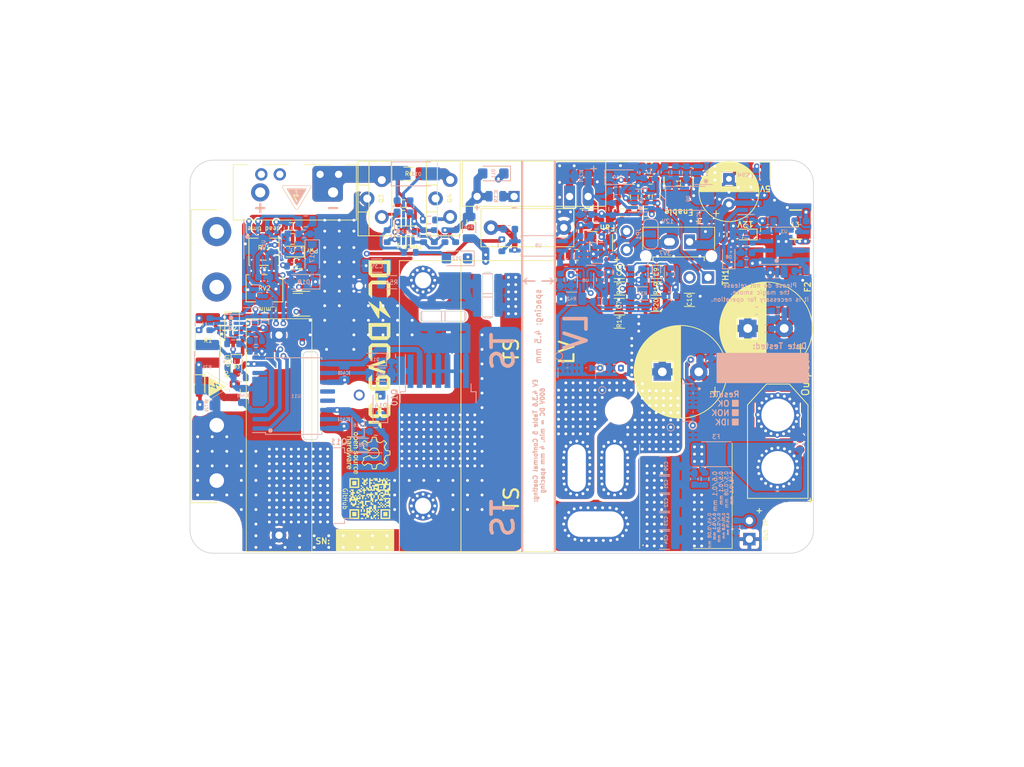
<source format=kicad_pcb>
(kicad_pcb (version 20240108) (generator "pcbnew") (generator_version "8.0")
  (title_block (date "2025-01-26"))
  (layers (0 "F.Cu" mixed) (1 "In1.Cu" mixed) (2 "In2.Cu" mixed) (31 "B.Cu" mixed) (34 "B.Paste" user) (35 "F.Paste" user) (36 "B.SilkS" user "B.Silkscreen") (37 "F.SilkS" user "F.Silkscreen") (38 "B.Mask" user) (39 "F.Mask" user) (44 "Edge.Cuts" user))
  (net 0 "")
  (net 1 "Net-(C2-Pad1)")
  (net 3 "Net-(C7-Pad2)")
  (net 4 "Net-(U5-CS)")
  (net 5 "Net-(U5-GND)")
  (net 6 "24V_TP")
  (net 7 "Net-(C10-Pad2)")
  (net 8 "Net-(T1-AB)")
  (net 9 "Net-(T1-SC)")
  (net 10 "Net-(U3-SW)")
  (net 11 "/OC")
  (net 12 "/Synchronous Rectification/3")
  (net 13 "Net-(U3-BST)")
  (net 14 "Net-(U3-FB)")
  (net 15 "Net-(U3-VCC)")
  (net 16 "+3V7")
  (net 17 "Net-(D2-A)")
  (net 18 "Net-(D12-A)")
  (net 19 "Net-(U7-REF)")
  (net 20 "Net-(C_start1-+)")
  (net 21 "Net-(D1-K)")
  (net 22 "Net-(C26-Pad2)")
  (net 23 "Net-(U6A--)")
  (net 24 "/UVP")
  (net 25 "Net-(D6-A)")
  (net 26 "/OVP")
  (net 27 "/HB_out")
  (net 28 "Net-(D7-A)")
  (net 29 "Net-(U7-K)")
  (net 30 "Net-(D10-A)")
  (net 31 "/OTP_OFF")
  (net 32 "/OTP_FAN")
  (net 33 "+12V_IN")
  (net 34 "Net-(D15-A1)")
  (net 35 "Net-(C30-Pad1)")
  (net 36 "Net-(U10B--)")
  (net 37 "/Opc+")
  (net 38 "Net-(C39-Pad2)")
  (net 39 "Net-(D11-A)")
  (net 40 "Net-(D15-A2)")
  (net 41 "Net-(D16-A2)")
  (net 42 "Net-(U12-RT)")
  (net 43 "Net-(U12-SS)")
  (net 44 "Net-(D1-A)")
  (net 45 "Net-(D3-K)")
  (net 46 "Net-(D4-K)")
  (net 47 "Net-(D5-K)")
  (net 48 "Net-(D7-K)")
  (net 49 "/LS")
  (net 50 "/HS")
  (net 51 "Net-(D8-A1)")
  (net 52 "Net-(D9-A)")
  (net 53 "Net-(D13-A)")
  (net 54 "-HV_pc")
  (net 55 "+12V_HS")
  (net 56 "Net-(D14-A)")
  (net 57 "Net-(D16-A1)")
  (net 58 "Net-(J5-Pin_1)")
  (net 59 "Net-(J2-Pin_2)")
  (net 60 "Net-(Q1-D)")
  (net 61 "Net-(Q3-G)")
  (net 62 "Net-(Q4-G)")
  (net 63 "Net-(Q8-G)")
  (net 64 "Net-(Q9-G)")
  (net 65 "Net-(U14B-+)")
  (net 66 "Net-(U12-DT)")
  (net 67 "Net-(R10-Pad1)")
  (net 68 "Net-(U6B-+)")
  (net 69 "Net-(U3-FREQU)")
  (net 70 "Net-(U4-FB)")
  (net 71 "+HV")
  (net 72 "+12V_sw")
  (net 73 "OTP_FET")
  (net 74 "+24V")
  (net 75 "-HV_in")
  (net 76 "+HV_in")
  (net 77 "Net-(U5-MIN_TON)")
  (net 78 "Net-(U5-DRV)")
  (net 79 "Net-(U5-MIN_TOFF)")
  (net 80 "GND")
  (net 81 "Net-(U5-TRIG{slash}DIS)")
  (net 82 "Net-(U10A-+)")
  (net 83 "Net-(U10B-+)")
  (net 84 "Net-(R49-Pad2)")
  (net 85 "Net-(U11-OUTB)")
  (net 86 "Net-(U8-MIN_TOFF)")
  (net 87 "Net-(U8-MIN_TON)")
  (net 88 "Net-(U11-OUTA)")
  (net 89 "Net-(U14A-+)")
  (net 90 "/Synchronous Rectification/5")
  (net 91 "Net-(U14B--)")
  (net 92 "Net-(R65-Pad1)")
  (net 93 "Net-(U8-CS)")
  (net 94 "Net-(D17-A)")
  (net 95 "Net-(J8-Pin_2)")
  (net 96 "Net-(D5-A)")
  (net 97 "Net-(R67-Pad1)")
  (net 98 "+9V")
  (net 99 "Net-(J2-Pin_1)")
  (net 100 "Net-(U8-GND)")
  (net 103 "Net-(C42-Pad2)")
  (net 106 "Net-(C56-Pad2)")
  (net 107 "Net-(C57-Pad2)")
  (footprint "DCDC-Footprints:R_0603_1608Metric" (layer "F.Cu") (at 110.225 89.267161 180)
    (property "Reference" "R3" (hide yes))
    (property "Value" "3.0k")
  )
  (footprint "DCDC-Footprints:AMASS_XT60-F_1x02_P7.20mm_Vertical" (layer "F.Cu") (at 180.686574 117.221573 90)
    (property "Reference" "J5" (hide yes))
    (property "Value" "XT60 Male")
  )
  (footprint "DCDC-Footprints:R_0603_1608Metric" (layer "F.Cu") (at 129.32 80.975)
    (property "Reference" "R7" (hide yes))
    (property "Value" "10k")
  )
  (footprint "DCDC-Footprints:R_0603_1608Metric" (layer "F.Cu") (at 173.195 85.23 90)
    (property "Reference" "R21" (hide yes))
    (property "Value" "10k")
  )
  (footprint "DCDC-Footprints:SOT-23" (layer "F.Cu") (at 159.375 76.78 180)
    (property "Reference" "Q6" (hide yes))
    (property "Value" "PMV20ENR")
  )
  (footprint "DCDC-Footprints:ASPI-4030S" (layer "F.Cu") (at 183.14 83.855 180)
    (property "Reference" "L3")
    (property "Value" "10uH" (hide yes))
  )
  (footprint "DCDC-Footprints:Fuseholder0,25Zoll_32mm_littlefuse_102_122" (layer "F.Cu") (at 103.66 84.815 -90)
    (property "Reference" "F1" (hide yes))
    (property "Value" "1.6A")
  )
  (footprint "DCDC-Footprints:D_SOD-123" (layer "F.Cu") (at 105.77 98.13 -90)
    (property "Reference" "D2")
    (property "Value" "1N4448")
  )
  (footprint "DCDC-Footprints:CP_Radial_D12.5mm_P5.00mm_symbol_inside" (layer "F.Cu") (at 169.836799 104.088501 180)
    (property "Reference" "C11" (hide yes))
    (property "Value" "2200uF")
  )
  (footprint "DCDC-Footprints:R_0603_1608Metric" (layer "F.Cu") (at 159.375 82.219444 180)
    (property "Reference" "R12" (hide yes))
    (property "Value" "910")
  )
  (footprint "DCDC-Footprints:R_0603_1608Metric" (layer "F.Cu") (at 163.985 80.005 90)
    (property "Reference" "R18" (hide yes))
    (property "Value" "470k")
  )
  (footprint "DCDC-Footprints:Converter_DCDC_TRACO_TBA 1-1212HI-3kV-iso" (layer "F.Cu") (at 154.65 78.725 180)
    (property "Reference" "U1" (hide yes))
    (property "Value" "TBA 1-1212HI")
  )
  (footprint "DCDC-Footprints:7443091100_v9.2" (layer "F.Cu") (at 168.076166 121.101069 90)
    (property "Reference" "L2" (hide yes))
    (property "Value" "1uH" (hide yes))
  )
  (footprint "DCDC-Footprints:MountingHole_2.5mm" (layer "F.Cu") (at 182.484561 125.905)
    (property "Reference" "REF**" (hide yes))
    (property "Value" "MountingHole_2.5mm")
  )
  (footprint "DCDC-Footprints:SOT-23" (layer "F.Cu") (at 156.435 86.865 -90)
    (property "Reference" "Q5" (hide yes))
    (property "Value" "PMV20ENR")
  )
  (footprint "DCDC-Footprints:R_1206_3216Metric" (layer "F.Cu") (at 163.99 92.64 180)
    (property "Reference" "R19")
    (property "Value" "100")
  )
  (footprint "DCDC-Footprints:GitHub_QR_Code" (layer "F.Cu") (at 124.68 121.5 90)
    (property "Reference" "QR_Coode_1" (hide yes))
    (property "Value" "QR_Coode" (hide yes))
  )
  (footprint "DCDC-Footprints:NANO-0154-OMNI-BLOK-Fuse-Holder" (layer "F.Cu") (at 179.768427 88.893426 180)
    (property "Reference" "F2")
    (property "Value" "500mA")
  )
  (footprint "DCDC-Footprints:R_0603_1608Metric" (layer "F.Cu") (at 114.59 89.035 180)
    (property "Reference" "R5" (hide yes))
    (property "Value" "10k")
  )
  (footprint "DCDC-Footprints:R_0603_1608Metric" (layer "F.Cu") (at 138.525279 83.416072 90)
    (property "Reference" "R9" (hide yes))
    (property "Value" "10k")
  )
  (footprint "DCDC-Footprints:C_0805_2012Metric" (layer "F.Cu") (at 162.999073 76.056574 180)
    (property "Reference" "C8" (hide yes))
    (property "Value" "22uF")
  )
  (footprint "DCDC-Footprints:Potentiometer_Bourns_3214W_Vertical" (layer "F.Cu") (at 110.215 92.605)
    (property "Reference" "RV2")
    (property "Value" "10k")
  )
  (footprint "DCDC-Footprints:MountingHole_2.5mm" (layer "F.Cu") (at 182.49 78.105)
    (property "Reference" "REF**" (hide yes))
    (property "Value" "MountingHole_2.5mm")
  )
  (footprint "DCDC-Footprints:R_0603_1608Metric" (layer "F.Cu") (at 163.22 77.775)
    (property "Reference" "R15" (hide yes))
    (property "Value" "10k")
  )
  (footprint "DCDC-Footprints:R76UI22205050J" (layer "F.Cu") (at 123.225718 107.274344 90)
    (property "Reference" "C3" (hide yes))
    (property "Value" "22nF" (hide yes))
  )
  (footprint "DCDC-Footprints:LED_0603_1608Metric_Pad1.05x0.95mm_HandSolder" (layer "F.Cu") (at 130.104506 84.787594)
    (property "Reference" "D5" (hide yes))
    (property "Value" "Green")
  )
  (footprint "DCDC-Footprints:HV_Logo_small" (layer "F.Cu") (at 103.77 106.14 -90)
    (property "Reference" "HV_Logo_1" (hide yes))
    (property "Value" "HV_Logo_1" (hide yes))
  )
  (footprint "DCDC-Footprints:LED_0603_1608Metric_Pad1.05x0.95mm_HandSolder" (layer "F.Cu") (at 178.909574 76.925573 -90)
    (property "Reference" "D7" (hide yes))
    (property "Value" "Green")
  )
  (footprint "DCDC-Footprints:R_0603_1608Metric" (layer "F.Cu") (at 113.853583 84.1125)
    (property "Reference" "R4" (hide yes))
    (property "Value" "1k")
  )
  (footprint "DCDC-Footprints:R_1206_3216Metric" (layer "F.Cu") (at 158.94 97.185)
    (property "Reference" "R14")
    (property "Value" "47")
  )
  (footprint "DCDC-Footprints:R_0603_1608Metric" (layer "F.Cu") (at 160.99 80.005 90)
    (property "Reference" "R11" (hide yes))
    (property "Value" "10k")
  )
  (footprint "DCDC-Footprints:C_1206_3216Metric" (layer "F.Cu") (at 168.574793 94.200517 180)
    (property "Reference" "C10")
    (property "Value" "470pF")
  )
  (footprint "DCDC-Footprints:LED_0603_1608Metric_Pad1.05x0.95mm_HandSolder" (layer "F.Cu") (at 101.256318 106.14 -90)
    (property "Reference" "D1" (hide yes))
    (property "Value" "HV_Orange")
  )
  (footprint "DCDC-Footprints:C_1206_3216Metric" (layer "F.Cu") (at 158.92 90.36)
    (property "Reference" "C6")
    (property "Value" "1 nF")
  )
  (footprint "DCDC-Footprints:PinHeader_1x02_P2.54mm_Vertical" (layer "F.Cu") (at 168.575 91.115 90)
    (property "Reference" "J8" (hide yes))
    (property "Value" "Conn_01x02_Male")
  )
  (footprint "DCDC-Footprints:Designed by Rootthecause" (layer "F.Cu") (at 123.227967 99.17 -90)
    (property "Reference" "G***" (hide yes))
    (property "Value" "Designed" (hide yes))
  )
  (footprint "DCDC-Footprints:MKP1848520704K2" (layer "F.Cu") (at 112.215 99.035 -90)
    (property "Reference" "C1" (hide yes))
    (property "Value" "2uF" (hide yes))
  )
  (footprint "DCDC-Footprints:CP_Radial_D8.0mm_P3.50mm" (layer "F.Cu") (at 173.986573 81.07765 90)
    (property "Reference" "C_start1" (hide yes))
    (property "Value" "3.8V 25F Supercap")
  )
  (footprint "DCDC-Footprints:SOT-23" (layer "F.Cu") (at 155.198426 83.240949)
    (property "Reference" "U2" (hide yes))
    (property "Value" "RT9058-90GVL")
  )
  (footprint "DCDC-Footprints:C_0805_2012Metric" (layer "F.Cu") (at 114.066864 85.827474 180)
    (property "Reference" "C2" (hide yes))
    (property "Value" "2.2uF")
  )
  (footprint "DCDC-Footprints:PinHeader_1x02_P2.54mm_Vertical" (layer "F.Cu") (at 159.94 87.32 180)
    (property "Reference" "J2" (hide yes))
    (property "Value" "Conn_01x02_Male")
  )
  (footprint "DCDC-Footprints:CP_Radial_D12.5mm_P5.00mm_symbol_inside" (layer "F.Cu") (at 181.573201 98.123103 180)
    (property "Reference" "C13" (hide yes))
    (property "Value" "2200uF")
  )
  (footprint "DCDC-Footprints:R_0603_1608Metric" (layer "F.Cu") (at 162.485 80.005 90)
    (property "Reference" "R16" (hide yes))
    (property "Value" "10k")
  )
  (footprint "DCDC-Footprints:SOT-23" (layer "F.Cu") (at 114.79 91.465728 180)
    (property "Reference" "Q1" (hide yes))
    (property "Value" "PMV20ENR")
  )
  (footprint "DCDC-Footprints:R_1206_3216Metric" (layer "F.Cu") (at 158.945 92.635 180)
    (property "Reference" "R13")
    (property "Value" "100")
  )
  (footprint "DCDC-Footprints:C_0805_2012Metric" (layer "F.Cu") (at 153.03262 88.01)
    (property "Reference" "C5" (hide yes))
    (property "Value" "10uF")
  )
  (footprint "DCDC-Footprints:ASPI-4030S" (layer "F.Cu") (at 167.065 78.105 -90)
    (property "Reference" "L1")
    (property "Value" "4.7uH" (hide yes))
  )
  (footprint "DCDC-Footprints:MountingHole_2.5mm" (layer "F.Cu") (at 158.89 109.405)
    (property "Reference" "REF**" (hide yes))
    (property "Value" "MountingHole_2.5mm")
  )
  (footprint "DCDC-Footprints:TO-220-3_Vertical_HV1.2mm" (layer "F.Cu") (at 135.71 82.805 90)
    (property "Reference" "Q4")
    (property "Value" "IXYP8N90C3")
  )
  (footprint "DCDC-Footprints:TO-220-3_Vertical_HV1.2mm" (layer "F.Cu") (at 126.325 82.82 90)
    (property "Reference" "Q3")
    (property "Value" "SIHP24N80AE-GE3")
  )
  (footprint "DCDC-Footprints:Molex_Micro-Fit_3.0_43650-0215_1x02_P3.00mm_Vertical_combined2.54pinheader" (layer "F.Cu") (at 168.578427 86.22368 180)
    (property "Reference" "J3" (hide yes))
    (property "Value" "Conn_01x02")
  )
  (footprint "DCDC-Footprints:TerminalBlock_TE-282817-2_1x03_P5.00mm_90 Degrees updated v9-3" (layer "F.Cu") (at 119.63 79.435 180)
    (property "Reference" "J1" (hide yes))
    (property "Value" "Screw_Terminal_01x03")
  )
  (footprint "DCDC-Footprints:HV_Logo_small" (layer "F.Cu") (at 114.625 80.15 180)
    (property "Reference" "HV_Logo_1" (hide yes))
    (property "Value" "HV_Logo_1" (hide yes))
  )
  (footprint "DCDC-Footprints:LED_0603_1608Metric_Pad1.05x0.95mm_HandSolder" (layer "F.Cu") (at 176.19238 85.215 180)
    (property "Reference" "D6" (hide yes))
    (property "Value" "Green")
  )
  (footprint "DCDC-Footprints:Open_source_logo" (layer "F.Cu") (at 124.51 115.24 -90)
    (property "Reference" "G***" (hide yes))
    (property "Value" "Open_source_logo" (hide yes))
  )
  (footprint "DCDC-Footprints:MountingHole_2.5mm" (layer "F.Cu") (at 103.09 125.905)
    (property "Reference" "REF**" (hide yes))
    (property "Value" "MountingHole_2.5mm")
  )
  (footprint "DCDC-Footprints:C_0603_1608Metric" (layer "F.Cu") (at 183.745 114 -90)
    (property "Reference" "C55" (hide yes))
    (property "Value" "1nF")
  )
  (footprint "DCDC-Footprints:C_0805_2012Metric" (layer "F.Cu") (at 179.06 84.575 90)
    (property "Reference" "C12" (hide yes))
    (property "Value" "22uF")
  )
  (footprint "DCDC-Footprints:R_0603_1608Metric" (layer "F.Cu") (at 158.688426 80.001573 90)
    (property "Reference" "R10" (hide yes))
    (property "Value" "2.2k")
  )
  (footprint "DCDC-Footprints:R_1206_3216Metric" (layer "F.Cu") (at 163.99 94.885)
    (property "Reference" "R20")
    (property "Value" "47")
  )
  (footprint "DCDC-Footprints:Potentiometer_Bourns_PVG3G" (layer "F.Cu") (at 110.15 87.59)
    (property "Reference" "RV1")
    (property "Value" "20k")
  )
  (footprint "DCDC-Footprints:C_Disc_D12.5mm_W5.0mm_P10.00mm" (layer "F.Cu") (at 141.315 84.275)
    (property "Reference" "C4" (hide yes))
    (property "Value" "3.3nF")
  )
  (footprint "DCDC-Footprints:SOT-23" (layer "F.Cu") (at 114.79 94.87 180)
    (property "Reference" "Q2" (hide yes))
    (property "Value" "PMV20ENR")
  )
  (footprint "DCDC-Footprints:C_1206_3216Metric" (layer "F.Cu") (at 164.015 90.355)
    (property "Reference" "C9")
    (property "Value" "1 nF")
  )
  (footprint "DCDC-Footprints:LED_0603_1608Metric_Pad1.05x0.95mm_HandSolder" (layer "F.Cu") (at 106.365 103.355 -90)
    (property "Reference" "D3")
    (property "Value" "Green")
  )
  (footprint "DCDC-Footprints:R_0805_2012Metric" (layer "F.Cu") (at 106.145 106.685 90)
    (property "Reference" "R2" (hide yes))
    (property "Value" "330k")
  )
  (footprint "DCDC-Footprints:MountingHole_2.5mm" (layer "F.Cu") (at 103.09 78.105)
    (property "Reference" "REF**" (hide yes))
    (property "Value" "MountingHole_2.5mm")
  )
  (footprint "DCDC-Footprints:R_0603_1608Metric" (layer "F.Cu") (at 129.31762 82.44)
    (property "Reference" "R8" (hide yes))
    (property "Value" "2.2k")
  )
  (footprint "DCDC-Footprints:R_1206_3216Metric" (layer "F.Cu") (at 130.07 76.865 180)
    (property "Reference" "R6")
    (property "Value" "47")
  )
  (footprint "DCDC-Footprints:PinHeader_1x02_P2.54mm_Vertical" (layer "F.Cu") (at 176.79 124.53)
    (property "Reference" "J4" (hide yes))
    (property "Value" "Conn_01x02_Male")
  )
  (footprint "DCDC-Footprints:C_1206_3216Metric" (layer "F.Cu") (at 158.925 94.91)
    (property "Reference" "C7")
    (property "Value" "470pF")
  )
  (footprint "DCDC-Footprints:LED_0603_1608Metric_Pad1.05x0.95mm_HandSolder" (layer "F.Cu") (at 114.005 87.56 180)
    (property "Reference" "D4" (hide yes))
    (property "Value" "Green")
  )
  (footprint "DCDC-Footprints:Transformer_ETD39_uprightV3.6 (PSS 24V)" (layer "F.Cu") (at 144.89 108.805)
    (property "Reference" "T1" (hide yes))
    (property "Value" "DIY Transformer ETD 39")
  )
  (footprint "DCDC-Footprints:R_0603_1608Metric" (layer "F.Cu") (at 162.56 82.218845 180)
    (property "Reference" "R17" (hide yes))
    (property "Value" "27k")
  )
  (footprint "LOGO" (layer "F.Cu") (at 126.134827 100.166399 -90)
    (property "Reference" "G***" (hide yes))
    (property "Value" "LOGO" (hide yes))
  )
  (footprint "DCDC-Footprints:R_2512_6332Metric_Pad1.40x3.35mm_HandSolder" (layer "F.Cu") (at 102.435 99.77 90)
    (property "Reference" "R1")
    (property "Value" "100M")
  )
  (footprint "DCDC-Footprints:R_0603_1608Metric" (layer "B.Cu") (at 176.38 83.345 180)
    (property "Reference" "R24" (hide yes))
    (property "Value" "27k")
  )
  (footprint "DCDC-Footprints:R_0603_1608Metric" (layer "B.Cu") (at 168.13 76.685 -90)
    (property "Reference" "R28" (hide yes))
    (property "Value" "33k")
  )
  (footprint "DCDC-Footprints:R_0603_1608Metric" (layer "B.Cu") (at 115.655 85.13)
    (property "Reference" "R59" (hide yes))
    (property "Value" "1k")
  )
  (footprint "DCDC-Footprints:C_1206_3216Metric" (layer "B.Cu") (at 125.647375 89.499975)
    (property "Reference" "C39")
    (property "Value" "470pF")
  )
  (footprint "DCDC-Footprints:Bel_SMCF_Fuse_2410_6125Metric" (layer "B.Cu") (at 172.260067 115.401574)
    (property "Reference" "F3")
    (property "Value" "20A")
  )
  (footprint "DCDC-Footprints:TestPoint_Pad_D0.8mm_DC-DC" (layer "B.Cu") (at 168.749068 102.418626 180)
    (property "Reference" "TP1" (hide yes))
    (property "Value" "TestPoint")
  )
  (footprint "DCDC-Footprints:WDFN-8_2x2mm_P0.5mm" (layer "B.Cu") (at 154.295 91.51262 -90)
    (property "Reference" "U8")
    (property "Value" "NCP4305DMTTWG")
  )
  (footprint "DCDC-Footprints:C_0805_2012Metric" (layer "B.Cu") (at 115.885 83.416036)
    (property "Reference" "C42" (hide yes))
    (property "Value" "22uF")
  )
  (footprint "DCDC-Footprints:R_0603_1608Metric" (layer "B.Cu") (at 114.137338 89.571 180)
    (property "Reference" "R61" (hide yes))
    (property "Value" "1k")
  )
  (footprint "DCDC-Footprints:R_0603_1608Metric" (layer "B.Cu") (at 109.04 101.255)
    (property "Reference" "R65" (hide yes))
    (property "Value" "510k")
  )
  (footprint "DCDC-Footprints:C_0603_1608Metric" (layer "B.Cu") (at 155.775 85.45 180)
    (property "Reference" "C29" (hide yes))
    (property "Value" "47pF")
  )
  (footprint "DCDC-Footprints:R_0603_1608Metric" (layer "B.Cu") (at 158.44 79.22)
    (property "Reference" "R34" (hide yes))
    (property "Value" "33k")
  )
  (footprint "DCDC-Footprints:SOIC-8_3.9x4.9mm_P1.27mm" (layer "B.Cu") (at 109.95 86.635 -90)
    (property "Reference" "U12")
    (property "Value" "UCC25600")
  )
  (footprint "DCDC-Footprints:C_1210_3225Metric" (layer "B.Cu") (at 140.87 95.175 180)
    (property "Reference" "C35" (hide yes))
    (property "Value" "5.6nF")
  )
  (footprint "DCDC-Footprints:R_0603_1608Metric" (layer "B.Cu") (at 176.385 89.19)
    (property "Reference" "R26" (hide yes))
    (property "Value" "100k")
  )
  (footprint "DCDC-Footprints:R_0603_1608Metric" (layer "B.Cu") (at 127.69 101.865 90)
    (property "Reference" "R55" (hide yes))
    (property "Value" "10k")
  )
  (footprint "DCDC-Footprints:R_0603_1608Metric" (layer "B.Cu") (at 170.6975 118.8075 -90)
    (property "Reference" "R74" (hide yes))
    (property "Value" "10")
  )
  (footprint "DCDC-Footprints:C_1210_3225Metric" (layer "B.Cu") (at 140.865 91.975 180)
    (property "Reference" "C34" (hide yes))
    (property "Value" "5.6nF")
  )
  (footprint "DCDC-Footprints:R_1206_3216Metric" (layer "B.Cu") (at 152.39738 94.04)
    (property "Reference" "R42")
    (property "Value" "4.7")
  )
  (footprint "DCDC-Footprints:R_0603_1608Metric" (layer "B.Cu") (at 150.845 91.44 90)
    (property "Reference" "R43" (hide yes))
    (property "Value" "10k")
  )
  (footprint "DCDC-Footprints:C_0805_2012Metric" (layer "B.Cu") (at 107.315 107.335 90)
    (property "Reference" "C46")
    (property "Value" "10uF")
  )
  (footprint "DCDC-Footprints:R_0603_1608Metric" (layer "B.Cu") (at 158.015 81.715 90)
    (property "Reference" "R36" (hide yes))
    (property "Value" "4.7k")
  )
  (footprint "DCDC-Footprints:R_0603_1608Metric" (layer "B.Cu") (at 133.535 85.444075 -90)
    (property "Reference" "R48" (hide yes))
    (property "Value" "2.2k")
  )
  (footprint "DCDC-Footprints:D_SOD-123" (layer "B.Cu") (at 159.185062 77.34)
    (property "Reference" "D10")
    (property "Value" "1N4448")
  )
  (footprint "DCDC-Footprints:R_0603_1608Metric" (layer "B.Cu") (at 142.8035 86.702 -90)
    (property "Reference" "R44" (hide yes))
    (property "Value" "510")
  )
  (footprint "DCDC-Footprints:R_0603_1608Metric" (layer "B.Cu") (at 177.707924 77.224188 90)
    (property "Reference" "R22" (hide yes))
    (property "Value" "2.2k")
  )
  (footprint "DCDC-Footprints:TestPoint_Pad_D0.8mm_DC-DC" (layer "B.Cu") (at 169.024307 111.456221 180)
    (property "Reference" "TP2" (hide yes))
    (property "Value" "TestPoint")
  )
  (footprint "DCDC-Footprints:R_0805_2012Metric" (layer "B.Cu") (at 102.269 108.698 180)
    (property "Reference" "R72")
    (property "Value" "330k")
  )
  (footprint "DCDC-Footprints:D_SOD-123" (layer "B.Cu") (at 115.564457 91.712951 180)
    (property "Reference" "D18")
    (property "Value" "1N4448")
  )
  (footprint "DCDC-Footprints:R_0603_1608Metric" (layer "B.Cu") (at 155.764573 83.928426)
    (property "Reference" "R39" (hide yes))
    (property "Value" "1k")
  )
  (footprint "DCDC-Footprints:R_1206_3216Metric" (layer "B.Cu") (at 138.315 84.275 90)
    (property "Reference" "R46")
    (property "Value" "20")
  )
  (footprint "DCDC-Footprints:R_0603_1608Metric" (layer "B.Cu") (at 134.99593 85.443797 90)
    (property "Reference" "R47" (hide yes))
    (property "Value" "100k")
  )
  (footprint "DCDC-Footprints:R_0603_1608Metric" (layer "B.Cu") (at 176.38 84.805 180)
    (property "Reference" "R23" (hide yes))
    (property "Value" "10k")
  )
  (footprint "DCDC-Footprints:C_0805_2012Metric" (layer "B.Cu") (at 153.705 77.17 180)
    (property "Reference" "C27")
    (property "Value" "22uF")
  )
  (footprint "DCDC-Footprints:PinHeader_1x02_P2.54mm_Vertical" (layer "B.Cu") (at 112.325 76.955 90)
    (property "Reference" "J7" (hide yes))
    (property "Value" "Conn_01x02_Male")
  )
  (footprint "DCDC-Footprints:C_0603_1608Metric" (layer "B.Cu") (at 114.866 87.3425 -90)
    (property "Reference" "C44" (hide yes))
    (property "Value" "22nF")
  )
  (footprint "DCDC-Footprints:R_1206_3216Metric" (layer "B.Cu") (at 126.14 104.466954 180)
    (property "Reference" "R56")
    (property "Value" "4.7")
  )
  (footprint "DCDC-Footprints:R_0603_1608Metric" (layer "B.Cu") (at 127.060136 85.447432 -90)
    (property "Reference" "R53" (hide yes))
    (property "Value" "100k")
  )
  (footprint "DCDC-Footprints:WDFN-8_2x2mm_P0.5mm" (layer "B.Cu") (at 163.995 90.737142 -90)
    (property "Reference" "U5")
    (property "Value" "NCP4305DMTTWG")
  )
  (footprint "DCDC-Footprints:R_0603_1608Metric" (layer "B.Cu") (at 163.735 76.675 -90)
    (property "Reference" "R31" (hide yes))
    (property "Value" "4.7k")
  )
  (footprint "DCDC-Footprints:C_0603_1608Metric" (layer "B.Cu") (at 143.82 84.49 180)
    (property "Reference" "C32" (hide yes))
    (property "Value" "10nF")
  )
  (footprint "DCDC-Footprints:C_0603_1608Metric" (layer "B.Cu") (at 165.2 76.675 -90)
    (property "Reference" "C19" (hide yes))
    (property "Value" "1uF")
  )
  (footprint "DCDC-Footprints:HV_Logo_small" (layer "B.Cu") (at 114.64 80.15)
    (property "Reference" "HV_Logo_1" (hide yes))
    (property "Value" "HV_Logo_1" (hide yes))
  )
  (footprint "DCDC-Footprints:C_0603_1608Metric" (layer "B.Cu") (at 174.965 125.305 90)
    (property "Reference" "C51" (hide yes))
    (property "Value" "1nF")
  )
  (footprint "DCDC-Footprints:C_1210_3225Metric" (layer "B.Cu") (at 136.365 96.435 -90)
    (property "Reference" "C36" (hide yes))
    (property "Value" "5.6nF")
  )
  (footprint "DCDC-Footprints:R_0603_1608Metric" (layer "B.Cu") (at 166.66 76.675 90)
    (property "Reference" "R27" (hide yes))
    (property "Value" "470k")
  )
  (footprint "DCDC-Footprints:SOT-23-8_DC-DC_v9" (layer "B.Cu") (at 161.975 80.54)
    (property "Reference" "U6")
    (property "Value" "LM2904BIDDFR")
  )
  (footprint "DCDC-Footprints:C_0603_1608Metric" (layer "B.Cu") (at 153.545 84.68 90)
    (property "Reference" "C30" (hide yes))
    (property "Value" "10nF")
  )
  (footprint "DCDC-Footprints:R_0603_1608Metric" (layer "B.Cu") (at 132.06593 85.45093 -90)
    (property "Reference" "R50" (hide yes))
    (property "Value" "470k")
  )
  (footprint "DCDC-Footprints:R_0603_1608Metric" (layer "B.Cu") (at 156.55 81.715 90)
    (property "Reference" "R35" (hide yes))
    (property "Value" "330k")
  )
  (footprint "DCDC-Footprints:C_1210_3225Metric" (layer "B.Cu") (at 133.161905 96.43674 -90)
    (property "Reference" "C37" (hide yes))
    (property "Value" "5.6nF")
  )
  (footprint "DCDC-Footprints:C_0603_1608Metric" (layer "B.Cu") (at 183.74 113.995 -90)
    (property "Reference" "C49" (hide yes))
    (property "Value" "1nF")
  )
  (footprint "DCDC-Footprints:R_0603_1608Metric" (layer "B.Cu") (at 109.04 99.795 180)
    (property "Reference" "R64" (hide yes))
    (property "Value" "820k")
  )
  (footprint "DCDC-Footprints:R_2512_6332Metric_Pad1.40x3.35mm_HandSolder" (layer "B.Cu") (at 102.32 103.445 90)
    (property "Reference" "R71")
    (property "Value" "100M")
  )
  (footprint "DCDC-Footprints:D_SMA" (layer "B.Cu") (at 131.02 76.885)
    (property "Reference" "D13")
    (property "Value" "SS1H10")
  )
  (footprint "DCDC-Footprints:dummy_net_line_0.5mm" (layer "B.Cu") (at 150.69 103.5741)
    (property "Reference" "NT2" (hide yes))
    (property "Value" "NetTie_2")
  )
  (footprint "DCDC-Footprints:TestPoint_Pad_D0.8mm_DC-DC" (layer "B.Cu") (at 156.3 103.575 180)
    (property "Reference" "TP4" (hide yes))
    (property "Value" "TestPoint")
  )
  (footprint "DCDC-Footprints:R_0603_1608Metric" (layer "B.Cu") (at 101.23 97.54 90)
    (property "Reference" "R69" (hide yes))
    (property "Value" "100M")
  )
  (footprint "DCDC-Footprints:D_SMF" (layer "B.Cu") (at 141.63 76.835 180)
    (property "Reference" "D11")
    (property "Value" "VS-E7FX0212-M3/I")
  )
  (footprint "DCDC-Footprints:C_0805_2012Metric" (layer "B.Cu") (at 176.005 77 -90)
    (property "Reference" "C54")
    (property "Value" "22uF")
  )
  (footprint "DCDC-Footprints:R_0603_1608Metric" (layer "B.Cu") (at 136.46 85.445 90)
    (property "Reference" "R45" (hide yes))
    (property "Value" "100k")
  )
  (footprint "DCDC-Footprints:R_0603_1608Metric" (layer "B.Cu") (at 113.4025 87.345 -90)
    (property "Reference" "R60" (hide yes))
    (property "Value" "82k")
  )
  (footprint "DCDC-Footprints:D_SMF" (layer "B.Cu") (at 126.127052 108.700038 90)
    (property "Reference" "D14")
    (property "Value" "VS-E7FX0212-M3/I")
  )
  (footprint "DCDC-Footprints:D_SOD-323" (layer "B.Cu") (at 125.345 102.39 180)
    (property "Reference" "D15")
    (property "Value" "CDSOD323-T12")
  )
  (footprint "DCDC-Footprints:SOIC-16W_7.5x10.3mm_P1.27mm" (layer "B.Cu") (at 114.23 107.42)
    (property "Reference" "U11")
    (property "Value" "UCC21520DW")
  )
  (footprint "DCDC-Footprints:R_1206_3216Metric" (layer "B.Cu") (at 162.107142 93.315)
    (property "Reference" "R32")
    (property "Value" "4.7")
  )
  (footprint "DCDC-Footprints:C_0805_2012Metric" (layer "B.Cu") (at 169.83 83.03)
    (property "Reference" "C18")
    (property "Value" "22uF")
  )
  (footprint "DCDC-Footprints:C_0603_1608Metric" (layer "B.Cu") (at 162.270924 76.671812 -90)
    (property "Reference" "C48" (hide yes))
    (property "Value" "10nF")
  )
  (footprint "DCDC-Footprints:D_SMF" (layer "B.Cu") (at 136.64762 88.495 180)
    (property "Reference" "D12")
    (property "Value" "VS-E7FX0212-M3/I")
  )
  (footprint "DCDC-Footprints:dummy_net_line_0.5mm" (layer "B.Cu") (at 169.031448 106.048626 -90)
    (property "Reference" "NT1" (hide yes))
    (property "Value" "NetTie_2")
  )
  (footprint "DCDC-Footprints:R_1206_3216Metric" (layer "B.Cu") (at 123.815 114.13 180)
    (property "Reference" "R58")
    (property "Value" "4.7")
  )
  (footprint "DCDC-Footprints:TestPoint_Pad_D0.8mm_DC-DC" (layer "B.Cu") (at 165.98762 111.71 180)
    (property "Reference" "TP3" (hide yes))
    (property "Value" "TestPoint")
  )
  (footprint "DCDC-Footprints:R_0603_1608Metric" (layer "B.Cu") (at 110.275 97.314562 -90)
    (property "Reference" "R63" (hide yes))
    (property "Value" "10k")
  )
  (footprint "DCDC-Footprints:C_0603_1608Metric" (layer "B.Cu") (at 179.34 83.34 180)
    (property "Reference" "C16" (hide yes))
    (property "Value" "1nF")
  )
  (footprint "DCDC-Footprints:R_0603_1608Metric" (layer "B.Cu") (at 106.665 102.695 90)
    (property "Reference" "R67" (hide yes))
    (property "Value" "100k")
  )
  (footprint "DCDC-Footprints:R_0603_1608Metric" (layer "B.Cu") (at 158.335 103.57 180)
    (property "Reference" "TH2" (hide yes))
    (property "Value" "1k PTC")
  )
  (footprint "DCDC-Footprints:TO-263-7_TabPin8" (layer "B.Cu") (at 134.07 109.775 -90)
    (property "Reference" "Q10")
    (property "Value" "IMBG65R050M2HXTMA1")
  )
  (footprint "DCDC-Footprints:C_0603_1608Metric" (layer "B.Cu") (at 176.38238 87.73)
    (property "Reference" "C17" (hide yes))
    (property "Value" "1uF")
  )
  (footprint "DCDC-Footprints:C_0603_1608Metric" (layer "B.Cu") (at 157.994074 87.660427 90)
    (property "Reference" "C26" (hide yes))
    (property "Value" "22nF")
  )
  (footprint "DCDC-Footprints:C_0603_1608Metric" (layer "B.Cu") (at 179.07 98.15)
    (property "Reference" "C50" (hide yes))
    (property "Value" "1nF")
  )
  (footprint "DCDC-Footprints:D_SMA" (layer "B.Cu") (at 168.693427 80.255426)
    (property "Reference" "D9")
    (property "Value" "SS1H10")
  )
  (footprint "DCDC-Footprints:R_0603_1608Metric" (layer "B.Cu") (at 176.38 86.27)
    (property "Reference" "R25" (hide yes))
    (property "Value" "240k")
  )
  (footprint "DCDC-Footprints:R_0603_1608Metric" (layer "B.Cu") (at 105.915 100.235)
    (property "Reference" "R66" (hide yes))
    (property "Value" "33k")
  )
  (footprint "DCDC-Footprints:D_SOD-123" (layer "B.Cu") (at 116.775 88.21 -90)
    (property "Reference" "D17")
    (property "Value" "1N4448")
  )
  (footprint "DCDC-Footprints:D_SOD-323" (layer "B.Cu") (at 173.95 88.320076 90)
    (property "Reference" "D8")
    (property "Value" "CDSOD323-T12")
  )
  (footprint "DCDC-Footprints:SOIC-8-1EP_3.9x4.9mm_P1.27mm_EP2.29x3mm XL7005" (layer "B.Cu") (at 181.565 86.775)
    (property "Reference" "U3")
    (property "Value" "MP4541_SOP8-EP")
  )
  (footprint "DCDC-Footprints:C_0603_1608Metric" (layer "B.Cu") (at 183.785 90.205)
    (property "Reference" "C53" (hide yes))
    (property "Value" "1nF")
  )
  (footprint "DCDC-Footprints:SOT-23" (layer "B.Cu") (at 109.0175 93.7)
    (property "Reference" "U13" (hide yes))
    (property "Value" "ZXRE330ASA-7")
  )
  (footprint "DCDC-Footprints:C_0805_2012Metric" (layer "B.Cu") (at 121.14 110.605 -90)
    (property "Reference" "C41")
    (property "Value" "2.2uF")
  )
  (footprint "DCDC-Footprints:SOT-23-6" (layer "B.Cu") (at 170.924073 76.783426)
    (property "Reference" "U4")
    (property "Value" "TLV61048DBVR")
  )
  (footprint "DCDC-Footprints:R_0603_1608Metric" (layer "B.Cu") (at 125.5 112.2775)
    (property "Reference" "R57" (hide yes))
    (property "Value" "10k")
  )
  (footprint "DCDC-Footprints:C_0603_1608Metric" (layer "B.Cu") (at 110.17 91.085 180)
    (property "Reference" "C45" (hide yes))
    (property "Value" "1uF")
  )
  (footprint "DCDC-Footprints:R_0603_1608Metric" (layer "B.Cu") (at 130.195 81.34 -90)
    (property "Reference" "R51" (hide yes))
    (property "Value" "10k")
  )
  (footprint "DCDC-Footprints:R_0603_1608Metric" (layer "B.Cu") (at 180.745 95.705 180)
    (property "Reference" "R73" (hide yes))
    (property "Value" "10")
  )
  (footprint "DCDC-Footprints:SOT-23" (layer "B.Cu") (at 155.033427 87.883426 180)
    (property "Reference" "U7" (hide yes))
    (property "Value" "TL431")
  )
  (footprint "DCDC-Footprints:R_0603_1608Metric" (layer "B.Cu") (at 102.715 97.54 -90)
    (property "Reference" "R70" (hide yes))
    (property "Value" "100k")
  )
  (footprint "DCDC-Footprints:R_0603_1608Metric" (layer "B.Cu") (at 156.33 91.43 90)
    (property "Reference" "R38" (hide yes))
    (property "Value" "2.2k")
  )
  (footprint "DCDC-Footprints:C_0603_1608Metric" (layer "B.Cu") (at 169.2375 118.8075 -90)
    (property "Reference" "C57" (hide yes))
    (property "Value" "1nF")
  )
  (footprint "DCDC-Footprints:R_1206_3216Metric" (layer "B.Cu") (at 127.677508 91.77532)
    (property "Reference" "R54")
    (property "Value" "10M")
  )
  (footprint "DCDC-Footprints:C_0603_1608Metric" (layer "B.Cu") (at 113.435 84.3575 -90)
    (property "Reference" "C43" (hide yes))
    (property "Value" "470nF")
  )
  (footprint "DCDC-Footprints:C_1210_3225Metric" (layer "B.Cu") (at 165.141116 124.6)
    (property "Reference" "C23")
    (property "Value" "10uF")
  )
  (footprint "DCDC-Footprints:C_0603_1608Metric" (layer "B.Cu") (at 183.79 83.345 180)
    (property "Reference" "C14" (hide yes))
    (property "Value" "100nF")
  )
  (footprint "DCDC-Footprints:SOIC-4_4.55x2.6mm_P1.27mm" (layer "B.Cu") (at 147.84 86.78 180)
    (property "Reference" "U9")
    (property "Value" "ACPL-217-50AE")
  )
  (footprint "DCDC-Footprints:R_0603_1608Metric" (layer "B.Cu") (at 108.81 97.315 -90)
    (property "Reference" "R62" (hide yes))
    (property "Value" "100M")
  )
  (footprint "DCDC-Footprints:C_0603_1608Metric" (layer "B.Cu") (at 105.185 102.695 -90)
    (property "Reference" "C47" (hide yes))
    (property "Value" "22nF")
  )
  (footprint "DCDC-Footprints:C_0805_2012Metric" (layer "B.Cu") (at 121.165 104.23 -90)
    (property "Reference" "C40")
    (property "Value" "2.2uF")
  )
  (footprint "DCDC-Footprints:R_0603_1608Metric" (layer "B.Cu") (at 160.55 90.707858 90)
    (property "Reference" "R33" (hide yes))
    (property "Value" "10k")
  )
  (footprint "DCDC-Footprints:C_0603_1608Metric" (layer "B.Cu") (at 128.4225 81.33 -90)
    (property "Reference" "C38" (hide yes))
    (property "Value" "120pF")
  )
  (footprint "DCDC-Footprints:R_0603_1608Metric" (layer "B.Cu") (at 132.81762 83.23 180)
    (property "Reference" "R49" (hide yes))
    (property "Value" "2.2k")
  )
  (footprint "DCDC-Footprints:R_0603_1608Metric" (layer "B.Cu") (at 156.165 94.425 180)
    (property "Reference" "R40" (hide yes))
    (property "Value" "10k")
  )
  (footprint "DCDC-Footprints:TO-263-7_TabPin8" (layer "B.Cu") (at 118.26 119.715 180)
    (property "Reference" "Q11")
    (property "Value" "IMBG65R050M2HXTMA1")
  )
  (footprint "DCDC-Footprints:SolderJumper-3_P1.3mm_Open_RoundedPad1.0x1.5mm_NumberLabels" (layer "B.Cu") (at 163.24 85.155 -90)
    (property "Reference" "JP1")
    (property "Value" "Fan Voltage Select")
  )
  (footprint "DCDC-Footprints:C_0805_2012Metric" (layer "B.Cu") (at 180.605 90.455)
    (property "Reference" "C15" (hide yes))
    (property "Value" "2.2uF")
  )
  (footprint "DCDC-Footprints:C_1210_3225Metric" (layer "B.Cu") (at 165.141116 119.57)
    (property "Reference" "C21")
    (property "Value" "10uF")
  )
  (footprint "DCDC-Footprints:SOT-23" (layer "B.Cu") (at 176.82 80.91)
    (property "Reference" "Q7" (hide yes))
    (property "Value" "PMV20ENR")
  )
  (footprint "DCDC-Footprints:C_0603_1608Metric" (layer "B.Cu") (at 152.31 91.44 -90)
    (property "Reference" "C31" (hide yes))
    (property "Value" "1uF")
  )
  (footprint "DCDC-Footprints:D_SOD-323" (layer "B.Cu") (at 123.07 111.41 90)
    (property "Reference" "D16")
    (property "Value" "CDSOD323-T12")
  )
  (footprint "DCDC-Footprints:R_0603_1608Metric" (layer "B.Cu") (at 106.815 104.905 180)
    (property "Reference" "R68" (hide yes))
    (property "Value" "1.6M")
  )
  (footprint "DCDC-Footprints:C_1210_3225Metric" (layer "B.Cu") (at 165.141116 122.085)
    (property "Reference" "C22")
    (property "Value" "10uF")
  )
  (footprint "DCDC-Footprints:SOT-23-8_DC-DC_v9" (layer "B.Cu") (at 105.5 97.74 180)
    (property "Reference" "U14")
    (property "Value" "LM2904BIDDFR")
  )
  (footprint "DCDC-Footprints:C_0603_1608Metric" (layer "B.Cu") (at 162.01 90.712142 -90)
    (property "Reference" "C25" (hide yes))
    (property "Value" "1uF")
  )
  (footprint "DCDC-Footprints:BSC027N06LS5ATMA1" (layer "B.Cu") (at 166.113548 108.305626 -90)
    (property "Reference" "Q8" (hide yes))
    (property "Value" "BSC027N06LS5ATMA1" (hide yes))
  )
  (footprint "DCDC-Footprints:BSC027N06LS5ATMA1" (layer "B.Cu") (at 153.1 106.487)
    (property "Reference" "Q9" (hide yes))
    (property "Value" "BSC027N06LS5ATMA1" (hide yes))
  )
  (footprint "DCDC-Footprints:C_1210_3225Metric" (layer "B.Cu") (at 165.141116 127.115)
    (property "Reference" "C24")
    (property "Value" "10uF")
  )
  (footprint "DCDC-Footprints:SOT-23-8_DC-DC_v9" (layer "B.Cu") (at 129.635 84.875 -90)
    (property "Reference" "U10")
    (property "Value" "LM2904BIDDFR")
  )
  (footprint "DCDC-Footprints:C_0805_2012Metric" (layer "B.Cu") (at 141.99 79.965)
    (property "Reference" "C33")
    (property "Value" "10uF")
  )
  (footprint "DCDC-Footprints:TestPoint_Pad_D0.8mm_DC-DC" (layer "B.Cu") (at 156.595 106.6 180)
    (property "Reference" "TP5" (hide yes))
    (property "Value" "TestPoint")
  )
  (footprint "DCDC-Footprints:PinHeader_1x02_P2.54mm_Vertical" (layer "B.Cu") (at 120.39 76.955 90)
    (property "Reference" "J6" (hide yes))
    (property "Value" "Conn_01x02_Male")
  )
  (footprint "DCDC-Footprints:R_0603_1608Metric" (layer "B.Cu") (at 165.98 90.657858 90)
    (property "Reference" "R29" (hide yes))
    (property "Value" "2.2k")
  )
  (footprint "DCDC-Footprints:C_1210_3225Metric" (layer "B.Cu") (at 165.14 117.051412)
    (property "Reference" "C20")
    (property "Value" "10uF")
  )
  (footprint "DCDC-Footprints:R_0603_1608Metric" (layer "B.Cu") (at 157.995 84.695 90)
    (property "Reference" "R37" (hide yes))
    (property "Value" "47k")
  )
  (footprint "DCDC-Footprints:R_0603_1608Metric" (layer "B.Cu") (at 130.153199 87.67441 180)
    (property "Reference" "R52" (hide yes))
    (property "Value" "10k")
  )
  (footprint "DCDC-Footprints:C_0603_1608Metric" (layer "B.Cu") (at 177.785 95.705)
    (property "Reference" "C56" (hide yes))
    (property "Value" "1nF")
  )
  (footprint "DCDC-Footprints:C_0603_1608Metric" (layer "B.Cu") (at 154.31976 82.465)
    (property "Reference" "C28" (hide yes))
    (property "Value" "100nF")
  )
  (footprint "DCDC-Footprints:C_0603_1608Metric" (layer "B.Cu") (at 170.78 102.21 180)
    (property "Reference" "C52" (hide yes))
    (property "Value" "1nF")
  )
  (footprint "DCDC-Footprints:R_0603_1608Metric" (layer "B.Cu") (at 151.62 89.085)
    (property "Reference" "R41" (hide yes))
    (property "Value" "1k")
  )
  (footprint "DCDC-Footprints:R_0603_1608Metric" (layer "B.Cu") (at 165.872858 93.645 180)
    (property "Reference" "R30" (hide yes))
    (property "Value" "10k")
  )
  (footprint "DCDC-Footprints:TestPoint_Pad_D0.8mm_DC-DC" (layer "B.Cu") (at 169.03 112.76 180)
    (property "Reference" "TP8" (hide yes))
    (property "Value" "GaN GND2")
  )
  (footprint "DCDC-Footprints:TestPoint_Pad_D0.8mm_DC-DC" (layer "B.Cu") (at 150.65 101.925 180)
    (property "Reference" "TP6" (hide yes))
    (property "Value" "TestPoint")
  )
  (gr_rect (start 174.47 108.005588) (end 175.25 108.805588) (stroke (width 0.15)) (fill solid) (layer "B.SilkS"))
  (gr_line (start 150.09 75.235) (end 150.09 128.715) (stroke (width 0.3)) (layer "B.SilkS"))
  (gr_rect (start 174.463359 110.583444) (end 175.243359 111.383444) (stroke (width 0.15)) (fill solid) (layer "B.SilkS"))
  (gr_rect (start 172.36 101.555) (end 184.875 105.555) (stroke (width 0.15)) (fill solid) (layer "B.SilkS"))
  (gr_line (start 145.59 75.235) (end 145.59 128.715) (stroke (width 0.3)) (layer "B.SilkS"))
  (gr_rect (start 174.469061 109.293305) (end 175.249061 110.093305) (stroke (width 0.15)) (fill solid) (layer "B.SilkS"))
  (gr_rect (start 120.106511 125.785) (end 127.95 128.63) (stroke (width 0.15)) (fill solid) (layer "F.SilkS"))
  (gr_line (start 145.59 75.235) (end 145.59 128.715) (stroke (width 0.3)) (layer "F.SilkS"))
  (gr_line (start 150.09 75.235) (end 150.09 128.715) (stroke (width 0.3)) (layer "F.SilkS"))
  (gr_line (start 103.19 75.005) (end 182.39 75.005) (stroke (width 0.1)) (layer "Edge.Cuts"))
  (gr_arc (start 141.065 90.405) (mid 141.418553 90.551447) (end 141.565 90.905) (stroke (width 0.1)) (layer "Edge.Cuts"))
  (gr_line (start 116.04 101.33) (end 117.04 101.33) (stroke (width 0.1)) (layer "Edge.Cuts"))
  (gr_line (start 132.085 95.735) (end 137.435 95.735) (stroke (width 0.1)) (layer "Edge.Cuts"))
  (gr_line (start 115.54 112.93) (end 115.54 101.83) (stroke (width 0.1)) (layer "Edge.Cuts"))
  (gr_arc (start 99.99 78.205) (mid 100.927258 75.942258) (end 103.19 75.005) (stroke (width 0.1)) (layer "Edge.Cuts"))
  (gr_arc (start 141.565 96.255) (mid 141.418553 96.608553) (end 141.065 96.755) (stroke (width 0.1)) (layer "Edge.Cuts"))
  (gr_arc (start 140.665 96.755) (mid 140.311447 96.608553) (end 140.165 96.255) (stroke (width 0.1)) (layer "Edge.Cuts"))
  (gr_arc (start 132.085 97.135) (mid 131.731447 96.988553) (end 131.585 96.635) (stroke (width 0.1)) (layer "Edge.Cuts"))
  (gr_arc (start 137.935 96.635) (mid 137.788553 96.988553) (end 137.435 97.135) (stroke (width 0.1)) (layer "Edge.Cuts"))
  (gr_arc (start 185.59 125.805) (mid 184.652742 128.067742) (end 182.39 129.005) (stroke (width 0.1)) (layer "Edge.Cuts"))
  (gr_line (start 141.065 96.755) (end 140.665 96.755) (stroke (width 0.1)) (layer "Edge.Cuts"))
  (gr_line (start 185.59 78.205) (end 185.59 125.805) (stroke (width 0.1)) (layer "Edge.Cuts"))
  (gr_line (start 99.99 125.805) (end 99.99 78.205) (stroke (width 0.1)) (layer "Edge.Cuts"))
  (gr_line (start 117.54 101.83) (end 117.54 112.93) (stroke (width 0.1)) (layer "Edge.Cuts"))
  (gr_arc (start 137.435 95.735) (mid 137.788553 95.881447) (end 137.935 96.235) (stroke (width 0.1)) (layer "Edge.Cuts"))
  (gr_arc (start 182.39 75.005) (mid 184.652742 75.942258) (end 185.59 78.205) (stroke (width 0.1)) (layer "Edge.Cuts"))
  (gr_arc (start 140.165 90.905) (mid 140.311447 90.551447) (end 140.665 90.405) (stroke (width 0.1)) (layer "Edge.Cuts"))
  (gr_line (start 140.665 90.405) (end 141.065 90.405) (stroke (width 0.1)) (layer "Edge.Cuts"))
  (gr_line (start 140.165 96.255) (end 140.165 90.905) (stroke (width 0.1)) (layer "Edge.Cuts"))
  (gr_arc (start 117.54 112.93) (mid 117.393553 113.283553) (end 117.04 113.43) (stroke (width 0.1)) (layer "Edge.Cuts"))
  (gr_arc (start 131.585 96.235) (mid 131.731447 95.881447) (end 132.085 95.735) (stroke (width 0.1)) (layer "Edge.Cuts"))
  (gr_line (start 141.565 90.905) (end 141.565 96.255) (stroke (width 0.1)) (layer "Edge.Cuts"))
  (gr_arc (start 103.19 129.005) (mid 100.927258 128.067742) (end 99.99 125.805) (stroke (width 0.1)) (layer "Edge.Cuts"))
  (gr_arc (start 115.54 101.83) (mid 115.686447 101.476447) (end 116.04 101.33) (stroke (width 0.1)) (layer "Edge.Cuts"))
  (gr_line (start 131.585 96.635) (end 131.585 96.235) (stroke (width 0.1)) (layer "Edge.Cuts"))
  (gr_line (start 117.04 113.43) (end 116.04 113.43) (stroke (width 0.1)) (layer "Edge.Cuts"))
  (gr_arc (start 116.04 113.43) (mid 115.686447 113.283553) (end 115.54 112.93) (stroke (width 0.1)) (layer "Edge.Cuts"))
  (gr_arc (start 117.04 101.33) (mid 117.393553 101.476447) (end 117.54 101.83) (stroke (width 0.1)) (layer "Edge.Cuts"))
  (gr_line (start 182.39 129.005) (end 103.19 129.005) (stroke (width 0.1)) (layer "Edge.Cuts"))
  (gr_line (start 137.435 97.135) (end 132.085 97.135) (stroke (width 0.1)) (layer "Edge.Cuts"))
  (gr_line (start 137.935 96.235) (end 137.935 96.635) (stroke (width 0.1)) (layer "Edge.Cuts"))
  (gr_text "0.6/0.1 mm" (at 172.413142 117.657372 90) (layer "B.SilkS") (effects (font (size 0.6 0.6) (thickness 0.1) (bold yes)) (justify left bottom mirror)))
  (gr_text "TS" (at 142.965 124.205 90) (layer "B.SilkS") (effects (font (size 3 3) (thickness 0.5)) (justify mirror)))
  (gr_text "Date Tested:" (at 184.786761 101.01 0) (layer "B.SilkS") (effects (font (size 0.8 0.8)) (justify left bottom mirror)))
  (gr_text "OK\nNOK\nIDK" (at 174.145 111.491788 0) (layer "B.SilkS") (effects (font (size 0.8 0.8) (thickness 0.15) (bold yes)) (justify left bottom mirror)))
  (gr_text "Please do not release \nthe magic smoke. \nIt is necessary for operation. " (at 178.015 94.49 0) (layer "B.SilkS") (effects (font (size 0.6 0.6) (thickness 0.1) (bold yes)) (justify bottom mirror)))
  (gr_text "0.3/0.75 mm" (at 174.008142 123.417372 90) (layer "B.SilkS") (effects (font (size 0.3 0.3) (thickness 0.075) (bold yes)) (justify left bottom mirror)))
  (gr_text "-" (at 119.63 81.695 180) (layer "B.SilkS") (effects (font (size 1.5 1.5) (thickness 0.3)) (justify mirror)))
  (gr_text "+" (at 155.422585 76.255 180) (layer "B.SilkS") (effects (font (size 1 1)) (justify mirror)))
  (gr_text "0.35/0.8 mm" (at 173.458142 123.417372 90) (layer "B.SilkS") (effects (font (size 0.35 0.35) (thickness 0.08) (bold yes)) (justify left bottom mirror)))
  (gr_text "Result:" (at 175.512735 107.637097 0) (layer "B.SilkS") (effects (font (size 0.8 0.8)) (justify left bottom mirror)))
  (gr_text "EV 4.3.6 Table 5 Conformal Coating:\n600V DC = min. 4 mm spacing" (at 147.89 113.533393 90) (layer "B.SilkS") (effects (font (size 0.6 0.6)) (justify mirror)))
  (gr_text "-" (at 145.09 81.955 0) (layer "B.SilkS") (effects (font (size 0.8 0.8) (thickness 0.15) (bold yes)) (justify left bottom mirror)))
  (gr_text "spacing: 4.5 mm" (at 147.79 97.855 90) (layer "B.SilkS") (effects (font (size 0.8 0.8)) (justify mirror)))
  (gr_text "+" (at 139.99 81.955 0) (layer "B.SilkS") (effects (font (size 0.8 0.8) (thickness 0.15) (bold yes)) (justify left bottom mirror)))
  (gr_text "0.45/0.1 mm" (at 174.608142 117.697372 90) (layer "B.SilkS") (effects (font (size 0.45 0.45) (thickness 0.1) (bold yes)) (justify left bottom mirror)))
  (gr_text "0.4/0.08 mm" (at 172.838142 123.407372 90) (layer "B.SilkS") (effects (font (size 0.4 0.4) (thickness 0.08) (bold yes)) (justify left bottom mirror)))
  (gr_text "0.5/0.1 mm" (at 173.198142 117.682372 90) (layer "B.SilkS") (effects (font (size 0.5 0.5) (thickness 0.1) (bold yes)) (justify left bottom mirror)))
  (gr_text "LV" (at 152.99 98.562952 90) (layer "B.SilkS") (effects (font (size 3 3) (thickness 0.5)) (justify mirror)))
  (gr_text "0.5/0.08 mm" (at 173.928142 117.677372 90) (layer "B.SilkS") (effects (font (size 0.5 0.5) (thickness 0.08)) (justify left bottom mirror)))
  (gr_text "0.45/0.08 mm" (at 171.588142 123.407372 90) (layer "B.SilkS") (effects (font (size 0.45 0.45) (thickness 0.08) (bold yes)) (justify left bottom mirror)))
  (gr_text "+" (at 109.64 81.7 180) (layer "B.SilkS") (effects (font (size 1.5 1.5) (thickness 0.3)) (justify mirror)))
  (gr_text "←→ " (at 148.59 91.455 0) (layer "B.SilkS") (effects (font (size 2 2) (thickness 0.2))))
  (gr_text "0.4/0.1 mm" (at 172.218142 123.407372 90) (layer "B.SilkS") (effects (font (size 0.4 0.4) (thickness 0.1) (bold yes)) (justify left bottom mirror)))
  (gr_text "TS" (at 142.965 101.28 90) (layer "B.SilkS") (effects (font (size 3 3) (thickness 0.5)) (justify mirror)))
  (gr_text "+" (at 185.14 121.705 0) (layer "F.SilkS") (effects (font (size 0.8 0.8))))
  (gr_text "-" (at 119.63 81.479844 0) (layer "F.SilkS") (effects (font (size 1.5 1.5) (thickness 0.3))))
  (gr_text "TH1" (at 173.98 92.29 90) (layer "F.SilkS") (effects (font (size 0.8 0.8) (thickness 0.15) (bold yes)) (justify left bottom)))
  (gr_text "Enable" (at 167.10507 82.146136 180) (layer "F.SilkS") (effects (font (size 0.8 0.8))))
  (gr_text "SN:" (at 117.138239 127.815 0) (layer "F.SilkS") (effects (font (size 0.8 0.8)) (justify left bottom)))
  (gr_text "LV" (at 151.726295 101.407078 90) (layer "F.SilkS") (effects (font (size 2 2) (thickness 0.3))))
  (gr_text "+" (at 109.64 81.484844 0) (layer "F.SilkS") (effects (font (size 1.5 1.5) (thickness 0.3))))
  (gr_text "5V" (at 178.98 78.91 180) (layer "F.SilkS") (effects (font (size 0.8 0.8))))
  (gr_text "12V" (at 176.25 83.8 180) (layer "F.SilkS") (effects (font (size 0.8 0.8))))
  (gr_text "f_min" (at 110.74 95.505 180) (layer "F.SilkS") (effects (font (size 0.6 0.6) (thickness 0.1) (bold yes))))
  (gr_text "Pwr" (at 117.668162 87.090109 180) (layer "F.SilkS") (effects (font (size 0.6 0.6) (thickness 0.1) (bold yes)) (justify left bottom)))
  (gr_text "+" (at 178.144661 123.115 0) (layer "F.SilkS") (effects (font (size 0.8 0.8))))
  (gr_text "Output" (at 184.49 104.955 90) (layer "F.SilkS") (effects (font (size 1 1))))
  (gr_text "PreChrg\n" (at 130.081284 86.915036 180) (layer "F.SilkS") (effects (font (size 0.6 0.6) (thickness 0.1))))
  (gr_text "dead time " (at 109.915034 84.42636 180) (layer "F.SilkS") (effects (font (size 0.6 0.6) (thickness 0.1) (bold yes))))
  (gr_text "+" (at 158.015 89.08 0) (layer "F.SilkS") (effects (font (size 0.8 0.8) (thickness 0.15) (bold yes)) (justify left bottom)))
  (gr_text "UVP ok" (at 105.05 103.326579 270) (layer "F.SilkS") (effects (font (size 0.6 0.6) (thickness 0.1))))
  (gr_text "+" (at 169.2 83.795 0) (layer "F.SilkS") (effects (font (size 0.8 0.8) (thickness 0.15) (bold yes)) (justify left bottom)))
  (gr_text "Fan" (at 157.3 84.285 180) (layer "F.SilkS") (effects (font (size 0.8 0.8))))
  (gr_text "TS" (at 144.106491 101.138717 90) (layer "F.SilkS") (effects (font (size 2 2) (thickness 0.3))))
  (gr_text "GitHub" (at 120.932288 119.993708 -90) (layer "F.SilkS") (effects (font (size 0.6 0.6) (thickness 0.1) (bold yes)) (justify left bottom)))
  (gr_text "TS" (at 144.12 121.567952 90) (layer "F.SilkS") (effects (font (size 2 2) (thickness 0.3))))
  (gr_text "Out TP" (at 179.015 125.78 90) (layer "F.SilkS") (effects (font (size 0.6 0.6) (thickness 0.1) (bold yes))))
  (segment (start 115.016864 84.450781) (end 114.678583 84.1125) (width 0.5) (layer "F.Cu") (net 1))
  (segment (start 115.016864 85.827474) (end 115.016864 84.450781) (width 0.5) (layer "F.Cu") (net 1))
  (segment (start 160.4 94.91) (end 160.4 97.1725) (width 0.5) (layer "F.Cu") (net 3))
  (segment (start 165.4525 92.64) (end 165.4525 90.3925) (width 0.5) (layer "F.Cu") (net 4))
  (segment (start 165.4525 92.64) (end 164.794677 92.64) (width 0.5) (layer "F.Cu") (net 4))
  (segment (start 164.794677 92.64) (end 164.732372 92.577695) (width 0.5) (layer "F.Cu") (net 4))
  (via (at 164.732372 92.577695) (size 0.8) (drill 0.4) (layers "F.Cu" "B.Cu") (net 4))
  (segment (start 164.245 91.497142) (end 164.245 92.090324) (width 0.3) (layer "B.Cu") (net 4))
  (segment (start 164.245 92.090324) (end 164.732371 92.577695) (width 0.3) (layer "B.Cu") (net 4))
  (segment (start 164.732371 92.577695) (end 164.732372 92.577695) (width 0.3) (layer "B.Cu") (net 4))
  (segment (start 162.54 90.482813) (end 161.58362 91.439193) (width 0.4) (layer "F.Cu") (net 5))
  (via (at 166.64 92.455) (size 0.8) (drill 0.4) (layers "F.Cu" "B.Cu") (net 5))
  (via (at 168.75 102.42) (size 0.8) (drill 0.4) (layers "F.Cu" "B.Cu") (net 5))
  (via (at 161.58362 91.439193) (size 0.8) (drill 0.4) (layers "F.Cu" "B.Cu") (net 5))
  (segment (start 168.542422 105.127578) (end 169.032971 105.618126) (width 0.5) (layer "B.Cu") (net 5))
  (segment (start 168.542422 105.127578) (end 168.186799 104.771955) (width 0.5) (layer "B.Cu") (net 5))
  (segment (start 166.697858 92.512858) (end 166.64 92.455) (width 0.5) (layer "B.Cu") (net 5))
  (segment (start 166.697858 93.645) (end 166.697858 92.512858) (width 0.5) (layer "B.Cu") (net 5))
  (segment (start 161.58362 91.439193) (end 161.852051 91.439193) (width 0.4) (layer "B.Cu") (net 5))
  (segment (start 168.186799 102.980895) (end 168.749068 102.418626) (width 0.5) (layer "B.Cu") (net 5))
  (segment (start 161.852051 91.439193) (end 162.01 91.597142) (width 0.4) (layer "B.Cu") (net 5))
  (segment (start 168.186799 104.771955) (end 168.186799 102.980895) (width 0.5) (layer "B.Cu") (net 5))
  (via (at 169.253464 116.395) (size 0.8) (drill 0.4) (layers "F.Cu" "B.Cu") (net 6))
  (via (at 163.39 82.45) (size 0.8) (drill 0.4) (layers "F.Cu" "B.Cu") (net 6))
  (via (at 170.253464 116.395) (size 0.8) (drill 0.4) (layers "F.Cu" "B.Cu") (net 6))
  (via (at 170.253464 114.395) (size 0.8) (drill 0.4) (layers "F.Cu" "B.Cu") (net 6))
  (via (at 169.253464 114.395) (size 0.8) (drill 0.4) (layers "F.Cu" "B.Cu") (net 6))
  (via (at 170.253464 115.395) (size 0.8) (drill 0.4) (layers "F.Cu" "B.Cu") (net 6))
  (via (at 169.253464 115.395) (size 0.8) (drill 0.4) (layers "F.Cu" "B.Cu") (net 6))
  (segment (start 170.005 102.21) (end 170.005 103.9203) (width 1) (layer "B.Cu") (net 6))
  (segment (start 170.005 103.9203) (end 169.836799 104.088501) (width 1) (layer "B.Cu") (net 6))
  (segment (start 169.22 116.428464) (end 169.253464 116.395) (width 0.75) (layer "B.Cu") (net 6))
  (segment (start 179.845 98.15) (end 181.546304 98.15) (width 0.75) (layer "B.Cu") (net 6))
  (segment (start 170.253464 117.538464) (end 170.6975 117.9825) (width 0.75) (layer "B.Cu") (net 6))
  (segment (start 176.79 124.53) (end 174.965 124.53) (width 0.75) (layer "B.Cu") (net 6))
  (segment (start 170.253464 116.395) (end 170.253464 117.538464) (width 0.75) (layer "B.Cu") (net 6))
  (segment (start 181.573201 98.123103) (end 181.573201 95.741799) (width 0.75) (layer "B.Cu") (net 6))
  (segment (start 167.099793 94.850517) (end 165.486983 94.850517) (width 0.5) (layer "F.Cu") (net 7))
  (via (at 131.19 92.88) (size 0.8) (drill 0.4) (layers "F.Cu" "B.Cu") (net 8))
  (via (at 132.79 92.88) (size 0.8) (drill 0.4) (layers "F.Cu" "B.Cu") (net 8))
  (via (at 131.99 89.905) (size 0.8) (drill 0.4) (layers "F.Cu" "B.Cu") (net 8))
  (via (at 130.615 90.705) (size 0.8) (drill 0.4) (layers "F.Cu" "B.Cu") (net 8))
  (via (at 132.79 90.13) (size 0.8) (drill 0.4) (layers "F.Cu" "B.Cu") (net 8))
  (via (at 130.39 91.505) (size 0.8) (drill 0.4) (layers "F.Cu" "B.Cu") (net 8))
  (via (at 131.19 90.13) (size 0.8) (drill 0.4) (layers "F.Cu" "B.Cu") (net 8))
  (via (at 133.59 91.505) (size 0.8) (drill 0.4) (layers "F.Cu" "B.Cu") (net 8))
  (via (at 130.615 92.305) (size 0.8) (drill 0.4) (layers "F.Cu" "B.Cu") (net 8))
  (via (at 133.365 90.705) (size 0.8) (drill 0.4) (layers "F.Cu" "B.Cu") (net 8))
  (via (at 131.99 93.105) (size 0.8) (drill 0.4) (layers "F.Cu" "B.Cu") (net 8))
  (via (at 133.365 92.305) (size 0.8) (drill 0.4) (layers "F.Cu" "B.Cu") (net 8))
  (segment (start 129.140008 91.84032) (end 131.71968 91.84032) (width 1) (layer "B.Cu") (net 8))
  (segment (start 139.395 95.175) (end 137.405 93.185) (width 1) (layer "B.Cu") (net 8))
  (segment (start 129.140008 91.77532) (end 129.140008 92.410008) (width 0.75) (layer "B.Cu") (net 8))
  (segment (start 131.99 91.505) (end 131.99 91.505) (width 4) (layer "B.Cu") (net 8))
  (segment (start 129.140008 92.410008) (end 129.69 92.96) (width 0.75) (layer "B.Cu") (net 8))
  (via (at 155.64 122.755) (size 0.8) (drill 0.4) (layers "F.Cu" "B.Cu") (net 9))
  (via (at 163.74 120.005) (size 0.8) (drill 0.4) (layers "F.Cu" "B.Cu") (net 9))
  (via (at 155.74 127.255) (size 0.8) (drill 0.4) (layers "F.Cu" "B.Cu") (net 9))
  (via (at 164.74 125.005) (size 0.8) (drill 0.4) (layers "F.Cu" "B.Cu") (net 9))
  (via (at 163.74 124.005) (size 0.8) (drill 0.4) (layers "F.Cu" "B.Cu") (net 9))
  (via (at 164.74 127.005) (size 0.8) (drill 0.4) (layers "F.Cu" "B.Cu") (net 9))
  (via (at 162.74 123.005) (size 0.8) (drill 0.4) (layers "F.Cu" "B.Cu") (net 9))
  (via (at 157.64 122.755) (size 0.8) (drill 0.4) (layers "F.Cu" "B.Cu") (net 9))
  (via (at 162.74 126.005) (size 0.8) (drill 0.4) (layers "F.Cu" "B.Cu") (net 9))
  (via (at 164.74 121.005) (size 0.8) (drill 0.4) (layers "F.Cu" "B.Cu") (net 9))
  (via (at 154.64 122.755) (size 0.8) (drill 0.4) (layers "F.Cu" "B.Cu") (net 9))
  (via (at 163.74 117.005) (size 0.8) (drill 0.4) (layers "F.Cu" "B.Cu") (net 9))
  (via (at 152.84 127.105) (size 0.8) (drill 0.4) (layers "F.Cu" "B.Cu") (net 9))
  (via (at 151.29 125.005) (size 0.8) (drill 0.4) (layers "F.Cu" "B.Cu") (net 9))
  (via (at 156.64 122.755) (size 0.8) (drill 0.4) (layers "F.Cu" "B.Cu") (net 9))
  (via (at 151.99 123.405) (size 0.8) (drill 0.4) (layers "F.Cu" "B.Cu") (net 9))
  (via (at 163.74 128.005) (size 0.8) (drill 0.4) (layers "F.Cu" "B.Cu") (net 9))
  (via (at 162.74 124.005) (size 0.8) (drill 0.4) (layers "F.Cu" "B.Cu") (net 9))
  (via (at 158.54 122.905) (size 0.8) (drill 0.4) (layers "F.Cu" "B.Cu") (net 9))
  (via (at 153.64 122.755) (size 0.8) (drill 0.4) (layers "F.Cu" "B.Cu") (net 9))
  (via (at 164.74 118.005) (size 0.8) (drill 0.4) (layers "F.Cu" "B.Cu") (net 9))
  (via (at 163.74 127.005) (size 0.8) (drill 0.4) (layers "F.Cu" "B.Cu") (net 9))
  (via (at 164.74 124.005) (size 0.8) (drill 0.4) (layers "F.Cu" "B.Cu") (net 9))
  (via (at 157.74 127.255) (size 0.8) (drill 0.4) (layers "F.Cu" "B.Cu") (net 9))
  (via (at 162.74 127.005) (size 0.8) (drill 0.4) (layers "F.Cu" "B.Cu") (net 9))
  (via (at 162.74 125.005) (size 0.8) (drill 0.4) (layers "F.Cu" "B.Cu") (net 9))
  (via (at 163.74 123.005) (size 0.8) (drill 0.4) (layers "F.Cu" "B.Cu") (net 9))
  (via (at 151.49 124.155) (size 0.8) (drill 0.4) (layers "F.Cu" "B.Cu") (net 9))
  (via (at 164.74 120.005) (size 0.8) (drill 0.4) (layers "F.Cu" "B.Cu") (net 9))
  (via (at 159.39 123.405) (size 0.8) (drill 0.4) (layers "F.Cu" "B.Cu") (net 9))
  (via (at 164.74 128.005) (size 0.8) (drill 0.4) (layers "F.Cu" "B.Cu") (net 9))
  (via (at 163.74 119.005) (size 0.8) (drill 0.4) (layers "F.Cu" "B.Cu") (net 9))
  (via (at 162.74 128.005) (size 0.8) (drill 0.4) (layers "F.Cu" "B.Cu") (net 9))
  (via (at 152.74 122.905) (size 0.8) (drill 0.4) (layers "F.Cu" "B.Cu") (net 9))
  (via (at 162.74 121.005) (size 0.8) (drill 0.4) (layers "F.Cu" "B.Cu") (net 9))
  (via (at 162.74 119.005) (size 0.8) (drill 0.4) (layers "F.Cu" "B.Cu") (net 9))
  (via (at 164.74 126.005) (size 0.8) (drill 0.4) (layers "F.Cu" "B.Cu") (net 9))
  (via (at 158.64 127.105) (size 0.8) (drill 0.4) (layers "F.Cu" "B.Cu") (net 9))
  (via (at 164.74 117.005) (size 0.8) (drill 0.4) (layers "F.Cu" "B.Cu") (net 9))
  (via (at 151.49 125.855) (size 0.8) (drill 0.4) (layers "F.Cu" "B.Cu") (net 9))
  (via (at 159.89 125.855) (size 0.8) (drill 0.4) (layers "F.Cu" "B.Cu") (net 9))
  (via (at 151.99 126.605) (size 0.8) (drill 0.4) (layers "F.Cu" "B.Cu") (net 9))
  (via (at 159.39 126.605) (size 0.8) (drill 0.4) (layers "F.Cu" "B.Cu") (net 9))
  (via (at 159.89 124.155) (size 0.8) (drill 0.4) (layers "F.Cu" "B.Cu") (net 9))
  (via (at 154.74 127.255) (size 0.8) (drill 0.4) (layers "F.Cu" "B.Cu") (net 9))
  (via (at 164.74 123.005) (size 0.8) (drill 0.4) (layers "F.Cu" "B.Cu") (net 9))
  (via (at 163.74 118.005) (size 0.8) (drill 0.4) (layers "F.Cu" "B.Cu") (net 9))
  (via (at 162.74 118.005) (size 0.8) (drill 0.4) (layers "F.Cu" "B.Cu") (net 9))
  (via (at 163.74 126.005) (size 0.8) (drill 0.4) (layers "F.Cu" "B.Cu") (net 9))
  (via (at 160.09 125.005) (size 0.8) (drill 0.4) (layers "F.Cu" "B.Cu") (net 9))
  (via (at 156.74 127.255) (size 0.8) (drill 0.4) (layers "F.Cu" "B.Cu") (net 9))
  (via (at 162.74 117.005) (size 0.8) (drill 0.4) (layers "F.Cu" "B.Cu") (net 9))
  (via (at 163.74 122.005) (size 0.8) (drill 0.4) (layers "F.Cu" "B.Cu") (net 9))
  (via (at 164.74 119.005) (size 0.8) (drill 0.4) (layers "F.Cu" "B.Cu") (net 9))
  (via (at 164.74 122.005) (size 0.8) (drill 0.4) (layers "F.Cu" "B.Cu") (net 9))
  (via (at 162.74 122.005) (size 0.8) (drill 0.4) (layers "F.Cu" "B.Cu") (net 9))
  (via (at 163.74 121.005) (size 0.8) (drill 0.4) (layers "F.Cu" "B.Cu") (net 9))
  (via (at 163.74 125.005) (size 0.8) (drill 0.4) (layers "F.Cu" "B.Cu") (net 9))
  (via (at 153.74 127.255) (size 0.8) (drill 0.4) (layers "F.Cu" "B.Cu") (net 9))
  (via (at 162.74 120.005) (size 0.8) (drill 0.4) (layers "F.Cu" "B.Cu") (net 9))
  (via (at 184.565 82.145) (size 0.8) (drill 0.4) (layers "F.Cu" "B.Cu") (net 10))
  (via (at 184.49 86.155) (size 0.8) (drill 0.4) (layers "F.Cu" "B.Cu") (net 10))
  (via (at 183.69 86.155) (size 0.8) (drill 0.4) (layers "F.Cu" "B.Cu") (net 10))
  (segment (start 184.565 82.145) (end 184.565 83.345) (width 0.5) (layer "B.Cu") (net 10))
  (segment (start 116.775 86.56) (end 116.775 87.035) (width 0.5) (layer "B.Cu") (net 11))
  (segment (start 112.4775 87.245) (end 112.4775 86.305279) (width 0.5) (layer "B.Cu") (net 11))
  (segment (start 113.4025 88.17) (end 115.64 88.17) (width 0.5) (layer "B.Cu") (net 11))
  (segment (start 112.4775 86.305279) (end 111.757221 85.585) (width 0.5) (layer "B.Cu") (net 11))
  (segment (start 116.775 87.035) (end 115.64 88.17) (width 0.5) (layer "B.Cu") (net 11))
  (segment (start 111.757221 85.585) (end 111.452316 85.585) (width 0.5) (layer "B.Cu") (net 11))
  (segment (start 111.452316 85.585) (end 110.585 84.717684) (width 0.5) (layer "B.Cu") (net 11))
  (segment (start 110.585 84.717684) (end 110.585 84.16) (width 0.5) (layer "B.Cu") (net 11))
  (segment (start 113.4025 88.17) (end 112.4775 87.245) (width 0.5) (layer "B.Cu") (net 11))
  (segment (start 157.4825 92.635) (end 156.185 92.635) (width 0.5) (layer "F.Cu") (net 12))
  (via (at 151.615 120.275) (size 0.8) (drill 0.4) (layers "F.Cu" "B.Cu") (net 12))
  (via (at 151.59 111.605) (size 0.8) (drill 0.4) (layers "F.Cu" "B.Cu") (net 12))
  (via (at 160.59 106.605) (size 0.8) (drill 0.4) (layers "F.Cu" "B.Cu") (net 12))
  (via (at 151.29 118.7) (size 0.8) (drill 0.4) (layers "F.Cu" "B.Cu") (net 12))
  (via (at 150.59 109.605) (size 0.8) (drill 0.4) (layers "F.Cu" "B.Cu") (net 12))
  (via (at 151.59 108.605) (size 0.8) (drill 0.4) (layers "F.Cu" "B.Cu") (net 12))
  (via (at 153.59 110.605) (size 0.8) (drill 0.4) (layers "F.Cu" "B.Cu") (net 12))
  (via (at 154.59 109.605) (size 0.8) (drill 0.4) (layers "F.Cu" "B.Cu") (net 12))
  (via (at 152.59 109.605) (size 0.8) (drill 0.4) (layers "F.Cu" "B.Cu") (net 12))
  (via (at 151.365 115.1) (size 0.8) (drill 0.4) (layers "F.Cu" "B.Cu") (net 12))
  (via (at 150.59 110.605) (size 0.8) (drill 0.4) (layers "F.Cu" "B.Cu") (net 12))
  (via (at 154.815 115.1) (size 0.8) (drill 0.4) (layers "F.Cu" "B.Cu") (net 12))
  (via (at 154.59 107.605) (size 0.8) (drill 0.4) (layers "F.Cu" "B.Cu") (net 12))
  (via (at 151.59 106.605) (size 0.8) (drill 0.4) (layers "F.Cu" "B.Cu") (net 12))
  (via (at 151.615 114.325) (size 0.8) (drill 0.4) (layers "F.Cu" "B.Cu") (net 12))
  (via (at 156.59 105.605) (size 0.8) (drill 0.4) (layers "F.Cu" "B.Cu") (net 12))
  (via (at 152.59 112.605) (size 0.8) (drill 0.4) (layers "F.Cu" "B.Cu") (net 12))
  (via (at 154.89 116.85) (size 0.8) (drill 0.4) (layers "F.Cu" "B.Cu") (net 12))
  (via (at 151.365 119.5) (size 0.8) (drill 0.4) (layers "F.Cu" "B.Cu") (net 12))
  (via (at 151.59 109.605) (size 0.8) (drill 0.4) (layers "F.Cu" "B.Cu") (net 12))
  (via (at 155.59 108.605) (size 0.8) (drill 0.4) (layers "F.Cu" "B.Cu") (net 12))
  (via (at 154.59 108.605) (size 0.8) (drill 0.4) (layers "F.Cu" "B.Cu") (net 12))
  (via (at 154.565 120.275) (size 0.8) (drill 0.4) (layers "F.Cu" "B.Cu") (net 12))
  (via (at 152.59 111.605) (size 0.8) (drill 0.4) (layers "F.Cu" "B.Cu") (net 12))
  (via (at 151.59 110.605) (size 0.8) (drill 0.4) (layers "F.Cu" "B.Cu") (net 12))
  (via (at 151.59 105.605) (size 0.8) (drill 0.4) (layers "F.Cu" "B.Cu") (net 12))
  (via (at 151.29 115.9) (size 0.8) (drill 0.4) (layers "F.Cu" "B.Cu") (net 12))
  (via (at 154.59 112.605) (size 0.8) (drill 0.4) (layers "F.Cu" "B.Cu") (net 12))
  (via (at 151.29 117.8) (size 0.8) (drill 0.4) (layers "F.Cu" "B.Cu") (net 12))
  (via (at 150.59 108.605) (size 0.8) (drill 0.4) (layers "F.Cu" "B.Cu") (net 12))
  (via (at 159.59 106.605) (size 0.8) (drill 0.4) (layers "F.Cu" "B.Cu") (net 12))
  (via (at 153.59 106.605) (size 0.8) (drill 0.4) (layers "F.Cu" "B.Cu") (net 12))
  (via (at 158.59 106.605) (size 0.8) (drill 0.4) (layers "F.Cu" "B.Cu") (net 12))
  (via (at 153.59 112.605) (size 0.8) (drill 0.4) (layers "F.Cu" "B.Cu") (net 12))
  (via (at 155.59 111.605) (size 0.8) (drill 0.4) (layers "F.Cu" "B.Cu") (net 12))
  (via (at 152.59 108.605) (size 0.8) (drill 0.4) (layers "F.Cu" "B.Cu") (net 12))
  (via (at 153.09 113.6) (size 0.8) (drill 0.4) (layers "F.Cu" "B.Cu") (net 12))
  (via (at 152.24 113.775) (size 0.8) (drill 0.4) (layers "F.Cu" "B.Cu") (net 12))
  (via (at 154.59 105.605) (size 0.8) (drill 0.4) (layers "F.Cu" "B.Cu") (net 12))
  (via (at 157.59 106.605) (size 0.8) (drill 0.4) (layers "F.Cu" "B.Cu") (net 12))
  (via (at 155.59 109.605) (size 0.8) (drill 0.4) (layers "F.Cu" "B.Cu") (net 12))
  (via (at 151.59 112.605) (size 0.8) (drill 0.4) (layers "F.Cu" "B.Cu") (net 12))
  (via (at 153.09 121) (size 0.8) (drill 0.4) (layers "F.Cu" "B.Cu") (net 12))
  (via (at 153.59 109.605) (size 0.8) (drill 0.4) (layers "F.Cu" "B.Cu") (net 12))
  (via (at 150.59 112.605) (size 0.8) (drill 0.4) (layers "F.Cu" "B.Cu") (net 12))
  (via (at 151.59 107.605) (size 0.8) (drill 0.4) (layers "F.Cu" "B.Cu") (net 12))
  (via (at 153.94 113.775) (size 0.8) (drill 0.4) (layers "F.Cu" "B.Cu") (net 12))
  (via (at 150.59 106.605) (size 0.8) (drill 0.4) (layers "F.Cu" "B.Cu") (net 12))
  (via (at 153.59 107.605) (size 0.8) (drill 0.4) (layers "F.Cu" "B.Cu") (net 12))
  (via (at 158.59 105.605) (size 0.8) (drill 0.4) (layers "F.Cu" "B.Cu") (net 12))
  (via (at 152.59 105.605) (size 0.8) (drill 0.4) (layers "F.Cu" "B.Cu") (net 12))
  (via (at 150.59 111.605) (size 0.8) (drill 0.4) (layers "F.Cu" "B.Cu") (net 12))
  (via (at 154.89 115.9) (size 0.8) (drill 0.4) (layers "F.Cu" "B.Cu") (net 12))
  (via (at 153.59 111.605) (size 0.8) (drill 0.4) (layers "F.Cu" "B.Cu") (net 12))
  (via (at 153.94 120.825) (size 0.8) (drill 0.4) (layers "F.Cu" "B.Cu") (net 12))
  (via (at 155.59 107.605) (size 0.8) (drill 0.4) (layers "F.Cu" "B.Cu") (net 12))
  (via (at 157.59 105.605) (size 0.8) (drill 0.4) (layers "F.Cu" "B.Cu") (net 12))
  (via (at 152.24 120.825) (size 0.8) (drill 0.4) (layers "F.Cu" "B.Cu") (net 12))
  (via (at 156.59 106.605) (size 0.8) (drill 0.4) (layers "F.Cu" "B.Cu") (net 12))
  (via (at 159.59 105.605) (size 0.8) (drill 0.4) (layers "F.Cu" "B.Cu") (net 12))
  (via (at 155.59 106.605) (size 0.8) (drill 0.4) (layers "F.Cu" "B.Cu") (net 12))
  (via (at 153.59 108.605) (size 0.8) (drill 0.4) (layers "F.Cu" "B.Cu") (net 12))
  (via (at 155.59 105.605) (size 0.8) (drill 0.4) (layers "F.Cu" "B.Cu") (net 12))
  (via (at 153.59 105.605) (size 0.8) (drill 0.4) (layers "F.Cu" "B.Cu") (net 12))
  (via (at 152.59 106.605) (size 0.8) (drill 0.4) (layers "F.Cu" "B.Cu") (net 12))
  (via (at 154.89 118.7) (size 0.8) (drill 0.4) (layers "F.Cu" "B.Cu") (net 12))
  (via (at 152.59 107.605) (size 0.8) (drill 0.4) (layers "F.Cu" "B.Cu") (net 12))
  (via (at 151.29 116.85) (size 0.8) (drill 0.4) (layers "F.Cu" "B.Cu") (net 12))
  (via (at 155.59 110.605) (size 0.8) (drill 0.4) (layers "F.Cu" "B.Cu") (net 12))
  (via (at 152.59 110.605) (size 0.8) (drill 0.4) (layers "F.Cu" "B.Cu") (net 12))
  (via (at 156.59 107.605) (size 0.8) (drill 0.4) (layers "F.Cu" "B.Cu") (net 12))
  (via (at 150.59 107.605) (size 0.8) (drill 0.4) (layers "F.Cu" "B.Cu") (net 12))
  (via (at 154.89 117.8) (size 0.8) (drill 0.4) (layers "F.Cu" "B.Cu") (net 12))
  (via (at 154.59 106.605) (size 0.8) (drill 0.4) (layers "F.Cu" "B.Cu") (net 12))
  (via (at 154.59 111.605) (size 0.8) (drill 0.4) (layers "F.Cu" "B.Cu") (net 12))
  (via (at 154.565 114.325) (size 0.8) (drill 0.4) (layers "F.Cu" "B.Cu") (net 12))
  (via (at 154.815 119.5) (size 0.8) (drill 0.4) (layers "F.Cu" "B.Cu") (net 12))
  (via (at 154.59 110.605) (size 0.8) (drill 0.4) (layers "F.Cu" "B.Cu") (net 12))
  (segment (start 183.015 83.845) (end 184.04 84.87) (width 0.5) (layer "B.Cu") (net 13))
  (segment (start 183.015 83.305) (end 183.015 83.845) (width 0.5) (layer "B.Cu") (net 13))
  (segment (start 175.745 83.345) (end 177.205 84.805) (width 0.5) (layer "B.Cu") (net 14))
  (segment (start 180.115 83.34) (end 180.115 83.845) (width 0.5) (layer "B.Cu") (net 14))
  (segment (start 180.115 83.845) (end 179.09 84.87) (width 0.5) (layer "B.Cu") (net 14))
  (segment (start 179.09 84.87) (end 177.27 84.87) (width 0.5) (layer "B.Cu") (net 14))
  (segment (start 177.47738 87.41) (end 177.15738 87.73) (width 0.5) (layer "B.Cu") (net 15))
  (segment (start 179.09 87.41) (end 177.47738 87.41) (width 0.5) (layer "B.Cu") (net 15))
  (segment (start 172.035 79.03561) (end 172.035 76.185) (width 1.5) (layer "F.Cu") (net 16))
  (segment (start 166.95 81.33) (end 169.74061 81.33) (width 1.5) (layer "F.Cu") (net 16))
  (segment (start 166.198875 85.843232) (end 166.198875 82.081125) (width 1.5) (layer "F.Cu") (net 16))
  (segment (start 169.74061 81.33) (end 172.035 79.03561) (width 1.5) (layer "F.Cu") (net 16))
  (segment (start 166.198875 82.081125) (end 166.95 81.33) (width 1.5) (layer "F.Cu") (net 16))
  (segment (start 172.035 76.185) (end 172.06 76.16) (width 1.5) (layer "F.Cu") (net 16))
  (via (at 172.061573 77.733426) (size 0.8) (drill 0.4) (layers "F.Cu" "B.Cu") (net 16))
  (via (at 172.061573 76.733427) (size 0.8) (drill 0.4) (layers "F.Cu" "B.Cu") (net 16))
  (via (at 172.061573 75.833426) (size 0.8) (drill 0.4) (layers "F.Cu" "B.Cu") (net 16))
  (segment (start 163.24 86.455) (end 165.587107 86.455) (width 1.2) (layer "B.Cu") (net 16))
  (segment (start 165.587107 86.455) (end 165.818427 86.22368) (width 1.2) (layer "B.Cu") (net 16))
  (segment (start 172.061573 77.733426) (end 172.061573 75.833426) (width 0.75) (layer "B.Cu") (net 16))
  (segment (start 105.77 99.78) (end 105.77 99.571142) (width 0.5) (layer "F.Cu") (net 17))
  (segment (start 105.915001 99.925001) (end 105.77 99.78) (width 0.5) (layer "F.Cu") (net 17))
  (segment (start 105.915001 101.013113) (end 105.915001 99.925001) (width 0.5) (layer "F.Cu") (net 17))
  (segment (start 105.77 99.571142) (end 107.901642 97.4395) (width 0.5) (layer "F.Cu") (net 17))
  (via (at 107.908062 97.4395) (size 0.8) (drill 0.4) (layers "F.Cu" "B.Cu") (net 17))
  (via (at 105.915001 101.013113) (size 0.8) (drill 0.4) (layers "F.Cu" "B.Cu") (net 17))
  (segment (start 103.66 100.395) (end 105.185 101.92) (width 0.5) (layer "B.Cu") (net 17))
  (segment (start 106.6375 97.415) (end 107.883562 97.415) (width 0.4) (layer "B.Cu") (net 17))
  (segment (start 107.883562 97.415) (end 107.908062 97.4395) (width 0.4) (layer "B.Cu") (net 17))
  (segment (start 105.185 101.92) (end 106.615 101.92) (width 0.5) (layer "B.Cu") (net 17))
  (segment (start 102.32 100.395) (end 103.66 100.395) (width 0.5) (layer "B.Cu") (net 17))
  (segment (start 105.915001 101.238112) (end 105.915001 101.854999) (width 0.5) (layer "B.Cu") (net 17))
  (segment (start 105.915001 101.854999) (end 105.915001 101.013113) (width 0.5) (layer "B.Cu") (net 17))
  (segment (start 134.37703 87.67441) (end 135.19762 88.495) (width 0.4) (layer "B.Cu") (net 18))
  (segment (start 130.978199 87.67441) (end 134.37703 87.67441) (width 0.4) (layer "B.Cu") (net 18))
  (segment (start 161.735 82.218845) (end 160.080599 82.218845) (width 0.4) (layer "F.Cu") (net 19))
  (segment (start 156.485 85.555) (end 156.485 85.308026) (width 0.4) (layer "F.Cu") (net 19))
  (segment (start 157.226173 84.566853) (end 157.536852 84.566853) (width 0.4) (layer "F.Cu") (net 19))
  (segment (start 159.884261 82.219444) (end 160.08 82.219444) (width 0.4) (layer "F.Cu") (net 19))
  (segment (start 156.485 85.308026) (end 157.226173 84.566853) (width 0.4) (layer "F.Cu") (net 19))
  (segment (start 156.505 85.535) (end 156.485 85.555) (width 0.4) (layer "F.Cu") (net 19))
  (segment (start 160.080599 82.218845) (end 160.08 82.219444) (width 0.4) (layer "F.Cu") (net 19))
  (segment (start 157.536852 84.566853) (end 159.884261 82.219444) (width 0.4) (layer "F.Cu") (net 19))
  (via (at 156.485 85.555) (size 0.8) (drill 0.4) (layers "F.Cu" "B.Cu") (net 19))
  (segment (start 156.485 85.555) (end 157.108427 86.178427) (width 0.4) (layer "B.Cu") (net 19))
  (segment (start 157.847928 88.435427) (end 157.108427 87.695926) (width 0.4) (layer "B.Cu") (net 19))
  (segment (start 157.108427 86.178427) (end 157.108427 87.695926) (width 0.4) (layer "B.Cu") (net 19))
  (segment (start 157.108427 87.695926) (end 155.970927 88.833426) (width 0.4) (layer "B.Cu") (net 19))
  (segment (start 157.994074 88.435427) (end 157.847928 88.435427) (width 0.4) (layer "B.Cu") (net 19))
  (segment (start 171.58 86.61) (end 172.58 85.61) (width 1.2) (layer "B.Cu") (net 20))
  (segment (start 177.7575 80.91) (end 174.154223 80.91) (width 0.75) (layer "B.Cu") (net 20))
  (segment (start 172.58 82.484223) (end 173.986573 81.07765) (width 1.2) (layer "B.Cu") (net 20))
  (segment (start 168.969747 86.61) (end 168.583427 86.22368) (width 1.2) (layer "B.Cu") (net 20))
  (segment (start 171.58 86.61) (end 168.969747 86.61) (width 1.2) (layer "B.Cu") (net 20))
  (segment (start 172.58 85.61) (end 172.58 82.484223) (width 1.2) (layer "B.Cu") (net 20))
  (segment (start 106.145 107.5975) (end 104.6575 107.5975) (width 1) (layer "F.Cu") (net 21))
  (segment (start 102.325 105.265) (end 101.256318 105.265) (width 1) (layer "F.Cu") (net 21))
  (segment (start 104.6575 107.5975) (end 102.325 105.265) (width 1) (layer "F.Cu") (net 21))
  (segment (start 157.874074 86.885427) (end 157.874074 85.640926) (width 0.5) (layer "B.Cu") (net 22))
  (segment (start 157.874074 85.640926) (end 157.995 85.52) (width 0.5) (layer "B.Cu") (net 22))
  (via (at 156.505 82.324938) (size 0.8) (drill 0.4) (layers "F.Cu" "B.Cu") (net 23))
  (via (at 159.155 103.57) (size 0.8) (drill 0.4) (layers "F.Cu" "B.Cu") (net 23))
  (segment (start 160.8375 80.865) (end 161.577902 80.865) (width 0.4) (layer "B.Cu") (net 23))
  (segment (start 161.915 81.202098) (end 161.915 82.0675) (width 0.4) (layer "B.Cu") (net 23))
  (segment (start 161.915 82.0675) (end 161.5175 82.465) (width 0.4) (layer "B.Cu") (net 23))
  (segment (start 161.5175 82.465) (end 154.84476 82.465) (width 0.4) (layer "B.Cu") (net 23))
  (segment (start 161.577902 80.865) (end 161.915 81.202098) (width 0.4) (layer "B.Cu") (net 23))
  (segment (start 115.7275 92.415728) (end 114.959551 92.415728) (width 0.4) (layer "F.Cu") (net 24))
  (segment (start 114.959551 92.415728) (end 114.954732 92.420547) (width 0.4) (layer "F.Cu") (net 24))
  (via (at 114.954732 92.420547) (size 0.8) (drill 0.4) (layers "F.Cu" "B.Cu") (net 24))
  (via (at 108.99 95.4895) (size 0.8) (drill 0.4) (layers "F.Cu" "B.Cu") (net 24))
  (segment (start 107.720209 96.489562) (end 107.444771 96.765) (width 0.4) (layer "B.Cu") (net 24))
  (segment (start 106.6375 96.765) (end 107.444771 96.765) (width 0.4) (layer "B.Cu") (net 24))
  (segment (start 108.99 95.4895) (end 108.99 96.49) (width 0.4) (layer "B.Cu") (net 24))
  (segment (start 110.275 96.489562) (end 107.720209 96.489562) (width 0.4) (layer "B.Cu") (net 24))
  (segment (start 106.6375 96.765) (end 106.6525 96.78) (width 0.4) (layer "B.Cu") (net 24))
  (segment (start 174.035 85.215) (end 173.195 86.055) (width 0.5) (layer "F.Cu") (net 25))
  (segment (start 175.31738 85.215) (end 174.035 85.215) (width 0.5) (layer "F.Cu") (net 25))
  (segment (start 114.59 95.82) (end 115.7275 95.82) (width 0.5) (layer "F.Cu") (net 26))
  (via (at 114.59 95.82) (size 0.8) (drill 0.4) (layers "F.Cu" "B.Cu") (net 26))
  (via (at 101.19 98.355) (size 0.8) (drill 0.4) (layers "F.Cu" "B.Cu") (net 26))
  (segment (start 103.24407 97.515) (end 102.08 97.515) (width 0.4) (layer "B.Cu") (net 26))
  (segment (start 103.34407 97.415) (end 103.24407 97.515) (width 0.4) (layer "B.Cu") (net 26))
  (segment (start 104.3625 97.415) (end 103.34407 97.415) (width 0.4) (layer "B.Cu") (net 26))
  (segment (start 102.08 97.515) (end 101.23 98.365) (width 0.4) (layer "B.Cu") (net 26))
  (via (at 139.09 113.005) (size 0.8) (drill 0.4) (layers "F.Cu" "B.Cu") (net 27))
  (via (at 140.088376 115.004998) (size 0.8) (drill 0.4) (layers "F.Cu" "B.Cu") (net 27))
  (via (at 131.09 114.005) (size 0.8) (drill 0.4) (layers "F.Cu" "B.Cu") (net 27))
  (via (at 140.087564 111.004997) (size 0.8) (drill 0.4) (layers "F.Cu" "B.Cu") (net 27))
  (via (at 132.09 117.005) (size 0.8) (drill 0.4) (layers "F.Cu" "B.Cu") (net 27))
  (via (at 140.086752 105.004996) (size 0.8) (drill 0.4) (layers "F.Cu" "B.Cu") (net 27))
  (via (at 136.09 111.005) (size 0.8) (drill 0.4) (layers "F.Cu" "B.Cu") (net 27))
  (via (at 137.09 114.005) (size 0.8) (drill 0.4) (layers "F.Cu" "B.Cu") (net 27))
  (via (at 139.09 111.005) (size 0.8) (drill 0.4) (layers "F.Cu" "B.Cu") (net 27))
  (via (at 132.79 123.88) (size 0.8) (drill 0.4) (layers "F.Cu" "B.Cu") (net 27))
  (via (at 129.09 117.005) (size 0.8) (drill 0.4) (layers "F.Cu" "B.Cu") (net 27))
  (via (at 140.088376 113.004998) (size 0.8) (drill 0.4) (layers "F.Cu" "B.Cu") (net 27))
  (via (at 138.089188 119.004999) (size 0.8) (drill 0.4) (layers "F.Cu" "B.Cu") (net 27))
  (via (at 130.088264 110.005) (size 0.8) (drill 0.4) (layers "F.Cu" "B.Cu") (net 27))
  (via (at 135.09 113.005) (size 0.8) (drill 0.4) (layers "F.Cu" "B.Cu") (net 27))
  (via (at 130.615 123.305) (size 0.8) (drill 0.4) (layers "F.Cu" "B.Cu") (net 27))
  (via (at 130.089188 119.004999) (size 0.8) (drill 0.4) (layers "F.Cu" "B.Cu") (net 27))
  (via (at 140.089188 117.004999) (size 0.8) (drill 0.4) (layers "F.Cu" "B.Cu") (net 27))
  (via (at 136.09 112.005) (size 0.8) (drill 0.4) (layers "F.Cu" "B.Cu") (net 27))
  (via (at 132.088264 110.005) (size 0.8) (drill 0.4) (layers "F.Cu" "B.Cu") (net 27))
  (via (at 130.09 114.005) (size 0.8) (drill 0.4) (layers "F.Cu" "B.Cu") (net 27))
  (via (at 130.615 121.705) (size 0.8) (drill 0.4) (layers "F.Cu" "B.Cu") (net 27))
  (via (at 140.087564 109.004997) (size 0.8) (drill 0.4) (layers "F.Cu" "B.Cu") (net 27))
  (via (at 133.09 116.005) (size 0.8) (drill 0.4) (layers "F.Cu" "B.Cu") (net 27))
  (via (at 139.09 116.005) (size 0.8) (drill 0.4) (layers "F.Cu" "B.Cu") (net 27))
  (via (at 133.09 114.005) (size 0.8) (drill 0.4) (layers "F.Cu" "B.Cu") (net 27))
  (via (at 137.09 112.005) (size 0.8) (drill 0.4) (layers "F.Cu" "B.Cu") (net 27))
  (via (at 133.088264 110.005) (size 0.8) (drill 0.4) (layers "F.Cu" "B.Cu") (net 27))
  (via (at 137.09 116.005) (size 0.8) (drill 0.4) (layers "F.Cu" "B.Cu") (net 27))
  (via (at 130.09 117.005) (size 0.8) (drill 0.4) (layers "F.Cu" "B.Cu") (net 27))
  (via (at 137.09 111.005) (size 0.8) (drill 0.4) (layers "F.Cu" "B.Cu") (net 27))
  (via (at 129.09 116.005) (size 0.8) (drill 0.4) (layers "F.Cu" "B.Cu") (net 27))
  (via (at 135.09 111.005) (size 0.8) (drill 0.4) (layers "F.Cu" "B.Cu") (net 27))
  (via (at 134.09 116.005) (size 0.8) (drill 0.4) (layers "F.Cu" "B.Cu") (net 27))
  (via (at 134.09 114.005) (size 0.8) (drill 0.4) (layers "F.Cu" "B.Cu") (net 27))
  (via (at 131.99 120.905) (size 0.8) (drill 0.4) (layers "F.Cu" "B.Cu") (net 27))
  (via (at 138.089188 121.004999) (size 0.8) (drill 0.4) (layers "F.Cu" "B.Cu") (net 27))
  (via (at 135.09 114.005) (size 0.8) (drill 0.4) (layers "F.Cu" "B.Cu") (net 27))
  (via (at 131.19 121.13) (size 0.8) (drill 0.4) (layers "F.Cu" "B.Cu") (net 27))
  (via (at 139.09 112.005) (size 0.8) (drill 0.4) (layers "F.Cu" "B.Cu") (net 27))
  (via (at 138.09 123.005) (size 0.8) (drill 0.4) (layers "F.Cu" "B.Cu") (net 27))
  (via (at 135.09 112.005) (size 0.8) (drill 0.4) (layers "F.Cu" "B.Cu") (net 27))
  (via (at 130.09 112.005) (size 0.8) (drill 0.4) (layers "F.Cu" "B.Cu") (net 27))
  (via (at 133.09 111.005) (size 0.8) (drill 0.4) (layers "F.Cu" "B.Cu") (net 27))
  (via (at 133.365 123.305) (size 0.8) (drill 0.4) (layers "F.Cu" "B.Cu") (net 27))
  (via (at 134.09 112.005) (size 0.8) (drill 0.4) (layers "F.Cu" "B.Cu") (net 27))
  (via (at 132.089188 119.004999) (size 0.8) (drill 0.4) (layers "F.Cu" "B.Cu") (net 27))
  (via (at 139.088264 110.005) (size 0.8) (drill 0.4) (layers "F.Cu" "B.Cu") (net 27))
  (via (at 136.090812 123.005001) (size 0.8) (drill 0.4) (layers "F.Cu" "B.Cu") (net 27))
  (via (at 128.09 121.005) (size 0.8) (drill 0.4) (layers "F.Cu" "B.Cu") (net 27))
  (via (at 138.09 113.005) (size 0.8) (drill 0.4) (layers "F.Cu" "B.Cu") (net 27))
  (via (at 131.09 113.005) (size 0.8) (drill 0.4) (layers "F.Cu" "B.Cu") (net 27))
  (via (at 132.09 114.005) (size 0.8) (drill 0.4) (layers "F.Cu" "B.Cu") (net 27))
  (via (at 131.09 116.005) (size 0.8) (drill 0.4) (layers "F.Cu" "B.Cu") (net 27))
  (via (at 137.088264 110.005) (size 0.8) (drill 0.4) (layers "F.Cu" "B.Cu") (net 27))
  (via (at 138.088264 110.005) (size 0.8) (drill 0.4) (layers "F.Cu" "B.Cu") (net 27))
  (via (at 133.09 113.005) (size 0.8) (drill 0.4) (layers "F.Cu" "B.Cu") (net 27))
  (via (at 134.09 117.005) (size 0.8) (drill 0.4) (layers "F.Cu" "B.Cu") (net 27))
  (via (at 137.09 113.005) (size 0.8) (drill 0.4) (layers "F.Cu" "B.Cu") (net 27))
  (via (at 140.08594 103.004995) (size 0.8) (drill 0.4) (layers "F.Cu" "B.Cu") (net 27))
  (via (at 138.09 116.005) (size 0.8) (drill 0.4) (layers "F.Cu" "B.Cu") (net 27))
  (via (at 134.088264 115.005) (size 0.8) (drill 0.4) (layers "F.Cu" "B.Cu") (net 27))
  (via (at 140.086752 107.004996) (size 0.8) (drill 0.4) (layers "F.Cu" "B.Cu") (net 27))
  (via (at 131.09 111.005) (size 0.8) (drill 0.4) (layers "F.Cu" "B.Cu") (net 27))
  (via (at 131.09 117.005) (size 0.8) (drill 0.4) (layers "F.Cu" "B.Cu") (net 27))
  (via (at 130.088264 115.005) (size 0.8) (drill 0.4) (layers "F.Cu" "B.Cu") (net 27))
  (via (at 139.09 114.005) (size 0.8) (drill 0.4) (layers "F.Cu" "B.Cu") (net 27))
  (via (at 129.09 112.005) (size 0.8) (drill 0.4) (layers "F.Cu" "B.Cu") (net 27))
  (via (at 128.090812 123.005001) (size 0.8) (drill 0.4) (layers "F.Cu" "B.Cu") (net 27))
  (via (at 136.09 121.005) (size 0.8) (drill 0.4) (layers "F.Cu" "B.Cu") (net 27))
  (via (at 136.09 113.005) (size 0.8) (drill 0.4) (layers "F.Cu" "B.Cu") (net 27))
  (via (at 135.088264 110.005) (size 0.8) (drill 0.4) (layers "F.Cu" "B.Cu") (net 27))
  (via (at 132.09 112.005) (size 0.8) (drill 0.4) (layers "F.Cu" "B.Cu") (net 27))
  (via (at 133.365 121.705) (size 0.8) (drill 0.4) (layers "F.Cu" "B.Cu") (net 27))
  (via (at 138.09 114.005) (size 0.8) (drill 0.4) (layers "F.Cu" "B.Cu") (net 27))
  (via (at 138.09 111.005) (size 0.8) (drill 0.4) (layers "F.Cu" "B.Cu") (net 27))
  (via (at 135.09 117.005) (size 0.8) (drill 0.4) (layers "F.Cu" "B.Cu") (net 27))
  (via (at 138.088264 115.005) (size 0.8) (drill 0.4) (layers "F.Cu" "B.Cu") (net 27))
  (via (at 134.09 119.005) (size 0.8) (drill 0.4) (layers "F.Cu" "B.Cu") (net 27))
  (via (at 133.09 112.005) (size 0.8) (drill 0.4) (layers "F.Cu" "B.Cu") (net 27))
  (via (at 130.39 122.505) (size 0.8) (drill 0.4) (layers "F.Cu" "B.Cu") (net 27))
  (via (at 129.09 111.005) (size 0.8) (drill 0.4) (layers "F.Cu" "B.Cu") (net 27))
  (via (at 140.09 123.005) (size 0.8) (drill 0.4) (layers "F.Cu" "B.Cu") (net 27))
  (via (at 132.79 121.13) (size 0.8) (drill 0.4) (layers "F.Cu" "B.Cu") (net 27))
  (via (at 134.09 113.005) (size 0.8) (drill 0.4) (layers "F.Cu" "B.Cu") (net 27))
  (via (at 132.09 116.005) (size 0.8) (drill 0.4) (layers "F.Cu" "B.Cu") (net 27))
  (via (at 129.088264 115.005) (size 0.8) (drill 0.4) (layers "F.Cu" "B.Cu") (net 27))
  (via (at 134.088264 110.005) (size 0.8) (drill 0.4) (layers "F.Cu" "B.Cu") (net 27))
  (via (at 128.09 119.005) (size 0.8) (drill 0.4) (layers "F.Cu" "B.Cu") (net 27))
  (via (at 132.088264 115.005) (size 0.8) (drill 0.4) (layers "F.Cu" "B.Cu") (net 27))
  (via (at 129.09 114.005) (size 0.8) (drill 0.4) (layers "F.Cu" "B.Cu") (net 27))
  (via (at 135.088264 115.005) (size 0.8) (drill 0.4) (layers "F.Cu" "B.Cu") (net 27))
  (via (at 140.085128 99.004994) (size 0.8) (drill 0.4) (layers "F.Cu" "B.Cu") (net 27))
  (via (at 134.09 111.005) (size 0.8) (drill 0.4) (layers "F.Cu" "B.Cu") (net 27))
  (via (at 137.088264 115.005) (size 0.8) (drill 0.4) (layers "F.Cu" "B.Cu") (net 27))
  (via (at 137.09 117.005) (size 0.8) (drill 0.4) (layers "F.Cu" "B.Cu") (net 27))
  (via (at 131.088264 115.005) (size 0.8) (drill 0.4) (layers "F.Cu" "B.Cu") (net 27))
  (via (at 136.088264 115.005) (size 0.8) (drill 0.4) (layers "F.Cu" "B.Cu") (net 27))
  (via (at 140.09 121.005) (size 0.8) (drill 0.4) (layers "F.Cu" "B.Cu") (net 27))
  (via (at 136.088264 110.005) (size 0.8) (drill 0.4) (layers "F.Cu" "B.Cu") (net 27))
  (via (at 129.09 113.005) (size 0.8) (drill 0.4) (layers "F.Cu" "B.Cu") (net 27))
  (via (at 140.08594 101.004995) (size 0.8) (drill 0.4) (layers "F.Cu" "B.Cu") (net 27))
  (via (at 131.19 123.88) (size 0.8) (drill 0.4) (layers "F.Cu" "B.Cu") (net 27))
  (via (at 133.088264 115.005) (size 0.8) (drill 0.4) (layers "F.Cu" "B.Cu") (net 27))
  (via (at 139.088264 115.005) (size 0.8) (drill 0.4) (layers "F.Cu" "B.Cu") (net 27))
  (via (at 136.09 114.005) (size 0.8) (drill 0.4) (layers "F.Cu" "B.Cu") (net 27))
  (via (at 138.09 112.005) (size 0.8) (drill 0.4) (layers "F.Cu" "B.Cu") (net 27))
  (via (at 136.09 119.005) (size 0.8) (drill 0.4) (layers "F.Cu" "B.Cu") (net 27))
  (via (at 129.088264 110.005) (size 0.8) (drill 0.4) (layers "F.Cu" "B.Cu") (net 27))
  (via (at 138.09 117.005) (size 0.8) (drill 0.4) (layers "F.Cu" "B.Cu") (net 27))
  (via (at 130.09 111.005) (size 0.8) (drill 0.4) (layers "F.Cu" "B.Cu") (net 27))
  (via (at 140.089188 119.004999) (size 0.8) (drill 0.4) (layers "F.Cu" "B.Cu") (net 27))
  (via (at 131.09 112.005) (size 0.8) (drill 0.4) (layers "F.Cu" "B.Cu") (net 27))
  (via (at 132.09 113.005) (size 0.8) (drill 0.4) (layers "F.Cu" "B.Cu") (net 27))
  (via (at 130.09 116.005) (size 0.8) (drill 0.4) (layers "F.Cu" "B.Cu") (net 27))
  (via (at 131.99 124.105) (size 0.8) (drill 0.4) (layers "F.Cu" "B.Cu") (net 27))
  (via (at 131.088264 110.005) (size 0.8) (drill 0.4) (layers "F.Cu" "B.Cu") (net 27))
  (via (at 130.09 113.005) (size 0.8) (drill 0.4) (layers "F.Cu" "B.Cu") (net 27))
  (via (at 136.09 117.005) (size 0.8) (drill 0.4) (layers "F.Cu" "B.Cu") (net 27))
  (via (at 135.09 116.005) (size 0.8) (drill 0.4) (layers "F.Cu" "B.Cu") (net 27))
  (via (at 136.09 116.005) (size 0.8) (drill 0.4) (layers "F.Cu" "B.Cu") (net 27))
  (via (at 132.09 111.005) (size 0.8) (drill 0.4) (layers "F.Cu" "B.Cu") (net 27))
  (via (at 139.09 117.005) (size 0.8) (drill 0.4) (layers "F.Cu" "B.Cu") (net 27))
  (via (at 133.09 117.005) (size 0.8) (drill 0.4) (layers "F.Cu" "B.Cu") (net 27))
  (via (at 133.59 122.505) (size 0.8) (drill 0.4) (layers "F.Cu" "B.Cu") (net 27))
  (segment (start 178.865 81.08) (end 181.42 83.635) (width 1.5) (layer "F.Cu") (net 28))
  (segment (start 178.865 79.835) (end 178.865 81.08) (width 1.5) (layer "F.Cu") (net 28))
  (segment (start 179.755 83.34) (end 180.44 82.655) (width 1) (layer "F.Cu") (net 28))
  (segment (start 178.565 83.34) (end 179.755 83.34) (width 1) (layer "F.Cu") (net 28))
  (segment (start 178.909574 77.800573) (end 178.909574 79.790426) (width 0.5) (layer "F.Cu") (net 28))
  (segment (start 178.865 79.835) (end 177.86 79.835) (width 1.5) (layer "F.Cu") (net 28))
  (via (at 178.865 79.835) (size 0.8) (drill 0.4) (layers "F.Cu" "B.Cu") (net 28))
  (via (at 178.565 83.34) (size 0.8) (drill 0.4) (layers "F.Cu" "B.Cu") (net 28))
  (via (at 177.86 79.835) (size 0.8) (drill 0.4) (layers "F.Cu" "B.Cu") (net 28))
  (segment (start 178.56 83.345) (end 178.565 83.34) (width 0.5) (layer "B.Cu") (net 28))
  (segment (start 178.865 79.835) (end 175.635 79.835) (width 1) (layer "B.Cu") (net 28))
  (segment (start 177.205 83.345) (end 178.56 83.345) (width 0.5) (layer "B.Cu") (net 28))
  (segment (start 156.58 83.87) (end 155 85.45) (width 0.5) (layer "B.Cu") (net 29))
  (segment (start 152.445 87.269879) (end 153.409879 86.305) (width 0.4) (layer "B.Cu") (net 29))
  (segment (start 155 85.45) (end 154.145 86.305) (width 0.4) (layer "B.Cu") (net 29))
  (segment (start 152.445 89.085) (end 152.445 87.269879) (width 0.4) (layer "B.Cu") (net 29))
  (segment (start 154.145 86.305) (end 153.409879 86.305) (width 0.4) (layer "B.Cu") (net 29))
  (segment (start 155 86.082499) (end 155.850927 86.933426) (width 0.5) (layer "B.Cu") (net 29))
  (segment (start 157.995 83.87) (end 156.58 83.87) (width 0.5) (layer "B.Cu") (net 29))
  (segment (start 155 85.45) (end 155 86.082499) (width 0.5) (layer "B.Cu") (net 29))
  (segment (start 160.99 80.83) (end 160.431898 80.83) (width 0.5) (layer "F.Cu") (net 30))
  (segment (start 160.431898 80.83) (end 159.816897 80.214999) (width 0.5) (layer "F.Cu") (net 30))
  (via (at 159.816897 80.214999) (size 0.8) (drill 0.4) (layers "F.Cu" "B.Cu") (net 30))
  (segment (start 159.816898 80.215) (end 159.816897 80.214999) (width 0.4) (layer "B.Cu") (net 30))
  (segment (start 162.270924 77.446812) (end 161.038188 77.446812) (width 0.5) (layer "B.Cu") (net 30))
  (segment (start 159.265 79.663102) (end 159.265 79.22) (width 0.5) (layer "B.Cu") (net 30))
  (segment (start 159.816897 80.214999) (end 159.265 79.663102) (width 0.5) (layer "B.Cu") (net 30))
  (segment (start 160.835062 77.649938) (end 159.265 79.22) (width 0.5) (layer "B.Cu") (net 30))
  (segment (start 160.8375 80.215) (end 159.816898 80.215) (width 0.4) (layer "B.Cu") (net 30))
  (segment (start 161.038188 77.446812) (end 159.265 79.22) (width 0.5) (layer "B.Cu") (net 30))
  (segment (start 159.19 77.73) (end 160.3125 77.73) (width 0.4) (layer "F.Cu") (net 31))
  (via (at 159.19 77.73) (size 0.8) (drill 0.4) (layers "F.Cu" "B.Cu") (net 31))
  (segment (start 158.415 78.094938) (end 158.29 78.094938) (width 0.4) (layer "B.Cu") (net 31))
  (segment (start 158.415 78.094938) (end 158.415 79.944473) (width 0.4) (layer "B.Cu") (net 31))
  (segment (start 158.415 79.944473) (end 159.985527 81.515) (width 0.4) (layer "B.Cu") (net 31))
  (segment (start 159.19 77.73) (end 158.779938 77.73) (width 0.4) (layer "B.Cu") (net 31))
  (segment (start 159.985527 81.515) (end 160.8375 81.515) (width 0.4) (layer "B.Cu") (net 31))
  (segment (start 158.779938 77.73) (end 158.415 78.094938) (width 0.4) (layer "B.Cu") (net 31))
  (segment (start 158.29 78.094938) (end 157.535062 77.34) (width 0.4) (layer "B.Cu") (net 31))
  (segment (start 163.52 83.53) (end 159.422233 83.53) (width 0.4) (layer "F.Cu") (net 32))
  (segment (start 164.198875 82.851125) (end 163.52 83.53) (width 0.4) (layer "F.Cu") (net 32))
  (segment (start 157.385 85.567233) (end 157.385 85.9275) (width 0.4) (layer "F.Cu") (net 32))
  (segment (start 159.422233 83.53) (end 157.385 85.567233) (width 0.4) (layer "F.Cu") (net 32))
  (segment (start 164.198875 80.934262) (end 164.198875 82.851125) (width 0.4) (layer "F.Cu") (net 32))
  (via (at 164.198875 80.934262) (size 0.8) (drill 0.4) (layers "F.Cu" "B.Cu") (net 32))
  (segment (start 164.129613 80.865) (end 164.198875 80.934262) (width 0.4) (layer "B.Cu") (net 32))
  (segment (start 163.1125 80.865) (end 164.129613 80.865) (width 0.4) (layer "B.Cu") (net 32))
  (segment (start 113.13 87.56) (end 113.13 87.500384) (width 0.5) (layer "F.Cu") (net 33))
  (segment (start 104.725 96.59) (end 104.78 96.59) (width 0.5) (layer "F.Cu") (net 33))
  (segment (start 113.13 87.500384) (end 112.286977 86.657361) (width 0.5) (layer "F.Cu") (net 33))
  (segment (start 115.41 100.105) (end 115.41 98.660635) (width 0.75) (layer "F.Cu") (net 33))
  (segment (start 107.59 103.005) (end 106.365 104.23) (width 0.75) (layer "F.Cu") (net 33))
  (segment (start 113.213865 96.4645) (end 104.8505 96.4645) (width 0.75) (layer "F.Cu") (net 33))
  (segment (start 115.41 98.660635) (end 113.213865 96.4645) (width 0.75) (layer "F.Cu") (net 33))
  (segment (start 112.286977 86.657361) (end 113.116864 85.827474) (width 0.5) (layer "F.Cu") (net 33))
  (segment (start 111.6275 86.657361) (end 112.286977 86.657361) (width 0.5) (layer "F.Cu") (net 33))
  (segment (start 107.59 103.005) (end 108.79 103.005) (width 0.75) (layer "F.Cu") (net 33))
  (segment (start 104.8505 96.4645) (end 104.725 96.59) (width 0.75) (layer "F.Cu") (net 33))
  (via (at 111.6275 86.657361) (size 0.8) (drill 0.4) (layers "F.Cu" "B.Cu") (net 33))
  (via (at 142.34 77.58) (size 0.8) (drill 0.4) (layers "F.Cu" "B.Cu") (net 33))
  (via (at 121.21 105.21) (size 0.8) (drill 0.4) (layers "F.Cu" "B.Cu") (net 33))
  (via (at 108.79 103.005) (size 0.8) (drill 0.4) (layers "F.Cu" "B.Cu") (net 33))
  (via (at 115.41 100.105) (size 0.8) (drill 0.4) (layers "F.Cu" "B.Cu") (net 33))
  (via (at 107.99 103.005) (size 0.8) (drill 0.4) (layers "F.Cu" "B.Cu") (net 33))
  (via (at 104.725 96.59) (size 0.8) (drill 0.4) (layers "F.Cu" "B.Cu") (net 33))
  (segment (start 109.315 89.11) (end 109.315 88.135001) (width 0.5) (layer "B.Cu") (net 33))
  (segment (start 110.39446 103.005) (end 111.18 103.79054) (width 0.75) (layer "B.Cu") (net 33))
  (segment (start 109.315 88.135001) (end 110.79264 86.657361) (width 0.5) (layer "B.Cu") (net 33))
  (segment (start 143.08 76.84) (end 142.34 77.58) (width 1) (layer "B.Cu") (net 33))
  (segment (start 104.55 96.765) (end 104.725 96.59) (width 0.4) (layer "B.Cu") (net 33))
  (segment (start 107.99 103.005) (end 110.39446 103.005) (width 0.75) (layer "B.Cu") (net 33))
  (segment (start 118.88 105.515) (end 120.83 105.515) (width 0.75) (layer "B.Cu") (net 33))
  (segment (start 110.79264 86.657361) (end 111.6275 86.657361) (width 0.5) (layer "B.Cu") (net 33))
  (segment (start 120.83 105.515) (end 121.165 105.18) (width 0.75) (layer "B.Cu") (net 33))
  (segment (start 109.315 89.11) (end 109.315 91.005) (width 0.5) (layer "B.Cu") (net 33))
  (segment (start 111.18 108.505305) (end 111.18 103.794695) (width 0.75) (layer "B.Cu") (net 33))
  (segment (start 104.3625 96.765) (end 104.55 96.765) (width 0.4) (layer "B.Cu") (net 33))
  (segment (start 107.315 108.285) (end 108.4475 109.4175) (width 0.75) (layer "B.Cu") (net 33))
  (segment (start 108.4475 109.4175) (end 110.267805 109.4175) (width 0.75) (layer "B.Cu") (net 33))
  (segment (start 110.267805 109.4175) (end 111.18 108.505305) (width 0.75) (layer "B.Cu") (net 33))
  (segment (start 104.3125 96.765) (end 102.6775 96.765) (width 0.4) (layer "B.Cu") (net 33))
  (segment (start 111.18 103.79054) (end 111.18 103.794695) (width 0.75) (layer "B.Cu") (net 33))
  (segment (start 126.395 102.39) (end 127.39 102.39) (width 0.5) (layer "B.Cu") (net 34))
  (segment (start 127.6025 104.466954) (end 127.6025 102.7775) (width 0.5) (layer "B.Cu") (net 34))
  (segment (start 127.39 102.39) (end 127.69 102.69) (width 0.5) (layer "B.Cu") (net 34))
  (segment (start 130.26 104) (end 128.885 104) (width 0.75) (layer "B.Cu") (net 34))
  (segment (start 150.795 89.085) (end 150.795 88.071351) (width 0.4) (layer "B.Cu") (net 35))
  (segment (start 153.411351 85.455) (end 153.75 85.455) (width 0.4) (layer "B.Cu") (net 35))
  (segment (start 150.795 88.071351) (end 153.411351 85.455) (width 0.4) (layer "B.Cu") (net 35))
  (segment (start 129.96 87.042609) (end 129.328199 87.67441) (width 0.4) (layer "B.Cu") (net 36))
  (segment (start 128.728789 87.075) (end 129.328199 87.67441) (width 0.4) (layer "B.Cu") (net 36))
  (segment (start 126.185136 86.726502) (end 126.185136 85.497432) (width 0.4) (layer "B.Cu") (net 36))
  (segment (start 127.675 83.198629) (end 128.4225 82.451129) (width 0.4) (layer "B.Cu") (net 36))
  (segment (start 129.96 86.0125) (end 129.96 87.042609) (width 0.4) (layer "B.Cu") (net 36))
  (segment (start 126.533634 87.075) (end 128.728789 87.075) (width 0.4) (layer "B.Cu") (net 36))
  (segment (start 127.675 84.007568) (end 127.675 83.198629) (width 0.4) (layer "B.Cu") (net 36))
  (segment (start 126.185136 86.726502) (end 126.533634 87.075) (width 0.4) (layer "B.Cu") (net 36))
  (segment (start 127.675 84.007568) (end 126.185136 85.497432) (width 0.4) (layer "B.Cu") (net 36))
  (segment (start 128.4225 82.451129) (end 128.4225 82.105) (width 0.4) (layer "B.Cu") (net 36))
  (segment (start 144.1855 86.145) (end 144.59 86.145) (width 0.5) (layer "B.Cu") (net 37))
  (segment (start 142.8035 87.527) (end 144.1855 86.145) (width 0.5) (layer "B.Cu") (net 37))
  (segment (start 144.59 86.145) (end 144.59 84.495) (width 0.5) (layer "B.Cu") (net 37))
  (segment (start 144.168 86.145) (end 144.59 86.145) (width 0.5) (layer "B.Cu") (net 37))
  (segment (start 144.59 84.495) (end 144.595 84.49) (width 0.5) (layer "B.Cu") (net 37))
  (segment (start 127.122375 90.867953) (end 126.215008 91.77532) (width 0.5) (layer "B.Cu") (net 38))
  (segment (start 127.122375 89.499975) (end 127.122375 90.867953) (width 0.5) (layer "B.Cu") (net 38))
  (segment (start 138.525279 82.591072) (end 138.525279 80.919721) (width 0.4) (layer "F.Cu") (net 39))
  (segment (start 138.525279 80.919721) (end 139.41 80.035) (width 0.4) (layer "F.Cu") (net 39))
  (via (at 128.12 85.875) (size 0.8) (drill 0.4) (layers "F.Cu" "B.Cu") (net 39))
  (via (at 134.99593 84.618797) (size 0.8) (drill 0.4) (layers "F.Cu" "B.Cu") (net 39))
  (segment (start 139.41 77.605) (end 139.41 79.995) (width 1) (layer "B.Cu") (net 39))
  (segment (start 127.457568 85.875) (end 128.5225 85.875) (width 0.5) (layer "B.Cu") (net 39))
  (segment (start 128.12 85.875) (end 128.5225 85.875) (width 0.5) (layer "B.Cu") (net 39))
  (segment (start 139.41 77.605) (end 140.18 76.835) (width 1) (layer "B.Cu") (net 39))
  (segment (start 139.41 79.995) (end 140.74 79.995) (width 1) (layer "B.Cu") (net 39))
  (segment (start 138.34 82.8125) (end 138.34 81.105) (width 1) (layer "B.Cu") (net 39))
  (segment (start 136.5275 84.625) (end 138.34 82.8125) (width 0.75) (layer "B.Cu") (net 39))
  (segment (start 136.5 84.625) (end 135.002133 84.625) (width 0.75) (layer "B.Cu") (net 39))
  (segment (start 139.41 80.035) (end 138.34 81.105) (width 1) (layer "B.Cu") (net 39))
  (segment (start 128.12 85.875) (end 127.457568 85.875) (width 0.5) (layer "B.Cu") (net 39))
  (segment (start 128.5225 85.875) (end 128.635 85.9875) (width 0.5) (layer "B.Cu") (net 39))
  (segment (start 128.635 85.9875) (end 128.635 86.0125) (width 0.5) (layer "B.Cu") (net 39))
  (segment (start 135.002133 84.625) (end 134.99593 84.618797) (width 0.75) (layer "B.Cu") (net 39))
  (segment (start 127.457568 85.875) (end 127.060136 86.272432) (width 0.5) (layer "B.Cu") (net 39))
  (segment (start 131.53 101.42) (end 131.125 101.015) (width 0.75) (layer "B.Cu") (net 40))
  (segment (start 123.715 102.975) (end 125.675 101.015) (width 0.75) (layer "B.Cu") (net 40))
  (segment (start 131.53 104) (end 131.53 101.42) (width 0.75) (layer "B.Cu") (net 40))
  (segment (start 118.88 102.975) (end 123.715 102.975) (width 0.75) (layer "B.Cu") (net 40))
  (segment (start 131.125 101.015) (end 125.675 101.015) (width 0.75) (layer "B.Cu") (net 40))
  (via (at 123.704226 111.2275) (size 0.8) (drill 0.4) (layers "F.Cu" "B.Cu") (net 41))
  (via (at 120.19 109.325) (size 0.8) (drill 0.4) (layers "F.Cu" "B.Cu") (net 41))
  (segment (start 126.91 116.88) (end 126.91 112.935942) (width 0.75) (layer "B.Cu") (net 41))
  (segment (start 118.88 109.325) (end 120.19 109.325) (width 0.75) (layer "B.Cu") (net 41))
  (segment (start 121.801726 109.325) (end 123.704226 111.2275) (width 0.75) (layer "B.Cu") (net 41))
  (segment (start 120.19 109.325) (end 121.801726 109.325) (width 0.75) (layer "B.Cu") (net 41))
  (segment (start 126.91 112.935942) (end 125.201558 111.2275) (width 0.75) (layer "B.Cu") (net 41))
  (segment (start 125.201558 111.2275) (end 123.704226 111.2275) (width 0.75) (layer "B.Cu") (net 41))
  (segment (start 124.035 117.175) (end 126.615 117.175) (width 0.75) (layer "B.Cu") (net 41))
  (segment (start 126.615 117.175) (end 126.91 116.88) (width 0.75) (layer "B.Cu") (net 41))
  (segment (start 112.714884 90.8018) (end 111.8182 90.8018) (width 0.5) (layer "F.Cu") (net 42))
  (segment (start 136.3 87.85) (end 124.252375 87.85) (width 0.5) (layer "F.Cu") (net 42))
  (segment (start 111.8182 90.8018) (end 111.465 91.155) (width 0.5) (layer "F.Cu") (net 42))
  (segment (start 142.8035 85.877) (end 142.5755 86.105) (width 0.5) (layer "F.Cu") (net 42))
  (segment (start 138.045 86.105) (end 136.3 87.85) (width 0.5) (layer "F.Cu") (net 42))
  (segment (start 142.5755 86.105) (end 138.045 86.105) (width 0.5) (layer "F.Cu") (net 42))
  (via (at 124.252375 87.85) (size 0.8) (drill 0.4) (layers "F.Cu" "B.Cu") (net 42))
  (via (at 142.8035 85.877) (size 0.8) (drill 0.4) (layers "F.Cu" "B.Cu") (net 42))
  (via (at 112.714884 90.8018) (size 0.8) (drill 0.4) (layers "F.Cu" "B.Cu") (net 42))
  (via (at 109.34 83.405) (size 0.8) (drill 0.4) (layers "F.Cu" "B.Cu") (net 42))
  (segment (start 114.223964 82.705) (end 110.04 82.705) (width 0.4) (layer "B.Cu") (net 42))
  (segment (start 110.04 82.705) (end 109.34 83.405) (width 0.4) (layer "B.Cu") (net 42))
  (segment (start 114.935 83.416036) (end 114.223964 82.705) (width 0.4) (layer "B.Cu") (net 42))
  (via (at 112.755 89.425) (size 0.8) (drill 0.4) (layers "F.Cu" "B.Cu") (net 43))
  (via (at 111.84 83.505) (size 0.8) (drill 0.4) (layers "F.Cu" "B.Cu") (net 43))
  (segment (start 112.901 89.571) (end 112.755 89.425) (width 0.5) (layer "B.Cu") (net 43))
  (segment (start 111.855 83.52) (end 111.84 83.505) (width 0.5) (layer "B.Cu") (net 43))
  (segment (start 111.855 84.16) (end 111.855 83.52) (width 0.5) (layer "B.Cu") (net 43))
  (segment (start 113.435 83.5825) (end 111.9175 83.5825) (width 0.5) (layer "B.Cu") (net 43))
  (segment (start 113.312338 89.571) (end 112.901 89.571) (width 0.5) (layer "B.Cu") (net 43))
  (segment (start 111.9175 83.5825) (end 111.84 83.505) (width 0.5) (layer "B.Cu") (net 43))
  (segment (start 101.36 108.58) (end 101.36 107.118682) (width 0.5) (layer "F.Cu") (net 44))
  (via (at 101.36 108.58) (size 0.8) (drill 0.4) (layers "F.Cu" "B.Cu") (net 44))
  (segment (start 107.215 101.63) (end 107.215 99.48) (width 0.5) (layer "F.Cu") (net 45))
  (segment (start 106.365 102.48) (end 107.215 101.63) (width 0.5) (layer "F.Cu") (net 45))
  (segment (start 108.52247 98.17253) (end 109.851033 98.17253) (width 0.5) (layer "F.Cu") (net 45))
  (segment (start 107.215 99.48) (end 108.52247 98.17253) (width 0.5) (layer "F.Cu") (net 45))
  (segment (start 109.851033 98.17253) (end 110.025372 97.998191) (width 0.5) (layer "F.Cu") (net 45))
  (via (at 110.025372 97.998191) (size 0.8) (drill 0.4) (layers "F.Cu" "B.Cu") (net 45))
  (segment (start 110.025372 97.998191) (end 110.133629 97.998191) (width 0.5) (layer "B.Cu") (net 45))
  (segment (start 110.133629 97.998191) (end 110.275 98.139562) (width 0.5) (layer "B.Cu") (net 45))
  (segment (start 113.765 88.675) (end 114.88 87.56) (width 0.5) (layer "F.Cu") (net 46))
  (segment (start 113.765 89.035) (end 113.765 88.675) (width 0.5) (layer "F.Cu") (net 46))
  (segment (start 129.985 84.0321) (end 129.229506 84.787594) (width 0.4) (layer "F.Cu") (net 47))
  (segment (start 128.67762 80.975) (end 130.14262 82.44) (width 0.4) (layer "F.Cu") (net 47))
  (segment (start 128.144118 84.874887) (end 129.142213 84.874887) (width 0.4) (layer "F.Cu") (net 47))
  (segment (start 129.985 82.59762) (end 129.985 84.0321) (width 0.4) (layer "F.Cu") (net 47))
  (segment (start 129.142213 84.874887) (end 129.229506 84.787594) (width 0.4) (layer "F.Cu") (net 47))
  (segment (start 128.495 80.975) (end 128.67762 80.975) (width 0.4) (layer "F.Cu") (net 47))
  (via (at 128.144118 84.874887) (size 0.8) (drill 0.4) (layers "F.Cu" "B.Cu") (net 47))
  (segment (start 128.962789 84.874887) (end 128.144118 84.874887) (width 0.4) (layer "B.Cu") (net 47))
  (segment (start 129.31 85.222098) (end 128.962789 84.874887) (width 0.4) (layer "B.Cu") (net 47))
  (segment (start 129.31 86.0125) (end 129.31 85.222098) (width 0.4) (layer "B.Cu") (net 47))
  (segment (start 178.719001 75.86) (end 178.909574 76.050573) (width 0.5) (layer "F.Cu") (net 48))
  (segment (start 177.81 75.86) (end 178.719001 75.86) (width 0.5) (layer "F.Cu") (net 48))
  (via (at 177.81 75.86) (size 0.8) (drill 0.4) (layers "F.Cu" "B.Cu") (net 48))
  (segment (start 177.757924 75.912076) (end 177.81 75.86) (width 0.5) (layer "B.Cu") (net 48))
  (segment (start 177.757924 76.399188) (end 177.757924 75.912076) (width 0.5) (layer "B.Cu") (net 48))
  (via (at 112.400922 100.986758) (size 0.8) (drill 0.4) (layers "F.Cu" "B.Cu") (net 49))
  (via (at 112.810006 97.4395) (size 0.8) (drill 0.4) (layers "F.Cu" "B.Cu") (net 49))
  (segment (start 110.825 110.595) (end 109.58 110.595) (width 0.5) (layer "B.Cu") (net 49))
  (segment (start 111.864884 89.119884) (end 111.864884 91.252802) (width 0.5) (layer "B.Cu") (net 49))
  (segment (start 111.962182 102.257082) (end 111.962182 101.425498) (width 0.5) (layer "B.Cu") (net 49))
  (segment (start 112.315 102.6099) (end 111.962182 102.257082) (width 0.5) (layer "B.Cu") (net 49))
  (segment (start 111.962182 101.425498) (end 112.400922 100.986758) (width 0.5) (layer "B.Cu") (net 49))
  (segment (start 112.810006 97.4395) (end 112.810006 92.197924) (width 0.5) (layer "B.Cu") (net 49))
  (segment (start 112.315 109.105) (end 112.315 102.6099) (width 0.5) (layer "B.Cu") (net 49))
  (segment (start 112.810006 92.197924) (end 111.864884 91.252802) (width 0.5) (layer "B.Cu") (net 49))
  (segment (start 112.315 109.105) (end 110.825 110.595) (width 0.5) (layer "B.Cu") (net 49))
  (via (at 112.812182 101.905) (size 0.8) (drill 0.4) (layers "F.Cu" "B.Cu") (net 50))
  (via (at 111.810003 97.4395) (size 0.8) (drill 0.4) (layers "F.Cu" "B.Cu") (net 50))
  (segment (start 110.98 111.865) (end 109.58 111.865) (width 0.5) (layer "B.Cu") (net 50))
  (segment (start 108.884172 92.01) (end 109.892918 92.01) (width 0.5) (layer "B.Cu") (net 50))
  (segment (start 113.315 103.705) (end 113.315 102.407818) (width 0.5) (layer "B.Cu") (net 50))
  (segment (start 113.315 109.53) (end 110.98 111.865) (width 0.5) (layer "B.Cu") (net 50))
  (segment (start 109.892918 92.01) (end 111.810003 93.927085) (width 0.5) (layer "B.Cu") (net 50))
  (segment (start 113.315 109.53) (end 113.315 103.705) (width 0.5) (layer "B.Cu") (net 50))
  (segment (start 111.810003 93.927085) (end 111.810003 97.4395) (width 0.5) (layer "B.Cu") (net 50))
  (segment (start 108.045 89.11) (end 108.045 91.170828) (width 0.5) (layer "B.Cu") (net 50))
  (segment (start 113.315 102.407818) (end 112.812182 101.905) (width 0.5) (layer "B.Cu") (net 50))
  (segment (start 108.045 91.170828) (end 108.884172 92.01) (width 0.5) (layer "B.Cu") (net 50))
  (segment (start 173.95 89.370076) (end 175.379924 89.370076) (width 0.5) (layer "B.Cu") (net 51))
  (segment (start 173.63 86.044924) (end 173.275 86.399924) (width 0.5) (layer "B.Cu") (net 51))
  (segment (start 175.145001 81.86) (end 173.63 83.375001) (width 0.5) (layer "B.Cu") (net 51))
  (segment (start 175.379924 89.370076) (end 175.56 89.19) (width 0.5) (layer "B.Cu") (net 51))
  (segment (start 175.8825 81.86) (end 175.145001 81.86) (width 0.5) (layer "B.Cu") (net 51))
  (segment (start 173.275 86.846464) (end 173.275 88.695076) (width 0.5) (layer "B.Cu") (net 51))
  (segment (start 173.275 86.846464) (end 173.275 86.399924) (width 0.5) (layer "B.Cu") (net 51))
  (segment (start 173.275 88.695076) (end 173.95 89.370076) (width 0.5) (layer "B.Cu") (net 51))
  (segment (start 173.63 83.375001) (end 173.63 86.044924) (width 0.5) (layer "B.Cu") (net 51))
  (segment (start 169.14 79.88) (end 169.14 78.98) (width 1) (layer "F.Cu") (net 52))
  (via (at 169.14 79.88) (size 0.8) (drill 0.4) (layers "F.Cu" "B.Cu") (net 52))
  (via (at 169.14 78.98) (size 0.8) (drill 0.4) (layers "F.Cu" "B.Cu") (net 52))
  (segment (start 134.85 76.865) (end 135.71 77.725) (width 1.5) (layer "F.Cu") (net 53))
  (segment (start 131.8 76.865) (end 134.85 76.865) (width 1.5) (layer "F.Cu") (net 53))
  (segment (start 134.87 76.885) (end 133.02 76.885) (width 1.5) (layer "B.Cu") (net 53))
  (segment (start 129.31 79.545) (end 131.97 76.885) (width 0.4) (layer "B.Cu") (net 53))
  (segment (start 135.71 77.725) (end 134.87 76.885) (width 1.5) (layer "B.Cu") (net 53))
  (segment (start 131.97 76.885) (end 133.02 76.885) (width 0.4) (layer "B.Cu") (net 53))
  (segment (start 129.31 81.02) (end 129.31 83.7375) (width 0.4) (layer "B.Cu") (net 53))
  (segment (start 129.31 81.02) (end 129.31 79.545) (width 0.4) (layer "B.Cu") (net 53))
  (segment (start 141.535 84.285) (end 143.07 84.285) (width 0.75) (layer "F.Cu") (net 54))
  (segment (start 143.07 84.285) (end 144.57 85.785) (width 0.75) (layer "F.Cu") (net 54))
  (segment (start 144.565 85.79) (end 144.565 87.33) (width 0.75) (layer "F.Cu") (net 54))
  (via (at 128.49 97.005) (size 0.8) (drill 0.4) (layers "F.Cu" "B.Cu") (net 54))
  (via (at 120.49 91.005) (size 0.8) (drill 0.4) (layers "F.Cu" "B.Cu") (net 54))
  (via (at 118.49 89.005) (size 0.8) (drill 0.4) (layers "F.Cu" "B.Cu") (net 54))
  (via (at 124.49 97.005) (size 0.8) (drill 0.4) (layers "F.Cu" "B.Cu") (net 54))
  (via (at 120.49 93.005) (size 0.8) (drill 0.4) (layers "F.Cu" "B.Cu") (net 54))
  (via (at 128.49 95.005) (size 0.8) (drill 0.4) (layers "F.Cu" "B.Cu") (net 54))
  (via (at 128.49 99.005) (size 0.8) (drill 0.4) (layers "F.Cu" "B.Cu") (net 54))
  (via (at 118.49 95.005) (size 0.8) (drill 0.4) (layers "F.Cu" "B.Cu") (net 54))
  (via (at 120.49 87.005) (size 0.8) (drill 0.4) (layers "F.Cu" "B.Cu") (net 54))
  (via (at 144.565 87.33) (size 0.8) (drill 0.4) (layers "F.Cu" "B.Cu") (net 54))
  (via (at 126.49 95.005) (size 0.8) (drill 0.4) (layers "F.Cu" "B.Cu") (net 54))
  (via (at 130.49 97.005) (size 0.8) (drill 0.4) (layers "F.Cu" "B.Cu") (net 54))
  (via (at 120.49 89.005) (size 0.8) (drill 0.4) (layers "F.Cu" "B.Cu") (net 54))
  (via (at 122.49 93.005) (size 0.8) (drill 0.4) (layers "F.Cu" "B.Cu") (net 54))
  (via (at 109.865 101.255) (size 0.8) (drill 0.4) (layers "F.Cu" "B.Cu") (net 54))
  (via (at 122.49 97.005) (size 0.8) (drill 0.4) (layers "F.Cu" "B.Cu") (net 54))
  (via (at 111.79 92.705) (size 0.8) (drill 0.4) (layers "F.Cu" "B.Cu") (net 54))
  (via (at 122.484999 101.005) (size 0.8) (drill 0.4) (layers "F.Cu" "B.Cu") (net 54))
  (via (at 107.94 92.805) (size 0.8) (drill 0.4) (layers "F.Cu" "B.Cu") (net 54))
  (via (at 120.49 84.755) (size 0.8) (drill 0.4) (layers "F.Cu" "B.Cu") (net 54))
  (via (at 118.49 91.005) (size 0.8) (drill 0.4) (layers "F.Cu" "B.Cu") (net 54))
  (via (at 126.49 99.005) (size 0.8) (drill 0.4) (layers "F.Cu" "B.Cu") (net 54))
  (via (at 120.49 83.255) (size 0.8) (drill 0.4) (layers "F.Cu" "B.Cu") (net 54))
  (via (at 130.49 99.005) (size 0.8) (drill 0.4) (layers "F.Cu" "B.Cu") (net 54))
  (via (at 116.49 97.005) (size 0.8) (drill 0.4) (layers "F.Cu" "B.Cu") (net 54))
  (via (at 122.49 83.255) (size 0.8) (drill 0.4) (layers "F.Cu" "B.Cu") (net 54))
  (via (at 118.49 84.755) (size 0.8) (drill 0.4) (layers "F.Cu" "B.Cu") (net 54))
  (via (at 110.215 90.08) (size 0.8) (drill 0.4) (layers "F.Cu" "B.Cu") (net 54))
  (via (at 122.49 87.005) (size 0.8) (drill 0.4) (layers "F.Cu" "B.Cu") (net 54))
  (via (at 105.99 105.76) (size 0.8) (drill 0.4) (layers "F.Cu" "B.Cu") (net 54))
  (via (at 122.49 89.005) (size 0.8) (drill 0.4) (layers "F.Cu" "B.Cu") (net 54))
  (via (at 118.74 101.005) (size 0.8) (drill 0.4) (layers "F.Cu" "B.Cu") (net 54))
  (via (at 138.14262 88.305) (size 0.8) (drill 0.4) (layers "F.Cu" "B.Cu") (net 54))
  (via (at 126.49 97.005) (size 0.8) (drill 0.4) (layers "F.Cu" "B.Cu") (net 54))
  (via (at 118.49 97.005) (size 0.8) (drill 0.4) (layers "F.Cu" "B.Cu") (net 54))
  (via (at 116.49 99.005) (size 0.8) (drill 0.4) (layers "F.Cu" "B.Cu") (net 54))
  (via (at 107.59 86.505) (size 0.8) (drill 0.4) (layers "F.Cu" "B.Cu") (net 54))
  (via (at 124.49 95.005) (size 0.8) (drill 0.4) (layers "F.Cu" "B.Cu") (net 54))
  (via (at 122.49 84.755) (size 0.8) (drill 0.4) (layers "F.Cu" "B.Cu") (net 54))
  (via (at 118.49 87.005) (size 0.8) (drill 0.4) (layers "F.Cu" "B.Cu") (net 54))
  (via (at 120.49 95.005) (size 0.8) (drill 0.4) (layers "F.Cu" "B.Cu") (net 54))
  (via (at 124.49 99.005) (size 0.8) (drill 0.4) (layers "F.Cu" "B.Cu") (net 54))
  (via (at 118.49 83.255) (size 0.8) (drill 0.4) (layers "F.Cu" "B.Cu") (net 54))
  (via (at 122.49 91.005) (size 0.8) (drill 0.4) (layers "F.Cu" "B.Cu") (net 54))
  (via (at 122.49 99.005) (size 0.8) (drill 0.4) (layers "F.Cu" "B.Cu") (net 54))
  (via (at 118.49 93.005) (size 0.8) (drill 0.4) (layers "F.Cu" "B.Cu") (net 54))
  (segment (start 105.99 104.905) (end 105.99 105.76) (width 0.75) (layer "B.Cu") (net 54))
  (segment (start 110.945 91.085) (end 110.945 90.81) (width 0.5) (layer "B.Cu") (net 54))
  (segment (start 105.99 105.76) (end 105.99 105.88) (width 0.75) (layer "B.Cu") (net 54))
  (segment (start 113.4025 86.52) (end 113.4025 85.165) (width 0.5) (layer "B.Cu") (net 54))
  (segment (start 143.045 84.49) (end 141.53 84.49) (width 0.5) (layer "B.Cu") (net 54))
  (segment (start 105.185 103.47) (end 105.185 104.1) (width 0.75) (layer "B.Cu") (net 54))
  (segment (start 110.585 89.71) (end 110.215 90.08) (width 0.5) (layer "B.Cu") (net 54))
  (segment (start 110.585 89.11) (end 110.585 89.71) (width 0.5) (layer "B.Cu") (net 54))
  (segment (start 105.99 105.88) (end 106.14 106.03) (width 0.75) (layer "B.Cu") (net 54))
  (segment (start 106.495 106.385) (end 106.14 106.03) (width 0.75) (layer "B.Cu") (net 54))
  (segment (start 110.945 90.81) (end 110.215 90.08) (width 0.5) (layer "B.Cu") (net 54))
  (segment (start 105.185 104.1) (end 105.99 104.905) (width 0.75) (layer "B.Cu") (net 54))
  (segment (start 106.495 106.385) (end 109.535 106.385) (width 0.75) (layer "B.Cu") (net 54))
  (via (at 126.127052 109.970038) (size 0.8) (drill 0.4) (layers "F.Cu" "B.Cu") (net 55))
  (via (at 121.14 111.555) (size 0.8) (drill 0.4) (layers "F.Cu" "B.Cu") (net 55))
  (segment (start 120.83 111.865) (end 121.14 111.555) (width 0.75) (layer "B.Cu") (net 55))
  (segment (start 118.88 111.865) (end 120.83 111.865) (width 0.75) (layer "B.Cu") (net 55))
  (via (at 140.59 88.005) (size 0.8) (drill 0.4) (layers "F.Cu" "B.Cu") (net 56))
  (via (at 140.59 88.905) (size 0.8) (drill 0.4) (layers "F.Cu" "B.Cu") (net 56))
  (via (at 126.13 107.455) (size 0.8) (drill 0.4) (layers "F.Cu" "B.Cu") (net 56))
  (segment (start 140.59 88.905) (end 140.59 87.368377) (width 1) (layer "B.Cu") (net 56))
  (segment (start 140.59 87.368377) (end 138.959123 85.7375) (width 1) (layer "B.Cu") (net 56))
  (segment (start 138.959123 85.7375) (end 138.315 85.7375) (width 1) (layer "B.Cu") (net 56))
  (segment (start 124.035 115.905) (end 124.035 114.36) (width 0.75) (layer "B.Cu") (net 57))
  (segment (start 180.686574 117.221573) (end 181.298427 117.221573) (width 1.2) (layer "F.Cu") (net 58))
  (segment (start 181.298427 117.221573) (end 183.745 114.775) (width 1.2) (layer "F.Cu") (net 58))
  (via (at 182.245 119.46) (size 0.8) (drill 0.4) (layers "F.Cu" "B.Cu") (net 58))
  (via (at 183.27 116.38) (size 0.8) (drill 0.4) (layers "F.Cu" "B.Cu") (net 58))
  (via (at 178.12 116.345) (size 0.8) (drill 0.4) (layers "F.Cu" "B.Cu") (net 58))
  (via (at 181.595 114.66) (size 0.8) (drill 0.4) (layers "F.Cu" "B.Cu") (net 58))
  (via (at 179.12 114.98) (size 0.8) (drill 0.4) (layers "F.Cu" "B.Cu") (net 58))
  (via (at 181.495 119.81) (size 0.8) (drill 0.4) (layers "F.Cu" "B.Cu") (net 58))
  (via (at 183.395 117.26) (size 0.8) (drill 0.4) (layers "F.Cu" "B.Cu") (net 58))
  (via (at 180.635 119.93) (size 0.8) (drill 0.4) (layers "F.Cu" "B.Cu") (net 58))
  (via (at 182.84 118.885) (size 0.8) (drill 0.4) (layers "F.Cu" "B.Cu") (net 58))
  (via (at 178.445 118.81) (size 0.8) (drill 0.4) (layers "F.Cu" "B.Cu") (net 58))
  (via (at 177.96 117.2) (size 0.8) (drill 0.4) (layers "F.Cu" "B.Cu") (net 58))
  (via (at 179.77 119.78) (size 0.8) (drill 0.4) (layers "F.Cu" "B.Cu") (net 58))
  (via (at 179.02 119.405) (size 0.8) (drill 0.4) (layers "F.Cu" "B.Cu") (net 58))
  (via (at 180.73 114.51) (size 0.8) (drill 0.4) (layers "F.Cu" "B.Cu") (net 58))
  (via (at 182.92 115.63) (size 0.8) (drill 0.4) (layers "F.Cu" "B.Cu") (net 58))
  (via (at 183.285 118.135) (size 0.8) (drill 0.4) (layers "F.Cu" "B.Cu") (net 58))
  (via (at 182.345 115.035) (size 0.8) (drill 0.4) (layers "F.Cu" "B.Cu") (net 58))
  (via (at 178.095 118.06) (size 0.8) (drill 0.4) (layers "F.Cu" "B.Cu") (net 58))
  (via (at 179.87 114.63) (size 0.8) (drill 0.4) (layers "F.Cu" "B.Cu") (net 58))
  (via (at 178.525 115.555) (size 0.8) (drill 0.4) (layers "F.Cu" "B.Cu") (net 58))
  (segment (start 157.049474 87.8025) (end 156.455 87.8025) (width 0.4) (layer "F.Cu") (net 59))
  (segment (start 156.435 87.8025) (end 157.27696 87.8025) (width 0.75) (layer "F.Cu") (net 59))
  (segment (start 157.27696 87.8025) (end 159.94 85.13946) (width 0.75) (layer "F.Cu") (net 59))
  (segment (start 159.94 85.13946) (end 159.94 84.78) (width 0.75) (layer "F.Cu") (net 59))
  (segment (start 159.94 84.911974) (end 157.049474 87.8025) (width 0.4) (layer "F.Cu") (net 59))
  (segment (start 113.8725 90.569441) (end 114.587224 89.854717) (width 0.5) (layer "F.Cu") (net 60))
  (segment (start 113.8725 94.87) (end 113.8725 90.569441) (width 0.5) (layer "F.Cu") (net 60))
  (via (at 114.587224 89.854717) (size 0.8) (drill 0.4) (layers "F.Cu" "B.Cu") (net 60))
  (segment (start 114.678621 89.854717) (end 114.962338 89.571) (width 0.5) (layer "B.Cu") (net 60))
  (segment (start 114.587224 89.854717) (end 114.678621 89.854717) (width 0.5) (layer "B.Cu") (net 60))
  (segment (start 126.325 82.55738) (end 126.325 82.82) (width 0.5) (layer "F.Cu") (net 61))
  (segment (start 128.49762 82.44) (end 126.705 82.44) (width 0.4) (layer "F.Cu") (net 61))
  (segment (start 126.705 82.44) (end 126.325 82.82) (width 0.4) (layer "F.Cu") (net 61))
  (segment (start 133.64762 83.11) (end 135.065 83.11) (width 0.5) (layer "B.Cu") (net 62))
  (via (at 161.515829 93.748577) (size 0.8) (drill 0.4) (layers "F.Cu" "B.Cu") (net 63))
  (via (at 169.025 111.455) (size 0.8) (drill 0.4) (layers "F.Cu" "B.Cu") (net 63))
  (segment (start 169.026548 110.210626) (end 169.026548 111.45398) (width 0.5) (layer "B.Cu") (net 63))
  (segment (start 161.515829 93.748577) (end 161.128219 93.748577) (width 0.5) (layer "B.Cu") (net 63))
  (segment (start 161.128219 93.748577) (end 160.644642 93.265) (width 0.5) (layer "B.Cu") (net 63))
  (via (at 150.94 94.08) (size 0.8) (drill 0.4) (layers "F.Cu" "B.Cu") (net 64))
  (via (at 156.3 103.575) (size 0.8) (drill 0.4) (layers "F.Cu" "B.Cu") (net 64))
  (segment (start 155.005 103.574) (end 156.299 103.574) (width 0.5) (layer "B.Cu") (net 64))
  (segment (start 156.299 103.574) (end 156.3 103.575) (width 0.5) (layer "B.Cu") (net 64))
  (segment (start 104.365 98.905) (end 104.365 98.65) (width 0.5) (layer "F.Cu") (net 65))
  (segment (start 104.365 98.65) (end 102.435 96.72) (width 0.5) (layer "F.Cu") (net 65))
  (via (at 101.24 96.705) (size 0.8) (drill 0.4) (layers "F.Cu" "B.Cu") (net 65))
  (via (at 104.365 98.905) (size 0.8) (drill 0.4) (layers "F.Cu" "B.Cu") (net 65))
  (segment (start 105.09 100.235) (end 105.09 99.63) (width 0.5) (layer "B.Cu") (net 65))
  (segment (start 105.09 99.63) (end 104.365 98.905) (width 0.5) (layer "B.Cu") (net 65))
  (segment (start 108.95 85.74) (end 110.15 85.74) (width 0.5) (layer "F.Cu") (net 66))
  (segment (start 108.09 84.88) (end 108.95 85.74) (width 0.5) (layer "F.Cu") (net 66))
  (segment (start 111.4 89.44) (end 111.4 88.542161) (width 0.5) (layer "F.Cu") (net 66))
  (segment (start 111.4 88.542161) (end 110.15 87.292161) (width 0.5) (layer "F.Cu") (net 66))
  (segment (start 110.15 85.74) (end 111.401083 85.74) (width 0.5) (layer "F.Cu") (net 66))
  (segment (start 108.09 84.88) (end 108.09 83.405) (width 0.5) (layer "F.Cu") (net 66))
  (segment (start 111.401083 85.74) (end 113.028583 84.1125) (width 0.5) (layer "F.Cu") (net 66))
  (segment (start 110.15 85.74) (end 110.15 87.292161) (width 0.5) (layer "F.Cu") (net 66))
  (via (at 108.09 83.405) (size 0.8) (drill 0.4) (layers "F.Cu" "B.Cu") (net 66))
  (segment (start 108.09 84.115) (end 108.045 84.16) (width 0.5) (layer "B.Cu") (net 66))
  (segment (start 108.09 83.405) (end 108.09 84.115) (width 0.5) (layer "B.Cu") (net 66))
  (segment (start 158.688426 81.961018) (end 158.43 82.219444) (width 0.4) (layer "F.Cu") (net 67))
  (segment (start 158.688426 80.826573) (end 158.688426 81.961018) (width 0.4) (layer "F.Cu") (net 67))
  (segment (start 164.045 77.775) (end 164.045 79.12) (width 0.75) (layer "F.Cu") (net 68))
  (segment (start 162.485 79.18) (end 163.985 79.18) (width 0.75) (layer "F.Cu") (net 68))
  (via (at 162.485 79.18) (size 0.8) (drill 0.4) (layers "F.Cu" "B.Cu") (net 68))
  (segment (start 163.1125 79.565) (end 162.87 79.565) (width 0.4) (layer "B.Cu") (net 68))
  (segment (start 162.87 79.565) (end 162.485 79.18) (width 0.4) (layer "B.Cu") (net 68))
  (segment (start 179.09 86.14) (end 177.335 86.14) (width 0.5) (layer "B.Cu") (net 69))
  (segment (start 177.205 86.27) (end 177.335 86.14) (width 0.5) (layer "B.Cu") (net 69))
  (segment (start 169.786573 75.833426) (end 166.676574 75.833426) (width 0.3) (layer "B.Cu") (net 70))
  (segment (start 169.786573 75.833426) (end 168.156574 75.833426) (width 0.3) (layer "B.Cu") (net 70))
  (via (at 112.89 115.715) (size 0.8) (drill 0.4) (layers "F.Cu" "B.Cu") (net 71))
  (via (at 112.89 117.715) (size 0.8) (drill 0.4) (layers "F.Cu" "B.Cu") (net 71))
  (via (at 117.89 122.705) (size 0.8) (drill 0.4) (layers "F.Cu" "B.Cu") (net 71))
  (via (at 127.04 128.205) (size 0.8) (drill 0.4) (layers "F.Cu" "B.Cu") (net 71))
  (via (at 113.89 114.715) (size 0.8) (drill 0.4) (layers "F.Cu" "B.Cu") (net 71))
  (via (at 117.89 123.705) (size 0.8) (drill 0.4) (layers "F.Cu" "B.Cu") (net 71))
  (via (at 116.89 116.705) (size 0.8) (drill 0.4) (layers "F.Cu" "B.Cu") (net 71))
  (via (at 105.04 121.005) (size 0.8) (drill 0.4) (layers "F.Cu" "B.Cu") (net 71))
  (via (at 110.89 117.715) (size 0.8) (drill 0.4) (layers "F.Cu" "B.Cu") (net 71))
  (via (at 110.89 114.715) (size 0.8) (drill 0.4) (layers "F.Cu" "B.Cu") (net 71))
  (via (at 115.89 116.715) (size 0.8) (drill 0.4) (layers "F.Cu" "B.Cu") (net 71))
  (via (at 110.89 122.715) (size 0.8) (drill 0.4) (layers "F.Cu" "B.Cu") (net 71))
  (via (at 143.715 91.105) (size 0.8) (drill 0.4) (layers "F.Cu" "B.Cu") (net 71))
  (via (at 113.89 118.715) (size 0.8) (drill 0.4) (layers "F.Cu" "B.Cu") (net 71))
  (via (at 116.89 124.705) (size 0.8) (drill 0.4) (layers "F.Cu" "B.Cu") (net 71))
  (via (at 110.89 123.715) (size 0.8) (drill 0.4) (layers "F.Cu" "B.Cu") (net 71))
  (via (at 118.89 114.705) (size 0.8) (drill 0.4) (layers "F.Cu" "B.Cu") (net 71))
  (via (at 115.89 118.715) (size 0.8) (drill 0.4) (layers "F.Cu" "B.Cu") (net 71))
  (via (at 118.89 116.705) (size 0.8) (drill 0.4) (layers "F.Cu" "B.Cu") (net 71))
  (via (at 144.715 92.105) (size 0.8) (drill 0.4) (layers "F.Cu" "B.Cu") (net 71))
  (via (at 116.89 118.705) (size 0.8) (drill 0.4) (layers "F.Cu" "B.Cu") (net 71))
  (via (at 114.89 114.705) (size 0.8) (drill 0.4) (layers "F.Cu" "B.Cu") (net 71))
  (via (at 113.89 123.715) (size 0.8) (drill 0.4) (layers "F.Cu" "B.Cu") (net 71))
  (via (at 117.89 117.705) (size 0.8) (drill 0.4) (layers "F.Cu" "B.Cu") (net 71))
  (via (at 117.89 118.705) (size 0.8) (drill 0.4) (layers "F.Cu" "B.Cu") (net 71))
  (via (at 118.89 121.705) (size 0.8) (drill 0.4) (layers "F.Cu" "B.Cu") (net 71))
  (via (at 113.89 117.715) (size 0.8) (drill 0.4) (layers "F.Cu" "B.Cu") (net 71))
  (via (at 101.04 117.005) (size 0.8) (drill 0.4) (layers "F.Cu" "B.Cu") (net 71))
  (via (at 111.89 122.715) (size 0.8) (drill 0.4) (layers "F.Cu" "B.Cu") (net 71))
  (via (at 114.89 123.715) (size 0.8) (drill 0.4) (layers "F.Cu" "B.Cu") (net 71))
  (via (at 114.89 120.715) (size 0.8) (drill 0.4) (layers "F.Cu" "B.Cu") (net 71))
  (via (at 114.89 122.715) (size 0.8) (drill 0.4) (layers "F.Cu" "B.Cu") (net 71))
  (via (at 111.89 114.705) (size 0.8) (drill 0.4) (layers "F.Cu" "B.Cu") (net 71))
  (via (at 116.89 115.705) (size 0.8) (drill 0.4) (layers "F.Cu" "B.Cu") (net 71))
  (via (at 144.715 91.105) (size 0.8) (drill 0.4) (layers "F.Cu" "B.Cu") (net 71))
  (via (at 114.89 118.715) (size 0.8) (drill 0.4) (layers "F.Cu" "B.Cu") (net 71))
  (via (at 111.89 116.715) (size 0.8) (drill 0.4) (layers "F.Cu" "B.Cu") (net 71))
  (via (at 115.89 123.715) (size 0.8) (drill 0.4) (layers "F.Cu" "B.Cu") (net 71))
  (via (at 114.89 116.715) (size 0.8) (drill 0.4) (layers "F.Cu" "B.Cu") (net 71))
  (via (at 118.89 118.705) (size 0.8) (drill 0.4) (layers "F.Cu" "B.Cu") (net 71))
  (via (at 117.89 115.705) (size 0.8) (drill 0.4) (layers "F.Cu" "B.Cu") (net 71))
  (via (at 112.89 116.715) (size 0.8) (drill 0.4) (layers "F.Cu" "B.Cu") (net 71))
  (via (at 115.89 124.715) (size 0.8) (drill 0.4) (layers "F.Cu" "B.Cu") (net 71))
  (via (at 118.89 123.705) (size 0.8) (drill 0.4) (layers "F.Cu" "B.Cu") (net 71))
  (via (at 112.89 122.715) (size 0.8) (drill 0.4) (layers "F.Cu" "B.Cu") (net 71))
  (via (at 113.89 121.715) (size 0.8) (drill 0.4) (layers "F.Cu" "B.Cu") (net 71))
  (via (at 117.04 126.605) (size 0.8) (drill 0.4) (layers "F.Cu" "B.Cu") (net 71))
  (via (at 143.715 93.105) (size 0.8) (drill 0.4) (layers "F.Cu" "B.Cu") (net 71))
  (via (at 115.89 115.715) (size 0.8) (drill 0.4) (layers "F.Cu" "B.Cu") (net 71))
  (via (at 116.89 119.705) (size 0.8) (drill 0.4) (layers "F.Cu" "B.Cu") (net 71))
  (via (at 121.04 126.605) (size 0.8) (drill 0.4) (layers "F.Cu" "B.Cu") (net 71))
  (via (at 112.89 118.715) (size 0.8) (drill 0.4) (layers "F.Cu" "B.Cu") (net 71))
  (via (at 117.89 116.705) (size 0.8) (drill 0.4) (layers "F.Cu" "B.Cu") (net 71))
  (via (at 118.89 120.705) (size 0.8) (drill 0.4) (layers "F.Cu" "B.Cu") (net 71))
  (via (at 118.89 124.705) (size 0.8) (drill 0.4) (layers "F.Cu" "B.Cu") (net 71))
  (via (at 116.89 114.705) (size 0.8) (drill 0.4) (layers "F.Cu" "B.Cu") (net 71))
  (via (at 110.89 121.715) (size 0.8) (drill 0.4) (layers "F.Cu" "B.Cu") (net 71))
  (via (at 103.04 121.005) (size 0.8) (drill 0.4) (layers "F.Cu" "B.Cu") (net 71))
  (via (at 115.89 119.715) (size 0.8) (drill 0.4) (layers "F.Cu" "B.Cu") (net 71))
  (via (at 111.89 121.715) (size 0.8) (drill 0.4) (layers "F.Cu" "B.Cu") (net 71))
  (via (at 103.04 113.005) (size 0.8) (drill 0.4) (layers "F.Cu" "B.Cu") (net 71))
  (via (at 107.04 121.005) (size 0.8) (drill 0.4) (layers "F.Cu" "B.Cu") (net 71))
  (via (at 109.04 125.005) (size 0.8) (drill 0.4) (layers "F.Cu" "B.Cu") (net 71))
  (via (at 123.04 128.205) (size 0.8) (drill 0.4) (layers "F.Cu" "B.Cu") (net 71))
  (via (at 118.89 119.705) (size 0.8) (drill 0.4) (layers "F.Cu" "B.Cu") (net 71))
  (via (at 105.04 117.005) (size 0.8) (drill 0.4) (layers "F.Cu" "B.Cu") (net 71))
  (via (at 109.04 128.205) (size 0.8) (drill 0.4) (layers "F.Cu" "B.Cu") (net 71))
  (via (at 110.89 124.715) (size 0.8) (drill 0.4) (layers "F.Cu" "B.Cu") (net 71))
  (via (at 121.04 128.205) (size 0.8) (drill 0.4) (layers "F.Cu" "B.Cu") (net 71))
  (via (at 112.89 123.715) (size 0.8) (drill 0.4) (layers "F.Cu" "B.Cu") (net 71))
  (via (at 111.89 117.715) (size 0.8) (drill 0.4) (layers "F.Cu" "B.Cu") (net 71))
  (via (at 101.04 119.005) (size 0.8) (drill 0.4) (layers "F.Cu" "B.Cu") (net 71))
  (via (at 119.04 128.205) (size 0.8) (drill 0.4) (layers "F.Cu" "B.Cu") (net 71))
  (via (at 144.715 93.105) (size 0.8) (drill 0.4) (layers "F.Cu" "B.Cu") (net 71))
  (via (at 103.04 117.005) (size 0.8) (drill 0.4) (layers "F.Cu" "B.Cu") (net 71))
  (via (at 109.04 121.005) (size 0.8) (drill 0.4) (layers "F.Cu" "B.Cu") (net 71))
  (via (at 143.715 96.105) (size 0.8) (drill 0.4) (layers "F.Cu" "B.Cu") (net 71))
  (via (at 115.89 120.715) (size 0.8) (drill 0.4) (layers "F.Cu" "B.Cu") (net 71))
  (via (at 117.89 121.705) (size 0.8) (drill 0.4) (layers "F.Cu" "B.Cu") (net 71))
  (via (at 101.19 103.105) (size 0.8) (drill 0.4) (layers "F.Cu" "B.Cu") (net 71))
  (via (at 116.89 122.705) (size 0.8) (drill 0.4) (layers "F.Cu" "B.Cu") (net 71))
  (via (at 111.89 120.715) (size 0.8) (drill 0.4) (layers "F.Cu" "B.Cu") (net 71))
  (via (at 115.89 114.715) (size 0.8) (drill 0.4) (layers "F.Cu" "B.Cu") (net 71))
  (via (at 101.04 113.005) (size 0.8) (drill 0.4) (layers "F.Cu" "B.Cu") (net 71))
  (via (at 116.89 120.705) (size 0.8) (drill 0.4) (layers "F.Cu" "B.Cu") (net 71))
  (via (at 109.04 119.005) (size 0.8) (drill 0.4) (layers "F.Cu" "B.Cu") (net 71))
  (via (at 110.89 116.715) (size 0.8) (drill 0.4) (layers "F.Cu" "B.Cu") (net 71))
  (via (at 112.89 114.715) (size 0.8) (drill 0.4) (layers "F.Cu" "B.Cu") (net 71))
  (via (at 101.04 115.005) (size 0.8) (drill 0.4) (layers "F.Cu" "B.Cu") (net 71))
  (via (at 113.89 116.715) (size 0.8) (drill 0.4) (layers "F.Cu" "B.Cu") (net 71))
  (via (at 113.89 122.715) (size 0.8) (drill 0.4) (layers "F.Cu" "B.Cu") (net 71))
  (via (at 107.04 115.005) (size 0.8) (drill 0.4) (layers "F.Cu" "B.Cu") (net 71))
  (via (at 117.04 128.205) (size 0.8) (drill 0.4) (layers "F.Cu" "B.Cu") (net 71))
  (via (at 105.04 115.005) (size 0.8) (drill 0.4) (layers "F.Cu" "B.Cu") (net 71))
  (via (at 112.89 121.715) (size 0.8) (drill 0.4) (layers "F.Cu" "B.Cu") (net 71))
  (via (at 105.04 113.005) (size 0.8) (drill 0.4) (layers "F.Cu" "B.Cu") (net 71))
  (via (at 117.89 119.705) (size 0.8) (drill 0.4) (layers "F.Cu" "B.Cu") (net 71))
  (via (at 118.89 115.705) (size 0.8) (drill 0.4) (layers "F.Cu" "B.Cu") (net 71))
  (via (at 110.89 118.715) (size 0.8) (drill 0.4) (layers "F.Cu" "B.Cu") (net 71))
  (via (at 112.89 124.715) (size 0.8) (drill 0.4) (layers "F.Cu" "B.Cu") (net 71))
  (via (at 117.89 120.705) (size 0.8) (drill 0.4) (layers "F.Cu" "B.Cu") (net 71))
  (via (at 111.89 115.715) (size 0.8) (drill 0.4) (layers "F.Cu" "B.Cu") (net 71))
  (via (at 113.89 115.715) (size 0.8) (drill 0.4) (layers "F.Cu" "B.Cu") (net 71))
  (via (at 113.04 128.205) (size 0.8) (drill 0.4) (layers "F.Cu" "B.Cu") (net 71))
  (via (at 114.89 115.715) (size 0.8) (drill 0.4) (layers "F.Cu" "B.Cu") (net 71))
  (via (at 101.04 121.005) (size 0.8) (drill 0.4) (layers "F.Cu" "B.Cu") (net 71))
  (via (at 125.04 126.605) (size 0.8) (drill 0.4) (layers "F.Cu" "B.Cu") (net 71))
  (via (at 144.715 95.105) (size 0.8) (drill 0.4) (layers "F.Cu" "B.Cu") (net 71))
  (via (at 123.04 126.605) (size 0.8) (drill 0.4) (layers "F.Cu" "B.Cu") (net 71))
  (via (at 109.04 126.605) (size 0.8) (drill 0.4) (layers "F.Cu" "B.Cu") (net 71))
  (via (at 103.04 115.005) (size 0.8) (drill 0.4) (layers "F.Cu" "B.Cu") (net 71))
  (via (at 113.89 120.715) (size 0.8) (drill 0.4) (layers "F.Cu" "B.Cu") (net 71))
  (via (at 114.89 117.715) (size 0.8) (drill 0.4) (layers "F.Cu" "B.Cu") (net 71))
  (via (at 116.89 121.705) (size 0.8) (drill 0.4) (layers "F.Cu" "B.Cu") (net 71))
  (via (at 115.89 121.715) (size 0.8) (drill 0.4) (layers "F.Cu" "B.Cu") (net 71))
  (via (at 111.89 124.715) (size 0.8) (drill 0.4) (layers "F.Cu" "B.Cu") (net 71))
  (via (at 113.89 119.715) (size 0.8) (drill 0.4) (layers "F.Cu" "B.Cu") (net 71))
  (via (at 116.89 123.705) (size 0.8) (drill 0.4) (layers "F.Cu" "B.Cu") (net 71))
  (via (at 115.89 117.715) (size 0.8) (drill 0.4) (layers "F.Cu" "B.Cu") (net 71))
  (via (at 143.715 94.105) (size 0.8) (drill 0.4) (layers "F.Cu" "B.Cu") (net 71))
  (via (at 118.89 117.705) (size 0.8) (drill 0.4) (layers "F.Cu" "B.Cu") (net 71))
  (via (at 117.89 114.695) (size 0.8) (drill 0.4) (layers "F.Cu" "B.Cu") (net 71))
  (via (at 118.89 122.705) (size 0.8) (drill 0.4) (layers "F.Cu" "B.Cu") (net 71))
  (via (at 127.04 126.605) (size 0.8) (drill 0.4) (layers "F.Cu" "B.Cu") (net 71))
  (via (at 115.89 122.715) (size 0.8) (drill 0.4) (layers "F.Cu" "B.Cu") (net 71))
  (via (at 115.04 128.205) (size 0.8) (drill 0.4) (layers "F.Cu" "B.Cu") (net 71))
  (via (at 107.04 119.005) (size 0.8) (drill 0.4) (layers "F.Cu" "B.Cu") (net 71))
  (via (at 116.89 117.705) (size 0.8) (drill 0.4) (layers "F.Cu" "B.Cu") (net 71))
  (via (at 114.89 119.715) (size 0.8) (drill 0.4) (layers "F.Cu" "B.Cu") (net 71))
  (via (at 114.89 124.715) (size 0.8) (drill 0.4) (layers "F.Cu" "B.Cu") (net 71))
  (via (at 107.04 117.005) (size 0.8) (drill 0.4) (layers "F.Cu" "B.Cu") (net 71))
  (via (at 117.89 124.705) (size 0.8) (drill 0.4) (layers "F.Cu" "B.Cu") (net 71))
  (via (at 125.04 128.205) (size 0.8) (drill 0.4) (layers "F.Cu" "B.Cu") (net 71))
  (via (at 111.89 118.715) (size 0.8) (drill 0.4) (layers "F.Cu" "B.Cu") (net 71))
  (via (at 143.715 92.105) (size 0.8) (drill 0.4) (layers "F.Cu" "B.Cu") (net 71))
  (via (at 144.715 94.105) (size 0.8) (drill 0.4) (layers "F.Cu" "B.Cu") (net 71))
  (via (at 143.715 95.105) (size 0.8) (drill 0.4) (layers "F.Cu" "B.Cu") (net 71))
  (via (at 112.89 120.715) (size 0.8) (drill 0.4) (layers "F.Cu" "B.Cu") (net 71))
  (via (at 110.89 120.715) (size 0.8) (drill 0.4) (layers "F.Cu" "B.Cu") (net 71))
  (via (at 144.715 96.105) (size 0.8) (drill 0.4) (layers "F.Cu" "B.Cu") (net 71))
  (via (at 110.89 119.715) (size 0.8) (drill 0.4) (layers "F.Cu" "B.Cu") (net 71))
  (via (at 119.04 126.605) (size 0.8) (drill 0.4) (layers "F.Cu" "B.Cu") (net 71))
  (via (at 109.04 123.005) (size 0.8) (drill 0.4) (layers "F.Cu" "B.Cu") (net 71))
  (via (at 109.04 117.005) (size 0.8) (drill 0.4) (layers "F.Cu" "B.Cu") (net 71))
  (via (at 110.89 115.715) (size 0.8) (drill 0.4) (layers "F.Cu" "B.Cu") (net 71))
  (via (at 111.04 128.205) (size 0.8) (drill 0.4) (layers "F.Cu" "B.Cu") (net 71))
  (via (at 107.04 123.005) (size 0.8) (drill 0.4) (layers "F.Cu" "B.Cu") (net 71))
  (via (at 115.04 126.605) (size 0.8) (drill 0.4) (layers "F.Cu" "B.Cu") (net 71))
  (via (at 113.89 124.715) (size 0.8) (drill 0.4) (layers "F.Cu" "B.Cu") (net 71))
  (via (at 114.89 121.715) (size 0.8) (drill 0.4) (layers "F.Cu" "B.Cu") (net 71))
  (via (at 111.89 123.715) (size 0.8) (drill 0.4) (layers "F.Cu" "B.Cu") (net 71))
  (via (at 111.89 119.715) (size 0.8) (drill 0.4) (layers "F.Cu" "B.Cu") (net 71))
  (via (at 109.04 115.005) (size 0.8) (drill 0.4) (layers "F.Cu" "B.Cu") (net 71))
  (via (at 112.89 119.715) (size 0.8) (drill 0.4) (layers "F.Cu" "B.Cu") (net 71))
  (segment (start 103.66 107.835) (end 103.66 111.415) (width 1) (layer "B.Cu") (net 71))
  (segment (start 102.32 106.495) (end 103.66 107.835) (width 1) (layer "B.Cu") (net 71))
  (segment (start 101.19 103.105) (end 101.19 106.296) (width 1) (layer "B.Cu") (net 71))
  (segment (start 156.135926 83.240949) (end 155.655 82.760023) (width 0.5) (layer "F.Cu") (net 72))
  (segment (start 163.295 80.02) (end 162.485 80.83) (width 0.4) (layer "F.Cu") (net 72))
  (segment (start 173.195 84.405) (end 172.169826 83.379826) (width 0.5) (layer "F.Cu") (net 72))
  (segment (start 164.698875 83.555) (end 165.048875 83.205) (width 0.4) (layer "F.Cu") (net 72))
  (segment (start 155.655 82.760023) (end 155.655 81) (width 0.5) (layer "F.Cu") (net 72))
  (segment (start 165.048875 83.205) (end 165.048875 80.564805) (width 0.4) (layer "F.Cu") (net 72))
  (segment (start 165.048875 80.564805) (end 164.50407 80.02) (width 0.4) (layer "F.Cu") (net 72))
  (segment (start 155.655 81) (end 154.65 79.995) (width 0.5) (layer "F.Cu") (net 72))
  (segment (start 164.50407 80.02) (end 163.295 80.02) (width 0.4) (layer "F.Cu") (net 72))
  (segment (start 172.169826 83.379826) (end 168.758465 83.379826) (width 0.5) (layer "F.Cu") (net 72))
  (via (at 159.04 89.655) (size 0.8) (drill 0.4) (layers "F.Cu" "B.Cu") (net 72))
  (via (at 152.31 90.825) (size 0.8) (drill 0.4) (layers "F.Cu" "B.Cu") (net 72))
  (via (at 168.758465 83.379826) (size 0.8) (drill 0.4) (layers "F.Cu" "B.Cu") (net 72))
  (via (at 164.698875 83.555) (size 0.8) (drill 0.4) (layers "F.Cu" "B.Cu") (net 72))
  (segment (start 156.84 79.995) (end 157.615 79.22) (width 0.5) (layer "B.Cu") (net 72))
  (segment (start 156.54 80.895) (end 158.015 80.895) (width 0.5) (layer "B.Cu") (net 72))
  (segment (start 166.641574 77.645927) (end 166.641574 79.358573) (width 0.75) (layer "B.Cu") (net 72))
  (segment (start 154.65 79.995) (end 156.84 79.995) (width 0.5) (layer "B.Cu") (net 72))
  (segment (start 161.232142 90.715) (end 162.01 89.937142) (width 0.4) (layer "B.Cu") (net 72))
  (segment (start 154.655 77.17) (end 154.655 79.99) (width 1) (layer "B.Cu") (net 72))
  (segment (start 166.61 77.45) (end 165.2 77.45) (width 0.5) (layer "B.Cu") (net 72))
  (segment (start 162.01 89.937142) (end 163.105 89.937142) (width 0.4) (layer "B.Cu") (net 72))
  (segment (start 152.31 90.825) (end 153.52262 90.825) (width 0.3) (layer "B.Cu") (net 72))
  (segment (start 166.66 77.5) (end 166.61 77.45) (width 0.5) (layer "B.Cu") (net 72))
  (segment (start 163.105 89.937142) (end 163.195 90.027142) (width 0.4) (layer "B.Cu") (net 72))
  (segment (start 154.655 79.99) (end 154.65 79.995) (width 1) (layer "B.Cu") (net 72))
  (segment (start 155.655 79.995) (end 156.55 80.89) (width 0.5) (layer "B.Cu") (net 72))
  (segment (start 159.04 89.751928) (end 160.003072 90.715) (width 0.4) (layer "B.Cu") (net 72))
  (segment (start 160.003072 90.715) (end 161.232142 90.715) (width 0.4) (layer "B.Cu") (net 72))
  (segment (start 154.65 79.995) (end 155.655 79.995) (width 0.5) (layer "B.Cu") (net 72))
  (segment (start 159.04 89.655) (end 159.04 89.751928) (width 0.4) (layer "B.Cu") (net 72))
  (segment (start 152.09 78.105) (end 153.415 76.78) (width 1) (layer "F.Cu") (net 73))
  (segment (start 158.5225 76.78) (end 153.415 76.78) (width 1) (layer "F.Cu") (net 73))
  (segment (start 152.09 78.105) (end 152.09 79.975) (width 1) (layer "F.Cu") (net 73))
  (via (at 178.26 89.06) (size 0.8) (drill 0.4) (layers "F.Cu" "B.Cu") (net 74))
  (via (at 177.21 89.19) (size 0.8) (drill 0.4) (layers "F.Cu" "B.Cu") (net 74))
  (segment (start 184.56 90.205) (end 184.56 89.73) (width 0.75) (layer "B.Cu") (net 74))
  (segment (start 183.86 89.03) (end 177.37 89.03) (width 1) (layer "B.Cu") (net 74))
  (segment (start 184.56 89.73) (end 183.86 89.03) (width 0.75) (layer "B.Cu") (net 74))
  (segment (start 181.555 90.455) (end 181.555 89.15) (width 0.75) (layer "B.Cu") (net 74))
  (segment (start 177.37 89.03) (end 177.21 89.19) (width 1) (layer "B.Cu") (net 74))
  (segment (start 128.6075 79.4325) (end 130.15 80.975) (width 0.4) (layer "F.Cu") (net 75))
  (segment (start 130.94262 83.24738) (end 130.94262 81.76762) (width 0.4) (layer "F.Cu") (net 75))
  (segment (start 130.785 83.405) (end 130.94262 83.24738) (width 0.4) (layer "F.Cu") (net 75))
  (segment (start 130.94262 81.76762) (end 128.6075 79.4325) (width 0.4) (layer "F.Cu") (net 75))
  (segment (start 128.6075 76.865) (end 128.6075 79.4325) (width 0.4) (layer "F.Cu") (net 75))
  (via (at 130.785 83.405) (size 0.8) (drill 0.4) (layers "F.Cu" "B.Cu") (net 75))
  (segment (start 144.49 79.995) (end 143.24 79.995) (width 1) (layer "B.Cu") (net 75))
  (segment (start 130.61 82.58) (end 130.61 83.7375) (width 0.4) (layer "B.Cu") (net 75))
  (segment (start 130.785 83.405) (end 130.845 83.405) (width 0.4) (layer "B.Cu") (net 75))
  (segment (start 130.61 83.7375) (end 131.1775 83.7375) (width 0.4) (layer "B.Cu") (net 75))
  (segment (start 130.195 82.165) (end 130.61 82.58) (width 0.4) (layer "B.Cu") (net 75))
  (segment (start 132.06593 84.62593) (end 133.528145 84.62593) (width 0.4) (layer "B.Cu") (net 75))
  (segment (start 130.845 83.405) (end 131.1775 83.7375) (width 0.4) (layer "B.Cu") (net 75))
  (segment (start 131.1775 83.74395) (end 132.05948 84.62593) (width 0.4) (layer "B.Cu") (net 75))
  (segment (start 128.4225 80.555) (end 128.4225 77.4825) (width 0.4) (layer "B.Cu") (net 75))
  (segment (start 164.245 89.977142) (end 164.245 89.43) (width 0.3) (layer "B.Cu") (net 77))
  (segment (start 164.445 89.23) (end 165.377142 89.23) (width 0.3) (layer "B.Cu") (net 77))
  (segment (start 164.245 89.43) (end 164.445 89.23) (width 0.3) (layer "B.Cu") (net 77))
  (segment (start 165.377142 89.23) (end 165.98 89.832858) (width 0.3) (layer "B.Cu") (net 77))
  (segment (start 165.047858 93.645) (end 163.949642 93.645) (width 0.3) (layer "B.Cu") (net 78))
  (segment (start 163.949642 93.645) (end 163.569642 93.265) (width 0.3) (layer "B.Cu") (net 78))
  (segment (start 156.535 95.25) (end 163.105 95.25) (width 0.3) (layer "B.Cu") (net 78))
  (segment (start 155.079384 92.27262) (end 156.09 93.283236) (width 0.3) (layer "B.Cu") (net 78))
  (segment (start 156.09 94.805) (end 156.535 95.25) (width 0.3) (layer "B.Cu") (net 78))
  (segment (start 163.569642 94.785358) (end 163.569642 93.265) (width 0.3) (layer "B.Cu") (net 78))
  (segment (start 163.569642 93.265) (end 163.245 92.940358) (width 0.3) (layer "B.Cu") (net 78))
  (segment (start 163.245 92.940358) (end 163.245 91.497142) (width 0.3) (layer "B.Cu") (net 78))
  (segment (start 156.09 93.283236) (end 156.09 94.805) (width 0.3) (layer "B.Cu") (net 78))
  (segment (start 163.105 95.25) (end 163.569642 94.785358) (width 0.3) (layer "B.Cu") (net 78))
  (segment (start 163.745 89.287142) (end 163.62 89.162142) (width 0.25) (layer "B.Cu") (net 79))
  (segment (start 163.62 89.162142) (end 161.270716 89.162142) (width 0.25) (layer "B.Cu") (net 79))
  (segment (start 161.270716 89.162142) (end 160.55 89.882858) (width 0.25) (layer "B.Cu") (net 79))
  (segment (start 163.745 89.977142) (end 163.745 89.287142) (width 0.25) (layer "B.Cu") (net 79))
  (segment (start 183.745 113.079999) (end 180.686574 110.021573) (width 1.2) (layer "F.Cu") (net 80))
  (segment (start 157.45 94.91) (end 158.115 94.91) (width 0.5) (layer "F.Cu") (net 80))
  (segment (start 183.745 113.225) (end 183.745 113.079999) (width 1.2) (layer "F.Cu") (net 80))
  (segment (start 158.115 94.91) (end 158.85 94.175) (width 0.5) (layer "F.Cu") (net 80))
  (via (at 170.24 128.005) (size 0.8) (drill 0.4) (layers "F.Cu" "B.Cu") (net 80))
  (via (at 152.74 75.78) (size 0.8) (drill 0.4) (layers "F.Cu" "B.Cu") (net 80))
  (via (at 179.015 112.195) (size 0.8) (drill 0.4) (layers "F.Cu" "B.Cu") (net 80))
  (via (at 165.08 78.515) (size 0.8) (drill 0.4) (layers "F.Cu" "B.Cu") (net 80))
  (via (at 169.24 125.005) (size 0.8) (drill 0.4) (layers "F.Cu" "B.Cu") (net 80))
  (via (at 160.64 102.495) (size 0.8) (drill 0.4) (layers "F.Cu" "B.Cu") (net 80))
  (via (at 160.64 103.495) (size 0.8) (drill 0.4) (layers "F.Cu" "B.Cu") (net 80))
  (via (at 183.41 110.05) (size 0.8) (drill 0.4) (layers "F.Cu" "B.Cu") (net 80))
  (via (at 180.24 80.505) (size 0.8) (drill 0.4) (layers "F.Cu" "B.Cu") (net 80))
  (via (at 174.485 86.135) (size 0.8) (drill 0.4) (layers "F.Cu" "B.Cu") (net 80))
  (via (at 170.04 93.705) (size 0.8) (drill 0.4) (layers "F.Cu" "B.Cu") (net 80))
  (via (at 175.26 78.76) (size 0.8) (drill 0.4) (layers "F.Cu" "B.Cu") (net 80))
  (via (at 158.89 91.405) (size 0.8) (drill 0.4) (layers "F.Cu" "B.Cu") (net 80))
  (via (at 176.91 77.21) (size 0.8) (drill 0.4) (layers "F.Cu" "B.Cu") (net 80))
  (via (at 170.24 121.005) (size 0.8) (drill 0.4) (layers "F.Cu" "B.Cu") (net 80))
  (via (at 170.24 125.005) (size 0.8) (drill 0.4) (layers "F.Cu" "B.Cu") (net 80))
  (via (at 160.64 104.495) (size 0.8) (drill 0.4) (layers "F.Cu" "B.Cu") (net 80))
  (via (at 169.24 121.005) (size 0.8) (drill 0.4) (layers "F.Cu" "B.Cu") (net 80))
  (via (at 170.24 123.005) (size 0.8) (drill 0.4) (layers "F.Cu" "B.Cu") (net 80))
  (via (at 179.765 112.57) (size 0.8) (drill 0.4) (layers "F.Cu" "B.Cu") (net 80))
  (via (at 182.835 111.675) (size 0.8) (drill 0.4) (layers "F.Cu" "B.Cu") (net 80))
  (via (at 178.145 109.095) (size 0.8) (drill 0.4) (layers "F.Cu" "B.Cu") (net 80))
  (via (at 179.115 107.77) (size 0.8) (drill 0.4) (layers "F.Cu" "B.Cu") (net 80))
  (via (at 169.24 128.005) (size 0.8) (drill 0.4) (layers "F.Cu" "B.Cu") (net 80))
  (via (at 164.19 88.205) (size 0.8) (drill 0.4) (layers "F.Cu" "B.Cu") (net 80))
  (via (at 181.59 107.45) (size 0.8) (drill 0.4) (layers "F.Cu" "B.Cu") (net 80))
  (via (at 183.265 109.17) (size 0.8) (drill 0.4) (layers "F.Cu" "B.Cu") (net 80))
  (via (at 181.84 86.18) (size 0.8) (drill 0.4) (layers "F.Cu" "B.Cu") (net 80))
  (via (at 158.85 94.175) (size 0.8) (drill 0.4) (layers "F.Cu" "B.Cu") (net 80))
  (via (at 184.11 91.51) (size 0.8) (drill 0.4) (layers "F.Cu" "B.Cu") (net 80))
  (via (at 172.68 80.375) (size 0.8) (drill 0.4) (layers "F.Cu" "B.Cu") (net 80))
  (via (at 155.91 77.985) (size 0.8) (drill 0.4) (layers "F.Cu" "B.Cu") (net 80))
  (via (at 169.24 123.005) (size 0.8) (drill 0.4) (layers "F.Cu" "B.Cu") (net 80))
  (via (at 177.975 109.97) (size 0.8) (drill 0.4) (layers "F.Cu" "B.Cu") (net 80))
  (via (at 182.34 107.825) (size 0.8) (drill 0.4) (layers "F.Cu" "B.Cu") (net 80))
  (via (at 180.715 107.3) (size 0.8) (drill 0.4) (layers "F.Cu" "B.Cu") (net 80))
  (via (at 169.99 88.205) (size 0.8) (drill 0.4) (layers "F.Cu" "B.Cu") (net 80))
  (via (at 181.99 81.505) (size 0.8) (drill 0.4) (layers "F.Cu" "B.Cu") (net 80))
  (via (at 170.24 122.005) (size 0.8) (drill 0.4) (layers "F.Cu" "B.Cu") (net 80))
  (via (at 152.235 82.11) (size 0.8) (drill 0.4) (layers "F.Cu" "B.Cu") (net 80))
  (via (at 161.6 97.495) (size 0.8) (drill 0.4) (layers "F.Cu" "B.Cu") (net 80))
  (via (at 166.39 88.205) (size 0.8) (drill 0.4) (layers "F.Cu" "B.Cu") (net 80))
  (via (at 178.44 111.6) (size 0.8) (drill 0.4) (layers "F.Cu" "B.Cu") (net 80))
  (via (at 150.74 82.105) (size 0.8) (drill 0.4) (layers "F.Cu" "B.Cu") (net 80))
  (via (at 170.24 124.005) (size 0.8) (drill 0.4) (layers "F.Cu" "B.Cu") (net 80))
  (via (at 169.24 122.005) (size 0.8) (drill 0.4) (layers "F.Cu" "B.Cu") (net 80))
  (via (at 160.64 100.495) (size 0.8) (drill 0.4) (layers "F.Cu" "B.Cu") (net 80))
  (via (at 170.24 126.005) (size 0.8) (drill 0.4) (layers "F.Cu" "B.Cu") (net 80))
  (via (at 160.64 99.495) (size 0.8) (drill 0.4) (layers "F.Cu" "B.Cu") (net 80))
  (via (at 161.6 96.505) (size 0.8) (drill 0.4) (layers "F.Cu" "B.Cu") (net 80))
  (via (at 169.24 127.005) (size 0.8) (drill 0.4) (layers "F.Cu" "B.Cu") (net 80))
  (via (at 169.24 124.005) (size 0.8) (drill 0.4) (layers "F.Cu" "B.Cu") (net 80))
  (via (at 161.6 98.495) (size 0.8) (drill 0.4) (layers "F.Cu" "B.Cu") (net 80))
  (via (at 182.24 112.25) (size 0.8) (drill 0.4) (layers "F.Cu" "B.Cu") (net 80))
  (via (at 150.74 75.78) (size 0.8) (drill 0.4) (layers "F.Cu" "B.Cu") (net 80))
  (via (at 159.09 75.755) (size 0.8) (drill 0.4) (layers "F.Cu" "B.Cu") (net 80))
  (via (at 173.99 79.405) (size 0.8) (drill 0.4) (layers "F.Cu" "B.Cu") (net 80))
  (via (at 179.655 90.455) (size 0.8) (drill 0.4) (layers "F.Cu" "B.Cu") (net 80))
  (via (at 178.52 108.345) (size 0.8) (drill 0.4) (layers "F.Cu" "B.Cu") (net 80))
  (via (at 180.79 86.175) (size 0.8) (drill 0.4) (layers "F.Cu" "B.Cu") (net 80))
  (via (at 174.585 84.035) (size 0.8) (drill 0.4) (layers "F.Cu" "B.Cu") (net 80))
  (via (at 183.24 110.915) (size 0.8) (drill 0.4) (layers "F.Cu" "B.Cu") (net 80))
  (via (at 161.53 78.495) (size 0.8) (drill 0.4) (layers "F.Cu" "B.Cu") (net 80))
  (via (at 160.64 101.495) (size 0.8) (drill 0.4) (layers "F.Cu" "B.Cu") (net 80))
  (via (at 170.685 76.935) (size 0.8) (drill 0.4) (layers "F.Cu" "B.Cu") (net 80))
  (via (at 170.76 84.81) (size 0.8) (drill 0.4) (layers "F.Cu" "B.Cu") (net 80))
  (via (at 168.13 78.44) (size 0.8) (drill 0.4) (layers "F.Cu" "B.Cu") (net 80))
  (via (at 180.63 112.76) (size 0.8) (drill 0.4) (layers "F.Cu" "B.Cu") (net 80))
  (via (at 182.915 108.42) (size 0.8) (drill 0.4) (layers "F.Cu" "B.Cu") (net 80))
  (via (at 179.865 107.42) (size 0.8) (drill 0.4) (layers "F.Cu" "B.Cu") (net 80))
  (via (at 170.24 127.005) (size 0.8) (drill 0.4) (layers "F.Cu" "B.Cu") (net 80))
  (via (at 150.74 78.055) (size 0.8) (drill 0.4) (layers "F.Cu" "B.Cu") (net 80))
  (via (at 177.01 78.71) (size 0.8) (drill 0.4) (layers "F.Cu" "B.Cu") (net 80))
  (via (at 150.74 80.105) (size 0.8) (drill 0.4) (layers "F.Cu" "B.Cu") (net 80))
  (via (at 181.49 112.6) (size 0.8) (drill 0.4) (layers "F.Cu" "B.Cu") (net 80))
  (via (at 178.09 110.85) (size 0.8) (drill 0.4) (layers "F.Cu" "B.Cu") (net 80))
  (via (at 169.24 126.005) (size 0.8) (drill 0.4) (layers "F.Cu" "B.Cu") (net 80))
  (via (at 155.38 87.89) (size 0.8) (drill 0.4) (layers "F.Cu" "B.Cu") (net 80))
  (segment (start 163.735 75.85) (end 162.317736 75.85) (width 0.5) (layer "B.Cu") (net 80))
  (segment (start 175.555 84.805) (end 175.555 87.67762) (width 0.5) (layer "B.Cu") (net 80))
  (segment (start 184.04 87.41) (end 182.2 87.41) (width 0.75) (layer "B.Cu") (net 80))
  (segment (start 182.2 87.41) (end 181.565 86.775) (width 0.75) (layer "B.Cu") (net 80))
  (segment (start 165.797858 94.153358) (end 165.797858 92.582521) (width 0.3) (layer "B.Cu") (net 81))
  (segment (start 164.201216 95.75) (end 165.797858 94.153358) (width 0.3) (layer "B.Cu") (net 81))
  (segment (start 153.545 92.27262) (end 153.545 93.72512) (width 0.3) (layer "B.Cu") (net 81))
  (segment (start 155.34 94.9) (end 156.19 95.75) (width 0.3) (layer "B.Cu") (net 81))
  (segment (start 155.34 94.425) (end 155.34 94.9) (width 0.3) (layer "B.Cu") (net 81))
  (segment (start 165.797858 92.582521) (end 164.745 91.529663) (width 0.3) (layer "B.Cu") (net 81))
  (segment (start 155.34 94.425) (end 154.24488 94.425) (width 0.3) (layer "B.Cu") (net 81))
  (segment (start 153.545 93.72512) (end 153.85988 94.04) (width 0.3) (layer "B.Cu") (net 81))
  (segment (start 154.24488 94.425) (end 153.85988 94.04) (width 0.3) (layer "B.Cu") (net 81))
  (segment (start 156.19 95.75) (end 164.201216 95.75) (width 0.3) (layer "B.Cu") (net 81))
  (segment (start 164.745 91.529663) (end 164.745 91.497142) (width 0.3) (layer "B.Cu") (net 81))
  (segment (start 130.91 84.8) (end 130.282098 84.8) (width 0.4) (layer "B.Cu") (net 82))
  (segment (start 129.96 84.477902) (end 129.96 83.7375) (width 0.4) (layer "B.Cu") (net 82))
  (segment (start 132.735925 85.47) (end 133.535 86.269075) (width 0.4) (layer "B.Cu") (net 82))
  (segment (start 133.535 86.269075) (end 134.335278 85.468797) (width 0.4) (layer "B.Cu") (net 82))
  (segment (start 135.693797 85.468797) (end 136.5 86.275) (width 0.4) (layer "B.Cu") (net 82))
  (segment (start 131.58 85.47) (end 132.735925 85.47) (width 0.4) (layer "B.Cu") (net 82))
  (segment (start 131.58 85.47) (end 130.91 84.8) (width 0.4) (layer "B.Cu") (net 82))
  (segment (start 130.282098 84.8) (end 129.96 84.477902) (width 0.4) (layer "B.Cu") (net 82))
  (segment (start 134.335278 85.468797) (end 135.693797 85.468797) (width 0.4) (layer "B.Cu") (net 82))
  (segment (start 132.06593 86.27593) (end 130.87343 86.27593) (width 0.4) (layer "B.Cu") (net 83))
  (segment (start 132.859075 87.069075) (end 132.06593 86.27593) (width 0.4) (layer "B.Cu") (net 83))
  (segment (start 134.99593 86.268797) (end 134.195652 87.069075) (width 0.4) (layer "B.Cu") (net 83))
  (segment (start 130.87343 86.27593) (end 130.61 86.0125) (width 0.4) (layer "B.Cu") (net 83))
  (segment (start 134.195652 87.069075) (end 132.859075 87.069075) (width 0.4) (layer "B.Cu") (net 83))
  (via (at 128.475 83.53) (size 0.8) (drill 0.4) (layers "F.Cu" "B.Cu") (net 84))
  (via (at 131.95 83.055) (size 0.8) (drill 0.4) (layers "F.Cu" "B.Cu") (net 84))
  (segment (start 131.95 83.055) (end 131.95 82.59093) (width 0.4) (layer "B.Cu") (net 84))
  (segment (start 130.195 80.83593) (end 131.95 82.59093) (width 0.4) (layer "B.Cu") (net 84))
  (segment (start 130.195 80.515) (end 130.195 80.83593) (width 0.4) (layer "B.Cu") (net 84))
  (segment (start 118.895 104.23) (end 124.440546 104.23) (width 0.5) (layer "B.Cu") (net 85))
  (segment (start 124.440546 104.23) (end 124.6775 104.466954) (width 0.5) (layer "B.Cu") (net 85))
  (segment (start 154.045 90.06262) (end 153.86738 89.885) (width 0.25) (layer "B.Cu") (net 86))
  (segment (start 154.045 90.75262) (end 154.045 90.06262) (width 0.25) (layer "B.Cu") (net 86))
  (segment (start 151.575 89.885) (end 150.845 90.615) (width 0.25) (layer "B.Cu") (net 86))
  (segment (start 153.86738 89.885) (end 151.575 89.885) (width 0.25) (layer "B.Cu") (net 86))
  (segment (start 156.13738 90.605) (end 155.48738 89.955) (width 0.3) (layer "B.Cu") (net 87))
  (segment (start 154.545 90.2) (end 154.79 89.955) (width 0.3) (layer "B.Cu") (net 87))
  (segment (start 156.33 90.605) (end 156.13738 90.605) (width 0.3) (layer "B.Cu") (net 87))
  (segment (start 154.545 90.75262) (end 154.545 90.2) (width 0.3) (layer "B.Cu") (net 87))
  (segment (start 155.48738 89.955) (end 154.79 89.955) (width 0.3) (layer "B.Cu") (net 87))
  (segment (start 118.88 110.595) (end 118.89 110.605) (width 0.5) (layer "B.Cu") (net 88))
  (segment (start 121.915 110.605) (end 122.3525 111.0425) (width 0.5) (layer "B.Cu") (net 88))
  (segment (start 122.3525 111.0425) (end 122.3525 114.13) (width 0.5) (layer "B.Cu") (net 88))
  (segment (start 118.89 110.605) (end 121.915 110.605) (width 0.5) (layer "B.Cu") (net 88))
  (segment (start 109.865 99.795) (end 109.865 99.195) (width 0.4) (layer "B.Cu") (net 89))
  (segment (start 107.552402 98.2395) (end 107.377902 98.065) (width 0.4) (layer "B.Cu") (net 89))
  (segment (start 109.865 99.195) (end 108.81 98.14) (width 0.4) (layer "B.Cu") (net 89))
  (segment (start 107.377902 98.065) (end 106.6375 98.065) (width 0.4) (layer "B.Cu") (net 89))
  (segment (start 108.7105 98.2395) (end 107.552402 98.2395) (width 0.4) (layer "B.Cu") (net 89))
  (via (at 163.99 108.705) (size 0.8) (drill 0.4) (layers "F.Cu" "B.Cu") (net 90))
  (via (at 163.09 108.705) (size 0.8) (drill 0.4) (layers "F.Cu" "B.Cu") (net 90))
  (via (at 166.99 112.705) (size 0.8) (drill 0.4) (layers "F.Cu" "B.Cu") (net 90))
  (via (at 165.99 108.705) (size 0.8) (drill 0.4) (layers "F.Cu" "B.Cu") (net 90))
  (via (at 164.99 108.705) (size 0.8) (drill 0.4) (layers "F.Cu" "B.Cu") (net 90))
  (via (at 166.99 114.705) (size 0.8) (drill 0.4) (layers "F.Cu" "B.Cu") (net 90))
  (via (at 156.485 115.905) (size 0.8) (drill 0.4) (layers "F.Cu" "B.Cu") (net 90))
  (via (at 156.81 120.28) (size 0.8) (drill 0.4) (layers "F.Cu" "B.Cu") (net 90))
  (via (at 162.09 113.705) (size 0.8) (drill 0.4) (layers "F.Cu" "B.Cu") (net 90))
  (via (at 165.99 109.705) (size 0.8) (drill 0.4) (layers "F.Cu" "B.Cu") (net 90))
  (via (at 165.99 110.705) (size 0.8) (drill 0.4) (layers "F.Cu" "B.Cu") (net 90))
  (via (at 156.56 119.505) (size 0.8) (drill 0.4) (layers "F.Cu" "B.Cu") (net 90))
  (via (at 165.99 107.705) (size 0.8) (drill 0.4) (layers "F.Cu" "B.Cu") (net 90))
  (via (at 162.09 110.705) (size 0.8) (drill 0.4) (layers "F.Cu" "B.Cu") (net 90))
  (via (at 163.09 106.705) (size 0.8) (drill 0.4) (layers "F.Cu" "B.Cu") (net 90))
  (via (at 160.01 115.105) (size 0.8) (drill 0.4) (layers "F.Cu" "B.Cu") (net 90))
  (via (at 162.09 105.705) (size 0.8) (drill 0.4) (layers "F.Cu" "B.Cu") (net 90))
  (via (at 165.99 113.705) (size 0.8) (drill 0.4) (layers "F.Cu" "B.Cu") (net 90))
  (via (at 159.76 114.33) (size 0.8) (drill 0.4) (layers "F.Cu" "B.Cu") (net 90))
  (via (at 156.81 114.33) (size 0.8) (drill 0.4) (layers "F.Cu" "B.Cu") (net 90))
  (via (at 156.485 118.705) (size 0.8) (drill 0.4) (layers "F.Cu" "B.Cu") (net 90))
  (via (at 164.99 110.705) (size 0.8) (drill 0.4) (layers "F.Cu" "B.Cu") (net 90))
  (via (at 163.99 114.705) (size 0.8) (drill 0.4) (layers "F.Cu" "B.Cu") (net 90))
  (via (at 163.09 113.705) (size 0.8) (drill 0.4) (layers "F.Cu" "B.Cu") (net 90))
  (via (at 165.99 112.705) (size 0.8) (drill 0.4) (layers "F.Cu" "B.Cu") (net 90))
  (via (at 159.135 113.78) (size 0.8) (drill 0.4) (layers "F.Cu" "B.Cu") (net 90))
  (via (at 162.09 107.705) (size 0.8) (drill 0.4) (layers "F.Cu" "B.Cu") (net 90))
  (via (at 157.435 120.83) (size 0.8) (drill 0.4) (layers "F.Cu" "B.Cu") (net 90))
  (via (at 164.99 111.705) (size 0.8) (drill 0.4) (layers "F.Cu" "B.Cu") (net 90))
  (via (at 162.09 114.705) (size 0.8) (drill 0.4) (layers "F.Cu" "B.Cu") (net 90))
  (via (at 163.99 107.705) (size 0.8) (drill 0.4) (layers "F.Cu" "B.Cu") (net 90))
  (via (at 164.99 106.705) (size 0.8) (drill 0.4) (layers "F.Cu" "B.Cu") (net 90))
  (via (at 163.99 111.705) (size 0.8) (drill 0.4) (layers "F.Cu" "B.Cu") (net 90))
  (via (at 164.99 114.705) (size 0.8) (drill 0.4) (layers "F.Cu" "B.Cu") (net 90))
  (via (at 159.76 120.28) (size 0.8) (drill 0.4) (layers "F.Cu" "B.Cu") (net 90))
  (via (at 161.09 114.705) (size 0.8) (drill 0.4) (layers "F.Cu" "B.Cu") (net 90))
  (via (at 161.09 113.705) (size 0.8) (drill 0.4) (layers "F.Cu" "B.Cu") (net 90))
  (via (at 163.99 113.705) (size 0.8) (drill 0.4) (layers "F.Cu" "B.Cu") (net 90))
  (via (at 160.09 111.705) (size 0.8) (drill 0.4) (layers "F.Cu" "B.Cu") (net 90))
  (via (at 156.485 116.855) (size 0.8) (drill 0.4) (layers "F.Cu" "B.Cu") (net 90))
  (via (at 163.09 110.705) (size 0.8) (drill 0.4) (layers "F.Cu" "B.Cu") (net 90))
  (via (at 163.99 112.705) (size 0.8) (drill 0.4) (layers "F.Cu" "B.Cu") (net 90))
  (via (at 163.09 111.705) (size 0.8) (drill 0.4) (layers "F.Cu" "B.Cu") (net 90))
  (via (at 158.285 113.605) (size 0.8) (drill 0.4) (layers "F.Cu" "B.Cu") (net 90))
  (via (at 166.99 111.705) (size 0.8) (drill 0.4) (layers "F.Cu" "B.Cu") (net 90))
  (via (at 165.99 114.705) (size 0.8) (drill 0.4) (layers "F.Cu" "B.Cu") (net 90))
  (via (at 162.09 112.705) (size 0.8) (drill 0.4) (layers "F.Cu" "B.Cu") (net 90))
  (via (at 162.09 108.705) (size 0.8) (drill 0.4) (layers "F.Cu" "B.Cu") (net 90))
  (via (at 166.99 108.705) (size 0.8) (drill 0.4) (layers "F.Cu" "B.Cu") (net 90))
  (via (at 165.99 106.705) (size 0.8) (drill 0.4) (layers "F.Cu" "B.Cu") (net 90))
  (via (at 161.09 110.705) (size 0.8) (drill 0.4) (layers "F.Cu" "B.Cu") (net 90))
  (via (at 164.99 107.705) (size 0.8) (drill 0.4) (layers "F.Cu" "B.Cu") (net 90))
  (via (at 165.99 111.705) (size 0.8) (drill 0.4) (layers "F.Cu" "B.Cu") (net 90))
  (via (at 160.085 116.855) (size 0.8) (drill 0.4) (layers "F.Cu" "B.Cu") (net 90))
  (via (at 163.09 107.705) (size 0.8) (drill 0.4) (layers "F.Cu" "B.Cu") (net 90))
  (via (at 163.99 106.705) (size 0.8) (drill 0.4) (layers "F.Cu" "B.Cu") (net 90))
  (via (at 160.085 118.705) (size 0.8) (drill 0.4) (layers "F.Cu" "B.Cu") (net 90))
  (via (at 166.99 110.705) (size 0.8) (drill 0.4) (layers "F.Cu" "B.Cu") (net 90))
  (via (at 163.99 109.705) (size 0.8) (drill 0.4) (layers "F.Cu" "B.Cu") (net 90))
  (via (at 163.09 112.705) (size 0.8) (drill 0.4) (layers "F.Cu" "B.Cu") (net 90))
  (via (at 157.435 113.78) (size 0.8) (drill 0.4) (layers "F.Cu" "B.Cu") (net 90))
  (via (at 156.56 115.105) (size 0.8) (drill 0.4) (layers "F.Cu" "B.Cu") (net 90))
  (via (at 160.09 112.705) (size 0.8) (drill 0.4) (layers "F.Cu" "B.Cu") (net 90))
  (via (at 163.09 114.705) (size 0.8) (drill 0.4) (layers "F.Cu" "B.Cu") (net 90))
  (via (at 166.99 107.705) (size 0.8) (drill 0.4) (layers "F.Cu" "B.Cu") (net 90))
  (via (at 164.99 113.705) (size 0.8) (drill 0.4) (layers "F.Cu" "B.Cu") (net 90))
  (via (at 160.085 117.805) (size 0.8) (drill 0.4) (layers "F.Cu" "B.Cu") (net 90))
  (via (at 160.01 119.505) (size 0.8) (drill 0.4) (layers "F.Cu" "B.Cu") (net 90))
  (via (at 162.09 111.705) (size 0.8) (drill 0.4) (layers "F.Cu" "B.Cu") (net 90))
  (via (at 162.09 106.705) (size 0.8) (drill 0.4) (layers "F.Cu" "B.Cu") (net 90))
  (via (at 156.485 117.805) (size 0.8) (drill 0.4) (layers "F.Cu" "B.Cu") (net 90))
  (via (at 164.99 109.705) (size 0.8) (drill 0.4) (layers "F.Cu" "B.Cu") (net 90))
  (via (at 163.09 109.705) (size 0.8) (drill 0.4) (layers "F.Cu" "B.Cu") (net 90))
  (via (at 161.09 111.705) (size 0.8) (drill 0.4) (layers "F.Cu" "B.Cu") (net 90))
  (via (at 158.285 121.005) (size 0.8) (drill 0.4) (layers "F.Cu" "B.Cu") (net 90))
  (via (at 161.09 112.705) (size 0.8) (drill 0.4) (layers "F.Cu" "B.Cu") (net 90))
  (via (at 160.085 115.905) (size 0.8) (drill 0.4) (layers "F.Cu" "B.Cu") (net 90))
  (via (at 164.99 112.705) (size 0.8) (drill 0.4) (layers "F.Cu" "B.Cu") (net 90))
  (via (at 166.99 109.705) (size 0.8) (drill 0.4) (layers "F.Cu" "B.Cu") (net 90))
  (via (at 162.09 109.705) (size 0.8) (drill 0.4) (layers "F.Cu" "B.Cu") (net 90))
  (via (at 166.99 113.705) (size 0.8) (drill 0.4) (layers "F.Cu" "B.Cu") (net 90))
  (via (at 163.99 110.705) (size 0.8) (drill 0.4) (layers "F.Cu" "B.Cu") (net 90))
  (via (at 159.135 120.83) (size 0.8) (drill 0.4) (layers "F.Cu" "B.Cu") (net 90))
  (segment (start 108.215 99.795) (end 107.715 99.795) (width 0.4) (layer "B.Cu") (net 91))
  (segment (start 108.08 95.24) (end 108.08 94.65) (width 0.4) (layer "B.Cu") (net 91))
  (segment (start 105.575 96.437098) (end 105.575 99.042902) (width 0.4) (layer "B.Cu") (net 91))
  (segment (start 107.26 99.34) (end 105.872098 99.34) (width 0.4) (layer "B.Cu") (net 91))
  (segment (start 107.18 96.14) (end 108.08 95.24) (width 0.4) (layer "B.Cu") (net 91))
  (segment (start 103.542598 98.065) (end 105.575 98.065) (width 0.4) (layer "B.Cu") (net 91))
  (segment (start 103.242598 98.365) (end 103.542598 98.065) (width 0.4) (layer "B.Cu") (net 91))
  (segment (start 105.575 96.437098) (end 105.872098 96.14) (width 0.4) (layer "B.Cu") (net 91))
  (segment (start 107.715 99.795) (end 107.26 99.34) (width 0.4) (layer "B.Cu") (net 91))
  (segment (start 105.872098 96.14) (end 107.18 96.14) (width 0.4) (layer "B.Cu") (net 91))
  (segment (start 102.715 98.365) (end 103.242598 98.365) (width 0.4) (layer "B.Cu") (net 91))
  (segment (start 105.872098 99.34) (end 105.575 99.042902) (width 0.4) (layer "B.Cu") (net 91))
  (segment (start 107.195 100.235) (end 108.215 101.255) (width 0.4) (layer "B.Cu") (net 92))
  (segment (start 106.74 100.235) (end 107.195 100.235) (width 0.4) (layer "B.Cu") (net 92))
  (segment (start 159.41067 92.635) (end 159.382142 92.663528) (width 0.5) (layer "F.Cu") (net 93))
  (segment (start 160.395 90.36) (end 160.395 92.6225) (width 0.5) (layer "F.Cu") (net 93))
  (segment (start 160.4075 92.635) (end 159.41067 92.635) (width 0.5) (layer "F.Cu") (net 93))
  (via (at 159.382142 92.663528) (size 0.8) (drill 0.4) (layers "F.Cu" "B.Cu") (net 93))
  (via (at 155.008723 93.26262) (size 0.8) (drill 0.4) (layers "F.Cu" "B.Cu") (net 93))
  (segment (start 155.008723 93.26262) (end 154.875456 93.26262) (width 0.3) (layer "B.Cu") (net 93))
  (segment (start 154.875456 93.26262) (end 154.545 92.932164) (width 0.3) (layer "B.Cu") (net 93))
  (segment (start 154.545 92.932164) (end 154.545 92.27262) (width 0.3) (layer "B.Cu") (net 93))
  (via (at 117.214457 91.712951) (size 0.8) (drill 0.4) (layers "F.Cu" "B.Cu") (net 94))
  (via (at 124.172375 89.499975) (size 0.8) (drill 0.4) (layers "F.Cu" "B.Cu") (net 94))
  (segment (start 116.775 89.86) (end 116.775 91.273494) (width 0.5) (layer "B.Cu") (net 94))
  (segment (start 116.775 91.273494) (end 117.214457 91.712951) (width 0.5) (layer "B.Cu") (net 94))
  (segment (start 164.225 79.842902) (end 164.225 77.99) (width 0.4) (layer "B.Cu") (net 95))
  (segment (start 162.8225 80.215) (end 163.559784 80.215) (width 0.4) (layer "B.Cu") (net 95))
  (segment (start 167.468427 87.483427) (end 167.468427 83.880426) (width 0.3) (layer "B.Cu") (net 95))
  (segment (start 163.1125 80.215) (end 163.849784 80.215) (width 0.4) (layer "B.Cu") (net 95))
  (segment (start 163.735 77.5) (end 163.735 77.365) (width 0.5) (layer "B.Cu") (net 95))
  (segment (start 164.998875 81.410874) (end 164.998875 80.616777) (width 0.3) (layer "B.Cu") (net 95))
  (segment (start 164.998875 80.616777) (end 164.225 79.842902) (width 0.3) (layer "B.Cu") (net 95))
  (segment (start 164.225 77.99) (end 163.735 77.5) (width 0.4) (layer "B.Cu") (net 95))
  (segment (start 167.468427 83.880426) (end 164.998875 81.410874) (width 0.3) (layer "B.Cu") (net 95))
  (segment (start 163.849784 80.215) (end 164.175 79.889784) (width 0.4) (layer "B.Cu") (net 95))
  (segment (start 164.225 79.842902) (end 163.93364 80.134262) (width 0.4) (layer "B.Cu") (net 95))
  (segment (start 171.095 91.11) (end 167.468427 87.483427) (width 0.3) (layer "B.Cu") (net 95))
  (segment (start 163.735 77.365) (end 165.2 75.9) (width 0.5) (layer "B.Cu") (net 95))
  (segment (start 135.327301 85.418797) (end 134.648797 85.418797) (width 0.4) (layer "F.Cu") (net 96))
  (segment (start 133.9 84.67) (end 130.83 84.67) (width 0.4) (layer "F.Cu") (net 96))
  (segment (start 134.648797 85.418797) (end 133.9 84.67) (width 0.4) (layer "F.Cu") (net 96))
  (segment (start 138.525279 84.241072) (end 136.505026 84.241072) (width 0.4) (layer "F.Cu") (net 96))
  (segment (start 136.505026 84.241072) (end 135.327301 85.418797) (width 0.4) (layer "F.Cu") (net 96))
  (segment (start 107.64 104.495) (end 106.665 103.52) (width 0.5) (layer "B.Cu") (net 97))
  (segment (start 107.64 104.905) (end 107.64 104.495) (width 0.5) (layer "B.Cu") (net 97))
  (segment (start 152.08262 88.01) (end 153.675 86.41762) (width 0.5) (layer "F.Cu") (net 98))
  (segment (start 153.675 83.961953) (end 153.641473 83.928426) (width 0.5) (layer "F.Cu") (net 98))
  (segment (start 153.675 86.41762) (end 153.675 83.961953) (width 0.5) (layer "F.Cu") (net 98))
  (via (at 153.641473 83.928426) (size 0.8) (drill 0.4) (layers "F.Cu" "B.Cu") (net 98))
  (segment (start 153.641473 83.928426) (end 151.424899 86.145) (width 0.4) (layer "B.Cu") (net 98))
  (segment (start 154.939573 83.928426) (end 153.641473 83.928426) (width 0.4) (layer "B.Cu") (net 98))
  (segment (start 151.424899 86.145) (end 151.09 86.145) (width 0.4) (layer "B.Cu") (net 98))
  (segment (start 162.095 85.155) (end 163.24 85.155) (width 0.75) (layer "B.Cu") (net 99))
  (segment (start 159.94 87.31) (end 162.095 85.155) (width 0.75) (layer "B.Cu") (net 99))
  (via (at 157.445 90.36) (size 0.8) (drill 0.4) (layers "F.Cu" "B.Cu") (net 100))
  (segment (start 150.43 101.705) (end 150.65 101.925) (width 0.5) (layer "B.Cu") (net 100))
  (segment (start 152.515 94.33) (end 152.515 94.394258) (width 0.5) (layer "B.Cu") (net 100))
  (segment (start 152.515 94.394258) (end 150.43 96.479258) (width 0.5) (layer "B.Cu") (net 100))
  (segment (start 156.99 94.425) (end 156.99 93.345) (width 0.5) (layer "B.Cu") (net 100))
  (segment (start 150.43 96.479258) (end 150.43 101.705) (width 0.5) (layer "B.Cu") (net 100))
  (segment (start 115.121036 85.13) (end 116.835 83.416036) (width 0.4) (layer "B.Cu") (net 103))
  (segment (start 114.83 85.13) (end 115.121036 85.13) (width 0.4) (layer "B.Cu") (net 103))
  (segment (start 179.92 95.705) (end 178.56 95.705) (width 0.75) (layer "B.Cu") (net 106))
  (segment (start 170.6975 119.6325) (end 169.2875 119.6325) (width 0.75) (layer "B.Cu") (net 107))
  (zone (net 27) (net_name "/HB_out") (layer "F.Cu") (connect_pads yes (clearance 0.3)) (min_thickness 0.2) (fill yes (thermal_gap 0.5) (thermal_bridge_width 0.5) (smoothing fillet) (radius 1))
    (polygon (pts (xy 141.39 96.93) (xy 141.39 124.505) (xy 120.79 124.505) (xy 120.79 112.527097) (xy 117.84 112.527097) (xy 117.84 109.055) (xy 127.73 109.055) (xy 127.73 107.105) (xy 136.34 107.105) (xy 136.34 97.355) (xy 138.24 97.355) (xy 138.24 95.53) (xy 134.040127 95.53) (xy 136.34 93.241743) (xy 136.34 90.605) (xy 139.84 90.605) (xy 139.84 96.93)))
  )
  (zone (net 16) (net_name "+3V7") (layer "F.Cu") (priority 14) (connect_pads (clearance 0.2)) (min_thickness 0.2) (fill yes (thermal_gap 0.2) (thermal_bridge_width 1) (smoothing fillet) (radius 0.5))
    (polygon (pts (xy 163.449073 75.331574) (xy 163.449073 77.3) (xy 163.504073 77.355) (xy 171.29 77.355) (xy 171.29 78.155) (xy 172.555 78.155) (xy 172.555 75.305) (xy 163.475647 75.305)))
  )
  (zone (net 6) (net_name "24V_TP") (layer "F.Cu") (priority 1) (connect_pads yes (clearance 0.2)) (min_thickness 0.2) (fill yes (thermal_gap 0.3) (thermal_bridge_width 1) (smoothing fillet) (radius 0.5))
    (polygon (pts (xy 185.34 125.605) (xy 171.64 125.605) (xy 171.64 117.105) (xy 167.54 117.105) (xy 167.54 102.255) (xy 171.6152 102.255) (xy 174.465 99.406473) (xy 174.465 96.218) (xy 181.495 96.218) (xy 181.495 90.757) (xy 185.34 90.757)))
  )
  (zone (net 10) (net_name "Net-(U3-SW)") (layer "F.Cu") (priority 1) (connect_pads yes (clearance 0.3)) (min_thickness 0.2) (fill yes (thermal_gap 0.3) (thermal_bridge_width 1) (smoothing fillet) (radius 0.5))
    (polygon (pts (xy 185.19 86.595) (xy 183.29 86.595) (xy 183.29 81.505) (xy 185.19 81.505)))
  )
  (zone (net 0) (net_name "") (layer "F.Cu") (connect_pads (clearance 0)) (min_thickness 0.25)
    (keepout (tracks allowed) (vias allowed) (pads allowed) (copperpour not_allowed) (footprints allowed))
    (fill (thermal_gap 0.5) (thermal_bridge_width 0.5))
    (polygon (pts (xy 182.25 81.98) (xy 183.29 81.98) (xy 183.29 85.715) (xy 182.25 85.715)))
  )
  (zone (net 9) (net_name "Net-(T1-SC)") (layer "F.Cu") (priority 1) (connect_pads yes (clearance 0.4)) (min_thickness 0.2) (fill yes (thermal_gap 0) (thermal_bridge_width 1) (smoothing fillet) (radius 0.5))
    (polygon (pts (xy 150.09 121.655) (xy 159.39 121.655) (xy 161.14 119.905) (xy 161.14 116.03) (xy 161.14 115.455) (xy 167.79 115.455) (xy 167.79 124.855) (xy 168.09 125.155) (xy 168.09 128.705) (xy 150.09 128.705)))
  )
  (zone (net 12) (net_name "/Synchronous Rectification/3") (layer "F.Cu") (priority 8) (connect_pads (clearance 0.4)) (min_thickness 0.2) (fill yes (thermal_gap 0.3) (thermal_bridge_width 0.5) (smoothing fillet) (radius 1))
    (polygon (pts (xy 150.09 105.355) (xy 150.09 89.205) (xy 161.04 89.205) (xy 161.039955 105.355)))
  )
  (zone (net 71) (net_name "+HV") (layer "F.Cu") (connect_pads yes (clearance 1.2)) (min_thickness 0.2) (fill yes (thermal_gap 0.508) (thermal_bridge_width 0.508) (smoothing fillet) (radius 1))
    (polygon (pts (xy 108.09 105.98) (xy 110.365 103.705) (xy 113.59 103.705) (xy 114.765 102.53) (xy 115.24 102.53) (xy 115.24 113.21) (xy 115.77 113.73) (xy 119.59 113.73) (xy 119.59 125.705) (xy 142.59 125.705) (xy 142.59 90.605) (xy 145.59 90.605) (xy 145.59 128.705) (xy 100.29 128.705) (xy 100.29 109.905) (xy 102.065 109.905) (xy 103.033751 109.53) (xy 108.09 109.53)))
  )
  (zone (net 90) (net_name "/Synchronous Rectification/5") (layer "F.Cu") (priority 5) (connect_pads (clearance 0.4)) (min_thickness 0.2) (fill yes (thermal_gap 0.3) (thermal_bridge_width 0.5) (smoothing fillet) (radius 1))
    (polygon (pts (xy 161.435671 106.655) (xy 161.435671 89.205) (xy 174.035 89.205) (xy 174.035 91.235) (xy 181.493 91.235) (xy 181.493 96.18) (xy 174.471033 96.18) (xy 174.467209 99.43) (xy 171.615 102.258699) (xy 167.565 102.258699) (xy 167.565 106.655)))
  )
  (zone (net 0) (net_name "") (layer "F.Cu") (connect_pads (clearance 0)) (min_thickness 0.254)
    (keepout (tracks allowed) (vias allowed) (pads allowed) (copperpour not_allowed) (footprints allowed))
    (fill (thermal_gap 0.508) (thermal_bridge_width 0.508))
    (polygon (pts (xy 106.39 123.405) (xy 106.64 123.805) (xy 106.84 124.205) (xy 106.99 124.605) (xy 107.09 125.005) (xy 107.19 125.755) (xy 107.19 128.705) (xy 100.29 128.705) (xy 100.29 121.705) (xy 103.14 121.705) (xy 103.74 121.78) (xy 104.19 121.88) (xy 104.515 121.98) (xy 104.94 122.1675) (xy 105.265 122.355) (xy 105.49 122.505) (xy 105.74 122.705) (xy 105.965 122.905) (xy 106.14 123.105)))
  )
  (zone (net 80) (net_name "GND") (layer "F.Cu") (connect_pads yes (clearance 0.2)) (min_thickness 0.2) (fill yes (thermal_gap 0.5) (thermal_bridge_width 0.5) (smoothing fillet) (radius 0.5))
    (polygon (pts (xy 178.482659 128.707011) (xy 168.09 128.707011) (xy 168.09 125.155) (xy 167.79 124.855) (xy 167.79 117.055) (xy 171.64 117.055) (xy 171.64 125.605) (xy 178.49 125.605) (xy 178.49 128.69967)))
  )
  (zone (net 54) (net_name "-HV_pc") (layer "F.Cu") (connect_pads (clearance 0.2)) (min_thickness 0.2) (fill yes (thermal_gap 0.2) (thermal_bridge_width 0.5) (smoothing fillet) (radius 0.5))
    (polygon (pts (xy 124.291933 82.094433) (xy 124.208154 82.398154) (xy 124.164289 82.729289) (xy 124.177312 83.067312) (xy 124.237796 83.362886) (xy 124.26 83.455) (xy 124.345872 83.71) (xy 124.59 84.11) (xy 124.81986 84.37) (xy 125.108608 84.62) (xy 125.561708 84.843826) (xy 126.021098 84.97) (xy 126.438931 84.98) (xy 126.438931 87.755) (xy 130.54 87.755) (xy 130.54 94.355) (xy 130.537059 94.355) (xy 131.37864 94.568137) (xy 131.379126 97.335) (xy 135.14 97.335) (xy 135.14 105.855) (xy 117.84 105.855) (xy 117.84 101.005) (xy 115.24 101.005) (xy 115.24 101.33) (xy 106.89 101.33) (xy 106.89 95.705) (xy 107.14 95.705) (xy 107.14 83.755) (xy 108.39 82.505) (xy 121.64 82.505) (xy 122.49 81.655) (xy 122.49 79.33) (xy 124.415 79.33) (xy 125.04 79.605) (xy 125.315 80.255) (xy 125.140081 80.855081) (xy 124.7603 81.3253) (xy 124.576609 81.556609) (xy 124.415 81.805)))
  )
  (zone (net 75) (net_name "-HV_in") (layers "F.Cu" "In1.Cu" "In2.Cu") (connect_pads yes (clearance 0.6)) (min_thickness 0.2) (fill yes (thermal_gap 0.508) (thermal_bridge_width 0.508) (smoothing fillet) (radius 0.5))
    (polygon (pts (xy 129.19 77.755) (xy 127.69 77.755) (xy 126.79 78.655) (xy 125.865 78.655) (xy 125.315 78.105) (xy 120.99 78.105) (xy 120.99 80.705) (xy 116.79 80.705) (xy 116.79 75.855) (xy 129.19 75.805)))
  )
  (zone (net 80) (net_name "GND") (layers "F&B.Cu") (connect_pads (clearance 0.2)) (min_thickness 0.15) (fill yes (thermal_gap 0.2) (thermal_bridge_width 0.5) (smoothing fillet) (radius 0.5))
    (polygon (pts (xy 185.29 92.01) (xy 182.8625 92.01) (xy 180.435 92.01) (xy 174.04 92.01) (xy 174.04 88.805076) (xy 166.49 88.805) (xy 150.09 88.805) (xy 150.09 75.305) (xy 185.29 75.305)))
  )
  (zone (net 12) (net_name "/Synchronous Rectification/3") (layers "F&B.Cu") (priority 3) (connect_pads yes (clearance 0.4)) (min_thickness 0.2) (fill yes (thermal_gap 0) (thermal_bridge_width 1) (smoothing fillet) (radius 1))
    (polygon (pts (xy 155.49 121.555) (xy 155.49 112.614271) (xy 161.04 107.074263) (xy 161.04 105.055) (xy 150.09 105.055) (xy 150.09 121.555)))
  )
  (zone (net 90) (net_name "/Synchronous Rectification/5") (layers "F&B.Cu") (priority 3) (connect_pads yes (clearance 0.4)) (min_thickness 0.2) (fill yes (thermal_gap 0.3) (thermal_bridge_width 1) (smoothing fillet) (radius 1))
    (polygon (pts (xy 167.565 115.255) (xy 161.14 115.255) (xy 161.14 121.555) (xy 155.9 121.555) (xy 155.9 112.785384) (xy 161.434401 107.242936) (xy 161.435671 105.055) (xy 167.565 105.055)))
  )
  (zone (net 0) (net_name "") (layers "F&B.Cu") (connect_pads (clearance 0)) (min_thickness 0.254)
    (keepout (tracks allowed) (vias allowed) (pads allowed) (copperpour not_allowed) (footprints allowed))
    (fill (thermal_gap 0.508) (thermal_bridge_width 0.508))
    (polygon (pts (xy 185.29 80.955) (xy 182.59 80.955) (xy 182.011019 80.905) (xy 181.432038 80.72793) (xy 180.882038 80.42793) (xy 180.39 80.005) (xy 179.99 79.455) (xy 179.74 78.855) (xy 179.64 78.355001) (xy 179.64 75.305) (xy 185.29 75.305)))
  )
  (zone (net 0) (net_name "") (layers "F&B.Cu") (connect_pads yes (clearance 0)) (min_thickness 0.254)
    (keepout (tracks allowed) (vias allowed) (pads allowed) (copperpour not_allowed) (footprints allowed))
    (fill (thermal_gap 0.3) (thermal_bridge_width 1))
    (polygon (pts (xy 185.29 121.905) (xy 185.29 128.704625) (xy 178.482659 128.707011) (xy 178.47151 125.907386) (xy 178.54 125.305) (xy 178.64 124.755) (xy 178.89 124.155) (xy 179.24 123.555) (xy 179.64 123.105) (xy 180.14 122.655) (xy 180.74 122.305) (xy 181.49 122.005) (xy 182.44 121.905)))
  )
  (zone (net 0) (net_name "") (layers "F&B.Cu") (connect_pads yes (clearance 0)) (min_thickness 0.254)
    (keepout (tracks allowed) (vias allowed) (pads allowed) (copperpour not_allowed) (footprints allowed))
    (fill (thermal_gap 0.3) (thermal_bridge_width 1))
    (polygon (pts (xy 107.19 128.705) (xy 100.29 128.705) (xy 100.287614 121.705) (xy 103.087239 121.705) (xy 103.99 121.805) (xy 104.69 122.055) (xy 105.19 122.305) (xy 105.69 122.655) (xy 106.14 123.055) (xy 106.49 123.555) (xy 106.84 124.155) (xy 107.09 124.905) (xy 107.19 125.705)))
  )
  (zone (net 9) (net_name "Net-(T1-SC)") (layers "In2.Cu" "B.Cu") (priority 2) (connect_pads yes (clearance 0.6)) (min_thickness 0.2) (fill yes (thermal_gap 0) (thermal_bridge_width 1) (smoothing fillet) (radius 1))
    (polygon (pts (xy 150.09 121.98) (xy 161.14 121.98) (xy 161.14 115.655) (xy 165.84 115.655) (xy 165.84 128.705) (xy 150.09 128.705)))
  )
  (zone (net 16) (net_name "+3V7") (layer "B.Cu") (priority 4) (connect_pads yes (clearance 0)) (min_thickness 0.25) (fill yes (thermal_gap 0.5) (thermal_bridge_width 0.5) (smoothing fillet) (radius 0.5))
    (polygon (pts (xy 176.81 75.31) (xy 171.399073 75.31) (xy 171.399073 76.783426) (xy 176.81 76.783426)))
  )
  (zone (net 72) (net_name "+12V_sw") (layer "B.Cu") (priority 1) (connect_pads yes (clearance 0.2)) (min_thickness 0.2) (fill yes (thermal_gap 0.3) (thermal_bridge_width 1) (smoothing fillet) (radius 0.5))
    (polygon (pts (xy 169.84 86.155) (xy 162.24 86.155) (xy 162.24 79.255) (xy 169.84 79.255)))
  )
  (zone (net 5) (net_name "Net-(U5-GND)") (layer "B.Cu") (priority 15) (connect_pads (clearance 0)) (min_thickness 0.1) (fill yes (thermal_gap 0.2) (thermal_bridge_width 0.5) (smoothing fillet) (radius 0.5))
    (polygon (pts (xy 159.877142 89.425) (xy 167.107142 89.425) (xy 167.107142 94.345) (xy 159.877142 94.345)))
  )
  (zone (net 0) (net_name "") (layer "B.Cu") (connect_pads (clearance 0)) (min_thickness 0.25)
    (keepout (tracks allowed) (vias allowed) (pads allowed) (copperpour not_allowed) (footprints allowed))
    (fill (thermal_gap 0.5) (thermal_bridge_width 0.5))
    (polygon (pts (xy 185.303 86.312) (xy 177.302 86.312) (xy 177.302 88.217) (xy 185.303 88.217)))
  )
  (zone (net 8) (net_name "Net-(T1-AB)") (layer "B.Cu") (priority 7) (connect_pads (clearance 1.2)) (min_thickness 0.2) (fill yes (thermal_gap 0.3) (thermal_bridge_width 3) (smoothing fillet) (radius 1))
    (polygon (pts (xy 138.32 95.455) (xy 138.82 95.955) (xy 138.82 96.505) (xy 139.965 96.505) (xy 139.965 90.405) (xy 129.225 90.405) (xy 128.581853 91.048147) (xy 128.581853 92.497846) (xy 131.546999 95.455)))
  )
  (zone (net 58) (net_name "Net-(J5-Pin_1)") (layer "B.Cu") (priority 9) (connect_pads yes (clearance 0.2)) (min_thickness 0.2) (fill yes (thermal_gap 0.5) (thermal_bridge_width 0.5) (smoothing fillet) (radius 0.5))
    (polygon (pts (xy 183.99 120.425) (xy 183.99 113.824987) (xy 173.774994 113.822675) (xy 173.774753 116.798553) (xy 177.419846 120.425)))
  )
  (zone (net 0) (net_name "") (layer "B.Cu") (connect_pads (clearance 0)) (min_thickness 0.25)
    (keepout (tracks allowed) (vias allowed) (pads allowed) (copperpour not_allowed) (footprints allowed))
    (fill (thermal_gap 0.5) (thermal_bridge_width 0.5))
    (polygon (pts (xy 169.9 110.46) (xy 168.155 110.46) (xy 168.155 110.915) (xy 168.495 111.255) (xy 169.55 111.255) (xy 169.9 110.905)))
  )
  (zone (net 75) (net_name "-HV_in") (layer "B.Cu") (connect_pads yes (clearance 1.2)) (min_thickness 0.2) (fill yes (thermal_gap 0.5) (thermal_bridge_width 0.5) (smoothing fillet) (radius 0.5))
    (polygon (pts (xy 130.27 77.785) (xy 127.851999 77.785) (xy 126.94 78.505) (xy 126.004336 78.633906) (xy 125.27341 78.105) (xy 120.99 78.105) (xy 120.99 80.705) (xy 116.79 80.705) (xy 116.79 75.805) (xy 130.27 75.805)))
  )
  (zone (net 27) (net_name "/HB_out") (layer "B.Cu") (connect_pads yes (clearance 0.3)) (min_thickness 0.2) (fill yes (thermal_gap 0.2) (thermal_bridge_width 0.5) (smoothing fillet) (radius 1))
    (polygon (pts (xy 145.49 128.705) (xy 128.79 128.705) (xy 128.79 124.505) (xy 120.79 124.505) (xy 120.79 117.85) (xy 128.49 117.85) (xy 128.49 108.455) (xy 139.665 108.455) (xy 139.665 97.905) (xy 145.49 97.905)))
  )
  (zone (net 54) (net_name "-HV_pc") (layer "B.Cu") (connect_pads (clearance 0.2)) (min_thickness 0.2) (fill yes (thermal_gap 0.2) (thermal_bridge_width 0.5) (smoothing fillet) (radius 0.5))
    (polygon (pts (xy 138.49 106.305) (xy 129.84 106.305) (xy 129.84 106.105) (xy 117.84 106.105) (xy 117.84 101.005) (xy 115.24 101.005) (xy 115.24 112.305) (xy 108.54 112.305) (xy 108.54 101.455) (xy 100.29 101.455) (xy 100.29 95.705) (xy 107.14 95.705) (xy 107.14 85.055) (xy 115.09 85.055) (xy 115.09 82.405) (xy 121.74 82.405) (xy 122.49 81.655) (xy 122.49 79.33) (xy 124.415 79.33) (xy 125.09 79.655) (xy 125.315 80.255) (xy 125.14 80.854548) (xy 124.670864 81.410864) (xy 124.409881 81.799881) (xy 124.26 82.18) (xy 124.19 82.505) (xy 124.16 82.805) (xy 124.18 83.105) (xy 124.22 83.305) (xy 124.33 83.66) (xy 124.46 83.905) (xy 124.46 84.705) (xy 124.46 86.73) (xy 124.46 88.83) (xy 124.46 91.9) (xy 126.40967 93.849621) (xy 127.925 93.849483) (xy 131.38214 97.33) (xy 138.49 97.33)))
  )
  (zone (net 100) (net_name "Net-(U8-GND)") (layer "B.Cu") (priority 11) (connect_pads yes (clearance 0)) (min_thickness 0.15) (fill yes (thermal_gap 0.2) (thermal_bridge_width 0.5) (smoothing fillet) (radius 0.5))
    (polygon (pts (xy 150.09 101.705) (xy 150.75 101.705) (xy 150.75 103.8245) (xy 150.0904 103.8245) (xy 150.09 103.8241)))
  )
  (zone (net 100) (net_name "Net-(U8-GND)") (layer "B.Cu") (priority 15) (connect_pads (clearance 0)) (min_thickness 0.1) (fill yes (thermal_gap 0.2) (thermal_bridge_width 0.5) (smoothing fillet) (radius 0.5))
    (polygon (pts (xy 150.175 89.94) (xy 157.94 89.94) (xy 157.94 90.755) (xy 157.405 90.755) (xy 157.405 94.91) (xy 150.175 94.91)))
  )
  (zone (net 71) (net_name "+HV") (layer "B.Cu") (priority 13) (connect_pads (clearance 1.2)) (min_thickness 0.2) (fill yes (thermal_gap 0.3) (thermal_bridge_width 3) (smoothing fillet) (radius 0.5))
    (polygon (pts (xy 141.565 90.505) (xy 141.565 96.705) (xy 145.49 96.705) (xy 145.49 90.505)))
  )
  (zone (net 57) (net_name "Net-(D16-A1)") (layer "B.Cu") (priority 3) (connect_pads (clearance 0.2)) (min_thickness 0.2) (fill yes (thermal_gap 0.3) (thermal_bridge_width 0.5) (smoothing fillet) (radius 0.5))
    (polygon (pts (xy 122.84 111.83) (xy 125.665 111.83) (xy 126.24 112.405) (xy 126.24 116.305) (xy 121.735 116.305) (xy 121.735 115.505) (xy 122.565 115.505) (xy 123.115 114.955) (xy 123.115 113.005) (xy 122.84 112.73)))
  )
  (zone (net 71) (net_name "+HV") (layer "B.Cu") (connect_pads yes (clearance 1.2)) (min_thickness 0.2) (fill yes (thermal_gap 0.3) (thermal_bridge_width 0.5) (smoothing fillet) (radius 1))
    (polygon (pts (xy 107.34 110.005) (xy 107.34 113.505) (xy 115.54 113.505) (xy 115.77 113.735) (xy 119.59 113.735) (xy 119.59 115.205) (xy 119.59 125.705) (xy 127.59 125.705) (xy 127.59 128.705) (xy 100.29 128.705) (xy 100.29 110.005)))
  )
  (zone (net 0) (net_name "") (layer "B.Cu") (connect_pads (clearance 0)) (min_thickness 0.25)
    (keepout (tracks allowed) (vias allowed) (pads allowed) (copperpour not_allowed) (footprints allowed))
    (fill (thermal_gap 0.5) (thermal_bridge_width 0.5))
    (polygon (pts (xy 155.255 102.714) (xy 155.255 104.439) (xy 155.625 104.439) (xy 156 104.064) (xy 156 103.089) (xy 155.625 102.714)))
  )
  (zone (net 34) (net_name "Net-(D15-A1)") (layer "B.Cu") (priority 16) (connect_pads (clearance 0.2)) (min_thickness 0.15) (fill yes (thermal_gap 0.2) (thermal_bridge_width 0.5) (smoothing fillet) (radius 0.5))
    (polygon (pts (xy 125.38 105.88) (xy 129.865 105.88) (xy 129.865 101.96) (xy 125.69 101.96) (xy 125.69 106.19)))
  )
  (zone (net 52) (net_name "Net-(D9-A)") (layer "B.Cu") (priority 10) (connect_pads yes (clearance 0.2)) (min_thickness 0.2) (fill yes (thermal_gap 0) (thermal_bridge_width 1) (smoothing fillet) (radius 1))
    (polygon (pts (xy 171.94 81.155) (xy 168.74 81.155) (xy 168.74 77.255) (xy 171.99 77.255) (xy 171.99 81.105)))
  )
  (zone (net 80) (net_name "GND") (layer "B.Cu") (connect_pads (clearance 0.2)) (min_thickness 0.2) (fill yes (thermal_gap 0.2) (thermal_bridge_width 0.5) (smoothing fillet) (radius 1))
    (polygon (pts (xy 185.29 128.705) (xy 185.29 87.405) (xy 150.09 87.405) (xy 150.09 106.98) (xy 163.44 106.98) (xy 163.44 115.655) (xy 164.49 115.655) (xy 164.49 128.705)))
  )
  (zone (net 6) (net_name "24V_TP") (layer "B.Cu") (priority 12) (connect_pads yes (clearance 0.2)) (min_thickness 0.25) (fill yes (thermal_gap 0.5) (thermal_bridge_width 0.5) (smoothing fillet) (radius 0.5))
    (polygon (pts (xy 168.77 113.815) (xy 168.77 116.975) (xy 170.745 116.975) (xy 170.745 113.815)))
  )
)
</source>
